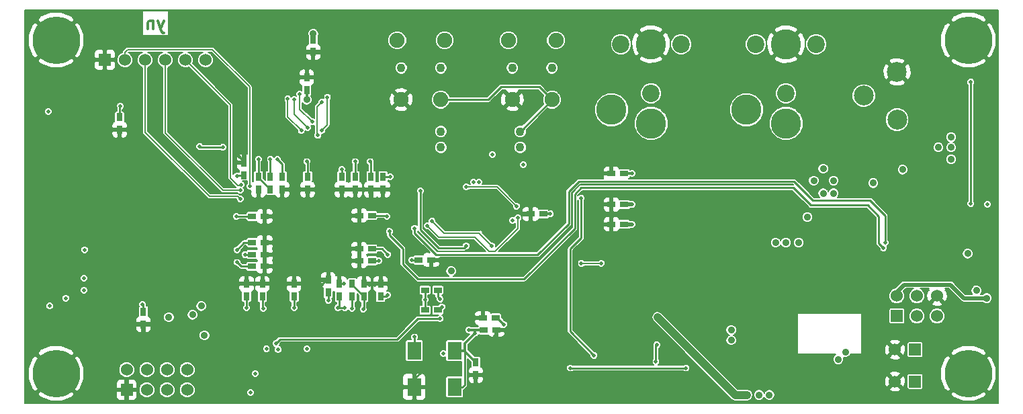
<source format=gbl>
G04 (created by PCBNEW-RS274X (2012-01-19 BZR 3256)-stable) date 2012/07/23 17:39:25*
G01*
G70*
G90*
%MOIN*%
G04 Gerber Fmt 3.4, Leading zero omitted, Abs format*
%FSLAX34Y34*%
G04 APERTURE LIST*
%ADD10C,0.006000*%
%ADD11C,0.011800*%
%ADD12C,0.150000*%
%ADD13C,0.086600*%
%ADD14C,0.098400*%
%ADD15R,0.124000X0.124000*%
%ADD16R,0.212500X0.252000*%
%ADD17C,0.236200*%
%ADD18R,0.060000X0.060000*%
%ADD19C,0.060000*%
%ADD20C,0.074800*%
%ADD21C,0.043300*%
%ADD22R,0.070900X0.090000*%
%ADD23R,0.031500X0.039400*%
%ADD24R,0.039400X0.031500*%
%ADD25C,0.020000*%
%ADD26C,0.035400*%
%ADD27C,0.009800*%
%ADD28C,0.013800*%
%ADD29C,0.019700*%
%ADD30C,0.039400*%
%ADD31C,0.007000*%
%ADD32C,0.005900*%
G04 APERTURE END LIST*
G54D10*
G54D11*
X06910Y-00630D02*
X06767Y-01030D01*
X06625Y-00630D02*
X06767Y-01030D01*
X06825Y-01173D01*
X06853Y-01201D01*
X06910Y-01230D01*
X06396Y-00630D02*
X06396Y-01030D01*
X06396Y-00687D02*
X06368Y-00658D01*
X06310Y-00630D01*
X06225Y-00630D01*
X06168Y-00658D01*
X06139Y-00716D01*
X06139Y-01030D01*
G54D12*
X31102Y-01772D03*
X31102Y-05709D03*
X29134Y-05020D03*
G54D13*
X32598Y-01772D03*
X29606Y-01772D03*
X31102Y-04213D03*
G54D12*
X37795Y-01772D03*
X37795Y-05709D03*
X35827Y-05020D03*
G54D13*
X39291Y-01772D03*
X36299Y-01772D03*
X37795Y-04213D03*
G54D14*
X43306Y-03149D03*
X41653Y-04331D03*
X43307Y-05512D03*
G54D15*
X22677Y-10273D03*
G54D16*
X40551Y-11496D03*
G54D17*
X46850Y-18110D03*
X46850Y-01575D03*
X01575Y-18110D03*
X01575Y-01575D03*
G54D18*
X03996Y-02559D03*
G54D19*
X04996Y-02559D03*
X05996Y-02559D03*
X06996Y-02559D03*
X07996Y-02559D03*
X08996Y-02559D03*
G54D18*
X44201Y-18504D03*
G54D19*
X43201Y-18504D03*
G54D18*
X44201Y-16929D03*
G54D19*
X43201Y-16929D03*
G54D18*
X43291Y-15264D03*
G54D19*
X43291Y-14264D03*
X44291Y-15264D03*
X44291Y-14264D03*
X45291Y-15264D03*
X45291Y-14264D03*
G54D20*
X20669Y-04528D03*
X18701Y-04528D03*
G54D21*
X18701Y-02954D03*
X20669Y-02954D03*
G54D20*
X18504Y-01576D03*
X20866Y-01576D03*
X26181Y-04528D03*
X24213Y-04528D03*
G54D21*
X24213Y-02954D03*
X26181Y-02954D03*
G54D20*
X24016Y-01576D03*
X26378Y-01576D03*
G54D21*
X24606Y-06102D03*
X24606Y-06890D03*
X20669Y-06102D03*
X20669Y-06890D03*
G54D22*
X19354Y-18774D03*
X21354Y-18774D03*
X21354Y-16974D03*
X19354Y-16974D03*
G54D23*
X22402Y-17559D03*
X22402Y-18189D03*
X11024Y-13661D03*
X11024Y-14291D03*
X13386Y-13661D03*
X13386Y-14291D03*
X05906Y-15669D03*
X05906Y-15039D03*
X17677Y-13661D03*
X17677Y-14291D03*
G54D24*
X11929Y-10315D03*
X11299Y-10315D03*
X16614Y-10276D03*
X17244Y-10276D03*
X11929Y-12795D03*
X11299Y-12795D03*
X22795Y-15945D03*
X23425Y-15945D03*
G54D23*
X04724Y-05394D03*
X04724Y-06024D03*
X15630Y-14291D03*
X15630Y-13661D03*
G54D24*
X25748Y-10197D03*
X25118Y-10197D03*
X29764Y-09724D03*
X29134Y-09724D03*
X23386Y-15354D03*
X22756Y-15354D03*
G54D23*
X14016Y-04055D03*
X14016Y-03425D03*
X14331Y-01535D03*
X14331Y-02165D03*
X11811Y-13661D03*
X11811Y-14291D03*
X10906Y-07638D03*
X10906Y-08268D03*
G54D24*
X11929Y-11614D03*
X11299Y-11614D03*
X20197Y-12480D03*
X19567Y-12480D03*
G54D23*
X14055Y-08976D03*
X14055Y-08346D03*
X16417Y-08976D03*
X16417Y-08346D03*
X17205Y-08976D03*
X17205Y-08346D03*
X17795Y-08976D03*
X17795Y-08346D03*
G54D24*
X16614Y-11929D03*
X17244Y-11929D03*
G54D23*
X12795Y-08976D03*
X12795Y-08346D03*
G54D24*
X11929Y-12205D03*
X11299Y-12205D03*
G54D23*
X15079Y-13465D03*
X15079Y-14095D03*
G54D24*
X16614Y-12520D03*
X17244Y-12520D03*
G54D23*
X15748Y-08976D03*
X15748Y-08346D03*
G54D24*
X29134Y-08189D03*
X29764Y-08189D03*
G54D23*
X11614Y-08976D03*
X11614Y-08346D03*
X16850Y-13661D03*
X16850Y-14291D03*
G54D24*
X29764Y-10709D03*
X29134Y-10709D03*
G54D23*
X16260Y-13661D03*
X16260Y-14291D03*
X12204Y-08976D03*
X12204Y-08346D03*
G54D24*
X20512Y-13976D03*
X19882Y-13976D03*
X20512Y-14961D03*
X19882Y-14961D03*
G54D18*
X05075Y-18925D03*
G54D19*
X05075Y-17925D03*
X06075Y-18925D03*
X06075Y-17925D03*
X07075Y-18925D03*
X07075Y-17925D03*
X08075Y-18925D03*
X08075Y-17925D03*
G54D25*
X15748Y-07992D03*
X10945Y-12205D03*
G54D26*
X08780Y-14764D03*
X08346Y-15197D03*
G54D25*
X15079Y-14488D03*
X17598Y-12520D03*
X10512Y-10315D03*
G54D26*
X40157Y-09173D03*
X38425Y-11614D03*
G54D25*
X16417Y-07598D03*
G54D26*
X37795Y-11614D03*
X14016Y-04528D03*
X39646Y-07953D03*
G54D25*
X16260Y-14882D03*
G54D26*
X38858Y-10354D03*
X37283Y-11614D03*
G54D25*
X22047Y-15945D03*
G54D26*
X14331Y-01260D03*
G54D25*
X10551Y-08307D03*
X04764Y-04843D03*
X18031Y-14213D03*
X12205Y-07480D03*
X22559Y-08622D03*
X12559Y-07480D03*
G54D26*
X39646Y-09173D03*
G54D25*
X15551Y-14843D03*
X19882Y-14449D03*
X23228Y-07244D03*
X22362Y-16102D03*
X10551Y-12598D03*
X13386Y-14843D03*
G54D26*
X21181Y-13030D03*
G54D25*
X05866Y-14685D03*
X19213Y-12480D03*
X18150Y-08346D03*
G54D26*
X40157Y-08543D03*
G54D25*
X10551Y-11969D03*
X24764Y-07756D03*
X14016Y-07598D03*
X15906Y-14843D03*
X24213Y-10512D03*
G54D26*
X08937Y-16220D03*
G54D25*
X18031Y-12205D03*
G54D26*
X07165Y-15315D03*
G54D25*
X11024Y-14843D03*
G54D26*
X39173Y-08543D03*
G54D25*
X11850Y-14882D03*
X17165Y-07598D03*
X17992Y-10315D03*
X22283Y-08622D03*
G54D26*
X46811Y-12165D03*
X47244Y-13995D03*
G54D25*
X47795Y-09724D03*
G54D26*
X45354Y-06890D03*
X43583Y-07992D03*
G54D25*
X01181Y-05118D03*
X14016Y-16890D03*
X20787Y-17126D03*
X02953Y-13976D03*
X02953Y-13386D03*
X12008Y-16890D03*
G54D26*
X45984Y-06890D03*
X40748Y-17047D03*
X45984Y-06378D03*
G54D25*
X12598Y-16929D03*
G54D26*
X42126Y-08661D03*
X45984Y-07480D03*
X40394Y-17402D03*
G54D25*
X02992Y-11969D03*
X30157Y-09724D03*
X23780Y-15669D03*
X30157Y-10709D03*
G54D26*
X36457Y-19173D03*
G54D25*
X01260Y-14764D03*
X11220Y-19055D03*
G54D26*
X35866Y-19173D03*
X31417Y-15315D03*
X36969Y-19173D03*
G54D25*
X30157Y-08189D03*
X26102Y-10197D03*
G54D26*
X35079Y-15945D03*
G54D25*
X11457Y-18110D03*
G54D26*
X35079Y-16457D03*
G54D25*
X02047Y-14370D03*
G54D26*
X47756Y-14370D03*
G54D25*
X20630Y-15394D03*
X12480Y-16614D03*
X24409Y-09803D03*
X21929Y-08858D03*
X24488Y-10394D03*
X20000Y-10787D03*
X23189Y-11772D03*
X20236Y-10551D03*
X15039Y-04409D03*
X14764Y-06063D03*
X14764Y-04646D03*
X14567Y-06299D03*
X13661Y-04252D03*
X14291Y-05630D03*
X13386Y-04528D03*
X14055Y-05906D03*
X13740Y-06063D03*
X13071Y-04488D03*
X10748Y-08740D03*
X10709Y-09016D03*
X11181Y-08819D03*
X10709Y-09449D03*
X42717Y-11614D03*
X19370Y-10906D03*
X18110Y-11063D03*
X42638Y-11890D03*
X09843Y-06890D03*
X08701Y-06850D03*
X19370Y-16299D03*
X28622Y-12638D03*
X27638Y-12638D03*
G54D26*
X40551Y-19134D03*
G54D25*
X20669Y-11614D03*
X22008Y-19016D03*
X25354Y-15354D03*
X01969Y-05118D03*
X22362Y-15354D03*
X23346Y-16260D03*
G54D26*
X26142Y-13386D03*
G54D25*
X21260Y-09567D03*
X22402Y-18583D03*
G54D26*
X30866Y-12598D03*
G54D25*
X09449Y-12638D03*
X34173Y-17402D03*
X16614Y-17835D03*
G54D26*
X24370Y-11772D03*
G54D25*
X36220Y-10197D03*
G54D26*
X41102Y-18189D03*
G54D25*
X17520Y-17835D03*
G54D26*
X39252Y-14724D03*
G54D25*
X19252Y-14213D03*
G54D26*
X29882Y-16220D03*
G54D25*
X14449Y-07441D03*
X18110Y-07992D03*
X17913Y-17835D03*
X28740Y-08189D03*
X03031Y-10591D03*
X45315Y-11220D03*
X13701Y-14921D03*
X17244Y-06299D03*
G54D26*
X33701Y-11693D03*
G54D25*
X15591Y-17835D03*
X09488Y-08189D03*
X11535Y-14921D03*
X28740Y-09724D03*
X31457Y-07717D03*
X24134Y-10945D03*
G54D26*
X34134Y-11260D03*
G54D25*
X26142Y-09685D03*
G54D26*
X45157Y-08661D03*
G54D25*
X27323Y-07205D03*
X03031Y-07992D03*
G54D26*
X33465Y-12402D03*
G54D25*
X10669Y-07362D03*
X31457Y-10197D03*
X26181Y-08189D03*
G54D26*
X20551Y-13032D03*
G54D25*
X22087Y-15039D03*
X26102Y-10709D03*
X10512Y-09921D03*
X29528Y-15354D03*
G54D26*
X31417Y-13071D03*
X07283Y-15945D03*
X36969Y-15591D03*
X30906Y-14764D03*
G54D25*
X04370Y-16024D03*
X12244Y-11614D03*
G54D26*
X46811Y-15984D03*
G54D25*
X14764Y-13701D03*
X15866Y-13661D03*
X12244Y-12205D03*
X12244Y-12795D03*
X26142Y-09173D03*
G54D26*
X28268Y-14567D03*
G54D25*
X13386Y-13346D03*
G54D26*
X35787Y-12717D03*
X46339Y-09213D03*
G54D25*
X17008Y-17835D03*
X12795Y-17835D03*
X11732Y-06260D03*
X25354Y-14921D03*
X11024Y-13346D03*
X29567Y-17480D03*
G54D26*
X30984Y-13780D03*
G54D25*
X33543Y-06142D03*
X41299Y-06811D03*
X22638Y-07205D03*
X35709Y-06142D03*
X40236Y-07835D03*
X11929Y-11024D03*
X22047Y-07205D03*
X07480Y-07205D03*
G54D26*
X39843Y-17402D03*
X07047Y-14764D03*
X23346Y-18110D03*
G54D25*
X12480Y-06299D03*
X11811Y-13346D03*
X12205Y-17835D03*
X16339Y-12520D03*
X16339Y-10276D03*
X16417Y-09331D03*
X17126Y-13701D03*
X16142Y-16024D03*
X16339Y-11929D03*
X03071Y-09213D03*
X12047Y-01063D03*
G54D26*
X47677Y-12165D03*
G54D25*
X11417Y-16850D03*
X12795Y-09331D03*
X17795Y-09331D03*
G54D26*
X35906Y-18110D03*
G54D25*
X20709Y-16102D03*
X14016Y-01063D03*
X17205Y-14882D03*
X19646Y-18071D03*
X12441Y-05512D03*
X09449Y-14055D03*
X14055Y-09331D03*
X17402Y-13701D03*
G54D26*
X27677Y-15079D03*
G54D25*
X01890Y-10433D03*
G54D26*
X35079Y-17638D03*
G54D25*
X17205Y-09331D03*
X01890Y-09055D03*
X10709Y-17480D03*
G54D26*
X47244Y-14803D03*
G54D25*
X18110Y-11850D03*
X14173Y-17835D03*
X15197Y-17835D03*
G54D26*
X35787Y-11693D03*
X47598Y-08622D03*
G54D25*
X18110Y-09882D03*
X15748Y-09331D03*
X12165Y-09449D03*
X28740Y-10709D03*
X46378Y-11575D03*
X01890Y-11850D03*
G54D26*
X22677Y-13030D03*
G54D25*
X12480Y-01063D03*
X01890Y-08465D03*
X01890Y-13898D03*
X11811Y-17913D03*
X14331Y-04685D03*
X46969Y-03661D03*
X46969Y-09685D03*
X11614Y-07480D03*
X16811Y-14921D03*
X27087Y-17835D03*
X32835Y-17835D03*
X31339Y-17520D03*
X31378Y-16693D03*
X21929Y-11772D03*
X19646Y-09055D03*
X28268Y-17205D03*
X27638Y-09409D03*
X20630Y-14409D03*
X20709Y-14803D03*
G54D27*
X15748Y-08346D02*
X15748Y-07992D01*
X17244Y-12520D02*
X17598Y-12520D01*
X11299Y-12205D02*
X10945Y-12205D01*
X15079Y-14095D02*
X15079Y-14488D01*
X12204Y-07481D02*
X12205Y-07480D01*
X17165Y-07598D02*
X17205Y-07638D01*
X12795Y-07716D02*
X12795Y-08346D01*
G54D28*
X22362Y-15945D02*
X22362Y-16102D01*
G54D27*
X10551Y-11969D02*
X10906Y-11614D01*
X12204Y-08346D02*
X12204Y-07481D01*
X19567Y-12480D02*
X19213Y-12480D01*
X17244Y-10276D02*
X17953Y-10276D01*
X05906Y-14725D02*
X05906Y-15039D01*
X11811Y-14843D02*
X11850Y-14882D01*
X12559Y-07480D02*
X12795Y-07716D01*
X10748Y-12795D02*
X11299Y-12795D01*
G54D28*
X14016Y-04055D02*
X14016Y-04528D01*
G54D27*
X15630Y-14764D02*
X15551Y-14843D01*
G54D28*
X22795Y-15945D02*
X22441Y-15945D01*
G54D27*
X18031Y-12205D02*
X17755Y-11929D01*
G54D28*
X21845Y-16974D02*
X21845Y-17002D01*
G54D27*
X14055Y-07637D02*
X14055Y-08346D01*
X21738Y-18774D02*
X21354Y-18774D01*
X05866Y-14685D02*
X05906Y-14725D01*
X17953Y-10276D02*
X17992Y-10315D01*
X10906Y-08268D02*
X10590Y-08268D01*
X18150Y-08346D02*
X17795Y-08346D01*
X16417Y-07598D02*
X16417Y-08346D01*
G54D28*
X22362Y-15945D02*
X22441Y-15945D01*
G54D27*
X21845Y-16974D02*
X21845Y-18667D01*
G54D28*
X21845Y-17002D02*
X22402Y-17559D01*
G54D27*
X15630Y-14291D02*
X15630Y-14764D01*
G54D28*
X22047Y-15945D02*
X22362Y-15945D01*
G54D27*
X10551Y-12598D02*
X10748Y-12795D01*
X14016Y-07598D02*
X14055Y-07637D01*
X21845Y-18667D02*
X21738Y-18774D01*
X10906Y-11614D02*
X11299Y-11614D01*
X15906Y-14843D02*
X15551Y-14843D01*
X11024Y-14291D02*
X11024Y-14843D01*
G54D28*
X21845Y-16619D02*
X22362Y-16102D01*
G54D27*
X10590Y-08268D02*
X10551Y-08307D01*
X19882Y-14449D02*
X19882Y-13976D01*
X17953Y-14291D02*
X17677Y-14291D01*
X16260Y-14291D02*
X16260Y-14882D01*
G54D28*
X21845Y-16619D02*
X21845Y-16974D01*
G54D27*
X17755Y-11929D02*
X17244Y-11929D01*
X17205Y-07638D02*
X17205Y-08346D01*
X10512Y-10315D02*
X11299Y-10315D01*
G54D28*
X14331Y-01260D02*
X14331Y-01535D01*
G54D27*
X13386Y-14843D02*
X13386Y-14291D01*
X04764Y-04843D02*
X04724Y-04883D01*
X19882Y-14961D02*
X19882Y-14449D01*
X11811Y-14291D02*
X11811Y-14843D01*
G54D28*
X21354Y-16974D02*
X21845Y-16974D01*
G54D27*
X18031Y-14213D02*
X17953Y-14291D01*
X04724Y-04883D02*
X04724Y-05394D01*
G54D29*
X47244Y-13995D02*
X47244Y-13976D01*
X29764Y-09724D02*
X30157Y-09724D01*
X30157Y-10709D02*
X29764Y-10709D01*
G54D28*
X23386Y-15354D02*
X23465Y-15354D01*
X23465Y-15354D02*
X23780Y-15669D01*
G54D30*
X35275Y-19173D02*
X31417Y-15315D01*
X35866Y-19173D02*
X35275Y-19173D01*
G54D28*
X29764Y-08189D02*
X30157Y-08189D01*
X26102Y-10197D02*
X25748Y-10197D01*
G54D29*
X43291Y-14264D02*
X43291Y-14071D01*
X46614Y-14370D02*
X47756Y-14370D01*
X45945Y-13701D02*
X46614Y-14370D01*
X43291Y-14071D02*
X43661Y-13701D01*
X43661Y-13701D02*
X45945Y-13701D01*
G54D27*
X18505Y-16417D02*
X19528Y-15394D01*
X12480Y-16614D02*
X12677Y-16417D01*
X19528Y-15394D02*
X20630Y-15394D01*
X12677Y-16417D02*
X18505Y-16417D01*
G54D31*
X23464Y-08858D02*
X21929Y-08858D01*
X24409Y-09803D02*
X23464Y-08858D01*
X23070Y-12047D02*
X23347Y-12047D01*
X20552Y-11339D02*
X22362Y-11339D01*
X23347Y-12047D02*
X24488Y-10906D01*
X24488Y-10906D02*
X24488Y-10394D01*
X20000Y-10787D02*
X20552Y-11339D01*
X22362Y-11339D02*
X23070Y-12047D01*
X22559Y-11142D02*
X20827Y-11142D01*
X23189Y-11772D02*
X22559Y-11142D01*
X20827Y-11142D02*
X20236Y-10551D01*
X14764Y-06063D02*
X15039Y-05788D01*
X15039Y-05788D02*
X15039Y-04409D01*
X14567Y-06299D02*
X14528Y-06260D01*
X14528Y-06260D02*
X14528Y-04882D01*
X14528Y-04882D02*
X14764Y-04646D01*
X14291Y-05630D02*
X13661Y-05000D01*
X13661Y-05000D02*
X13661Y-04252D01*
X14055Y-05906D02*
X13386Y-05237D01*
X13386Y-05237D02*
X13386Y-04528D01*
X13071Y-05394D02*
X13071Y-04488D01*
X13740Y-06063D02*
X13071Y-05394D01*
X10236Y-08425D02*
X10236Y-04799D01*
X10748Y-08740D02*
X10708Y-08780D01*
X10236Y-04799D02*
X07996Y-02559D01*
X10708Y-08780D02*
X10591Y-08780D01*
X10591Y-08780D02*
X10236Y-08425D01*
X06996Y-02559D02*
X06996Y-06169D01*
X09843Y-09016D02*
X10709Y-09016D01*
X06996Y-06169D02*
X09843Y-09016D01*
X09330Y-02047D02*
X11181Y-03898D01*
X04996Y-02169D02*
X05118Y-02047D01*
X11181Y-03898D02*
X11181Y-08819D01*
X04996Y-02559D02*
X04996Y-02169D01*
X05118Y-02047D02*
X09330Y-02047D01*
X10591Y-09331D02*
X09174Y-09331D01*
X05996Y-06153D02*
X05996Y-02559D01*
X09174Y-09331D02*
X05996Y-06153D01*
X10709Y-09449D02*
X10591Y-09331D01*
G54D27*
X19370Y-11142D02*
X20433Y-12205D01*
X39134Y-09528D02*
X41969Y-09528D01*
X38189Y-08583D02*
X39134Y-09528D01*
X27008Y-09094D02*
X27519Y-08583D01*
X27519Y-08583D02*
X38189Y-08583D01*
X27008Y-10669D02*
X27008Y-09094D01*
X20433Y-12205D02*
X25472Y-12205D01*
X25472Y-12205D02*
X27008Y-10669D01*
X42717Y-10276D02*
X42717Y-11614D01*
X19370Y-10906D02*
X19370Y-11142D01*
X41969Y-09528D02*
X42717Y-10276D01*
X41851Y-09764D02*
X39015Y-09764D01*
X19527Y-13425D02*
X24804Y-13425D01*
X42402Y-11654D02*
X42402Y-10315D01*
X42638Y-11890D02*
X42402Y-11654D01*
X42402Y-10315D02*
X41851Y-09764D01*
X27323Y-09212D02*
X27637Y-08898D01*
X18110Y-11063D02*
X18110Y-11260D01*
X18780Y-12678D02*
X19527Y-13425D01*
X27323Y-10906D02*
X27323Y-09212D01*
X18780Y-11930D02*
X18780Y-12678D01*
X24804Y-13425D02*
X27323Y-10906D01*
X27637Y-08898D02*
X38149Y-08898D01*
X18110Y-11260D02*
X18780Y-11930D01*
X38149Y-08898D02*
X39015Y-09764D01*
X08701Y-06850D02*
X08741Y-06890D01*
X08741Y-06890D02*
X09843Y-06890D01*
X19354Y-16315D02*
X19370Y-16299D01*
X19354Y-16974D02*
X19354Y-16315D01*
G54D31*
X27638Y-12638D02*
X28622Y-12638D01*
G54D30*
X39449Y-10236D02*
X39449Y-12756D01*
X23149Y-11024D02*
X23346Y-10827D01*
G54D27*
X22402Y-18189D02*
X22402Y-18583D01*
X29134Y-08189D02*
X28740Y-08189D01*
G54D30*
X21969Y-09606D02*
X21969Y-10838D01*
X23386Y-09841D02*
X23386Y-09528D01*
G54D27*
X23425Y-15945D02*
X23425Y-16181D01*
G54D30*
X41654Y-10158D02*
X41614Y-10118D01*
X21969Y-10838D02*
X22559Y-10838D01*
G54D27*
X13386Y-13661D02*
X13386Y-13346D01*
G54D30*
X40512Y-10157D02*
X39370Y-10157D01*
X22914Y-11024D02*
X23149Y-11024D01*
G54D27*
X29134Y-10709D02*
X28740Y-10709D01*
X20197Y-12992D02*
X20237Y-13032D01*
G54D30*
X39370Y-10157D02*
X39449Y-10236D01*
X23346Y-09881D02*
X23386Y-09841D01*
G54D27*
X19354Y-18774D02*
X19354Y-18363D01*
G54D30*
X40551Y-11496D02*
X40551Y-10196D01*
G54D27*
X10906Y-07599D02*
X10669Y-07362D01*
G54D30*
X23308Y-09606D02*
X21969Y-09606D01*
G54D29*
X20551Y-13032D02*
X20551Y-13031D01*
G54D30*
X22677Y-10787D02*
X22914Y-11024D01*
G54D27*
X20237Y-13032D02*
X20551Y-13032D01*
G54D30*
X23386Y-09528D02*
X23308Y-09606D01*
G54D27*
X23425Y-16181D02*
X23346Y-16260D01*
G54D30*
X22559Y-10838D02*
X22677Y-10273D01*
X22677Y-10273D02*
X22677Y-10787D01*
X40551Y-10196D02*
X40512Y-10157D01*
X23346Y-10827D02*
X23346Y-09881D01*
X41614Y-10118D02*
X40512Y-10118D01*
G54D27*
X22756Y-15354D02*
X22362Y-15354D01*
X29134Y-09724D02*
X28740Y-09724D01*
X15000Y-13465D02*
X14764Y-13701D01*
X11929Y-11614D02*
X12244Y-11614D01*
X15630Y-13661D02*
X15866Y-13661D01*
X17795Y-08976D02*
X17795Y-09331D01*
X15748Y-08976D02*
X15748Y-09331D01*
X16417Y-08976D02*
X16417Y-09331D01*
X14055Y-08976D02*
X14055Y-09331D01*
X17205Y-08976D02*
X17205Y-09331D01*
X15079Y-13465D02*
X15000Y-13465D01*
X11929Y-12205D02*
X12244Y-12205D01*
X11929Y-12795D02*
X12244Y-12795D01*
X11024Y-13661D02*
X11024Y-13346D01*
X12795Y-08976D02*
X12795Y-09331D01*
X17677Y-13661D02*
X17442Y-13661D01*
G54D30*
X41654Y-12834D02*
X41654Y-10158D01*
G54D27*
X16614Y-12520D02*
X16339Y-12520D01*
X16614Y-11929D02*
X16339Y-11929D01*
X11614Y-08976D02*
X11614Y-09291D01*
X11811Y-13661D02*
X11811Y-13346D01*
X11929Y-10315D02*
X11929Y-11024D01*
X20197Y-12480D02*
X20197Y-12992D01*
X16614Y-10276D02*
X16339Y-10276D01*
G54D30*
X39449Y-12756D02*
X39528Y-12835D01*
G54D27*
X11614Y-09291D02*
X11772Y-09449D01*
X16850Y-13661D02*
X17086Y-13661D01*
X17442Y-13661D02*
X17402Y-13701D01*
X17086Y-13661D02*
X17126Y-13701D01*
G54D30*
X41653Y-12835D02*
X41654Y-12834D01*
G54D27*
X11772Y-09449D02*
X12165Y-09449D01*
X10906Y-07638D02*
X10906Y-07599D01*
G54D29*
X22677Y-13030D02*
X22677Y-13031D01*
G54D30*
X39528Y-12835D02*
X41653Y-12835D01*
G54D27*
X19354Y-18363D02*
X19646Y-18071D01*
X46969Y-08937D02*
X46969Y-09685D01*
X46969Y-05906D02*
X46969Y-08937D01*
X46969Y-03661D02*
X46969Y-05906D01*
X11614Y-08386D02*
X12204Y-08976D01*
X11614Y-08346D02*
X11614Y-08386D01*
X11614Y-08346D02*
X11614Y-07480D01*
X16850Y-14291D02*
X16850Y-14882D01*
X16260Y-13701D02*
X16850Y-14291D01*
X16260Y-13661D02*
X16260Y-13701D01*
X16850Y-14882D02*
X16811Y-14921D01*
X27087Y-17835D02*
X32835Y-17835D01*
X31378Y-16693D02*
X31339Y-16732D01*
X31339Y-16732D02*
X31339Y-17520D01*
X19646Y-09055D02*
X19646Y-10985D01*
X20944Y-11890D02*
X20944Y-11890D01*
X21928Y-11772D02*
X21810Y-11890D01*
X20944Y-11890D02*
X21810Y-11890D01*
X19646Y-10985D02*
X20118Y-11457D01*
X20118Y-11457D02*
X20551Y-11890D01*
X20551Y-11890D02*
X20944Y-11890D01*
X19646Y-09055D02*
X19646Y-09055D01*
X21929Y-11772D02*
X21928Y-11772D01*
X27087Y-11929D02*
X27087Y-16024D01*
X27638Y-11378D02*
X27087Y-11929D01*
X27638Y-09409D02*
X27638Y-11378D01*
X27087Y-16024D02*
X28268Y-17205D01*
X23661Y-03898D02*
X25551Y-03898D01*
X20669Y-04528D02*
X23031Y-04528D01*
X23031Y-04528D02*
X23661Y-03898D01*
X24606Y-06102D02*
X24607Y-06102D01*
X24607Y-06102D02*
X26181Y-04528D01*
X25551Y-03898D02*
X26181Y-04528D01*
X20512Y-14291D02*
X20630Y-14409D01*
X20512Y-13976D02*
X20512Y-14291D01*
X20512Y-14961D02*
X20551Y-14961D01*
X20551Y-14961D02*
X20709Y-14803D01*
G54D10*
G36*
X10506Y-08882D02*
X10041Y-08882D01*
X10041Y-06930D01*
X10041Y-06851D01*
X10011Y-06778D01*
X09955Y-06722D01*
X09883Y-06692D01*
X09804Y-06692D01*
X09731Y-06722D01*
X09711Y-06742D01*
X08870Y-06742D01*
X08869Y-06738D01*
X08813Y-06682D01*
X08741Y-06652D01*
X08662Y-06652D01*
X08589Y-06682D01*
X08533Y-06738D01*
X08503Y-06810D01*
X08503Y-06889D01*
X08533Y-06962D01*
X08589Y-07018D01*
X08661Y-07048D01*
X08740Y-07048D01*
X08764Y-07038D01*
X09711Y-07038D01*
X09731Y-07058D01*
X09803Y-07088D01*
X09882Y-07088D01*
X09955Y-07058D01*
X10011Y-07002D01*
X10041Y-06930D01*
X10041Y-08882D01*
X09899Y-08882D01*
X07130Y-06113D01*
X07130Y-02934D01*
X07221Y-02896D01*
X07333Y-02785D01*
X07394Y-02638D01*
X07394Y-02480D01*
X07333Y-02334D01*
X07222Y-02222D01*
X07123Y-02181D01*
X07869Y-02181D01*
X07771Y-02222D01*
X07659Y-02333D01*
X07598Y-02480D01*
X07598Y-02638D01*
X07659Y-02784D01*
X07770Y-02896D01*
X07917Y-02957D01*
X08075Y-02957D01*
X08166Y-02918D01*
X10102Y-04854D01*
X10102Y-08425D01*
X10112Y-08477D01*
X10141Y-08520D01*
X10496Y-08875D01*
X10506Y-08882D01*
X10506Y-08882D01*
G37*
G54D32*
X10506Y-08882D02*
X10041Y-08882D01*
X10041Y-06930D01*
X10041Y-06851D01*
X10011Y-06778D01*
X09955Y-06722D01*
X09883Y-06692D01*
X09804Y-06692D01*
X09731Y-06722D01*
X09711Y-06742D01*
X08870Y-06742D01*
X08869Y-06738D01*
X08813Y-06682D01*
X08741Y-06652D01*
X08662Y-06652D01*
X08589Y-06682D01*
X08533Y-06738D01*
X08503Y-06810D01*
X08503Y-06889D01*
X08533Y-06962D01*
X08589Y-07018D01*
X08661Y-07048D01*
X08740Y-07048D01*
X08764Y-07038D01*
X09711Y-07038D01*
X09731Y-07058D01*
X09803Y-07088D01*
X09882Y-07088D01*
X09955Y-07058D01*
X10011Y-07002D01*
X10041Y-06930D01*
X10041Y-08882D01*
X09899Y-08882D01*
X07130Y-06113D01*
X07130Y-02934D01*
X07221Y-02896D01*
X07333Y-02785D01*
X07394Y-02638D01*
X07394Y-02480D01*
X07333Y-02334D01*
X07222Y-02222D01*
X07123Y-02181D01*
X07869Y-02181D01*
X07771Y-02222D01*
X07659Y-02333D01*
X07598Y-02480D01*
X07598Y-02638D01*
X07659Y-02784D01*
X07770Y-02896D01*
X07917Y-02957D01*
X08075Y-02957D01*
X08166Y-02918D01*
X10102Y-04854D01*
X10102Y-08425D01*
X10112Y-08477D01*
X10141Y-08520D01*
X10496Y-08875D01*
X10506Y-08882D01*
G54D10*
G36*
X11047Y-07212D02*
X11033Y-07212D01*
X10976Y-07269D01*
X10976Y-07538D01*
X10976Y-07568D01*
X10976Y-07708D01*
X10836Y-07708D01*
X10836Y-07568D01*
X10836Y-07269D01*
X10779Y-07212D01*
X10703Y-07212D01*
X10619Y-07247D01*
X10555Y-07312D01*
X10520Y-07396D01*
X10520Y-07511D01*
X10577Y-07568D01*
X10836Y-07568D01*
X10836Y-07708D01*
X10806Y-07708D01*
X10577Y-07708D01*
X10520Y-07765D01*
X10520Y-07880D01*
X10555Y-07964D01*
X10619Y-08029D01*
X10654Y-08043D01*
X10651Y-08051D01*
X10651Y-08090D01*
X10651Y-08120D01*
X10617Y-08120D01*
X10591Y-08109D01*
X10512Y-08109D01*
X10439Y-08139D01*
X10383Y-08195D01*
X10370Y-08226D01*
X10370Y-04799D01*
X10369Y-04798D01*
X10370Y-04798D01*
X10367Y-04788D01*
X10360Y-04748D01*
X10359Y-04747D01*
X10331Y-04704D01*
X10328Y-04702D01*
X08356Y-02729D01*
X08394Y-02638D01*
X08394Y-02480D01*
X08333Y-02334D01*
X08222Y-02222D01*
X08123Y-02181D01*
X08869Y-02181D01*
X08771Y-02222D01*
X08659Y-02333D01*
X08598Y-02480D01*
X08598Y-02638D01*
X08659Y-02784D01*
X08770Y-02896D01*
X08917Y-02957D01*
X09075Y-02957D01*
X09221Y-02896D01*
X09333Y-02785D01*
X09394Y-02638D01*
X09394Y-02480D01*
X09333Y-02334D01*
X09222Y-02222D01*
X09123Y-02181D01*
X09274Y-02181D01*
X11047Y-03953D01*
X11047Y-07212D01*
X11047Y-07212D01*
G37*
G54D32*
X11047Y-07212D02*
X11033Y-07212D01*
X10976Y-07269D01*
X10976Y-07538D01*
X10976Y-07568D01*
X10976Y-07708D01*
X10836Y-07708D01*
X10836Y-07568D01*
X10836Y-07269D01*
X10779Y-07212D01*
X10703Y-07212D01*
X10619Y-07247D01*
X10555Y-07312D01*
X10520Y-07396D01*
X10520Y-07511D01*
X10577Y-07568D01*
X10836Y-07568D01*
X10836Y-07708D01*
X10806Y-07708D01*
X10577Y-07708D01*
X10520Y-07765D01*
X10520Y-07880D01*
X10555Y-07964D01*
X10619Y-08029D01*
X10654Y-08043D01*
X10651Y-08051D01*
X10651Y-08090D01*
X10651Y-08120D01*
X10617Y-08120D01*
X10591Y-08109D01*
X10512Y-08109D01*
X10439Y-08139D01*
X10383Y-08195D01*
X10370Y-08226D01*
X10370Y-04799D01*
X10369Y-04798D01*
X10370Y-04798D01*
X10367Y-04788D01*
X10360Y-04748D01*
X10359Y-04747D01*
X10331Y-04704D01*
X10328Y-04702D01*
X08356Y-02729D01*
X08394Y-02638D01*
X08394Y-02480D01*
X08333Y-02334D01*
X08222Y-02222D01*
X08123Y-02181D01*
X08869Y-02181D01*
X08771Y-02222D01*
X08659Y-02333D01*
X08598Y-02480D01*
X08598Y-02638D01*
X08659Y-02784D01*
X08770Y-02896D01*
X08917Y-02957D01*
X09075Y-02957D01*
X09221Y-02896D01*
X09333Y-02785D01*
X09394Y-02638D01*
X09394Y-02480D01*
X09333Y-02334D01*
X09222Y-02222D01*
X09123Y-02181D01*
X09274Y-02181D01*
X11047Y-03953D01*
X11047Y-07212D01*
G54D10*
G36*
X48337Y-19597D02*
X48235Y-19597D01*
X48235Y-18371D01*
X48235Y-01836D01*
X48230Y-01286D01*
X48030Y-00804D01*
X47855Y-00669D01*
X47756Y-00768D01*
X47756Y-00570D01*
X47621Y-00395D01*
X47111Y-00190D01*
X46561Y-00195D01*
X46079Y-00395D01*
X45944Y-00570D01*
X46850Y-01476D01*
X47756Y-00570D01*
X47756Y-00768D01*
X46949Y-01575D01*
X47855Y-02481D01*
X48030Y-02346D01*
X48235Y-01836D01*
X48235Y-18371D01*
X48230Y-17821D01*
X48032Y-17343D01*
X48032Y-14425D01*
X48032Y-14315D01*
X47993Y-14221D01*
X47993Y-09764D01*
X47993Y-09685D01*
X47963Y-09612D01*
X47907Y-09556D01*
X47835Y-09526D01*
X47756Y-09526D01*
X47756Y-02580D01*
X46850Y-01674D01*
X46751Y-01773D01*
X46751Y-01575D01*
X45845Y-00669D01*
X45670Y-00804D01*
X45465Y-01314D01*
X45470Y-01864D01*
X45670Y-02346D01*
X45845Y-02481D01*
X46751Y-01575D01*
X46751Y-01773D01*
X45944Y-02580D01*
X46079Y-02755D01*
X46589Y-02960D01*
X47139Y-02955D01*
X47621Y-02755D01*
X47756Y-02580D01*
X47756Y-09526D01*
X47683Y-09556D01*
X47627Y-09612D01*
X47597Y-09684D01*
X47597Y-09763D01*
X47627Y-09836D01*
X47683Y-09892D01*
X47755Y-09922D01*
X47834Y-09922D01*
X47907Y-09892D01*
X47963Y-09836D01*
X47993Y-09764D01*
X47993Y-14221D01*
X47990Y-14214D01*
X47912Y-14136D01*
X47811Y-14094D01*
X47701Y-14094D01*
X47600Y-14136D01*
X47563Y-14173D01*
X47456Y-14173D01*
X47478Y-14151D01*
X47520Y-14050D01*
X47520Y-13940D01*
X47478Y-13839D01*
X47400Y-13761D01*
X47299Y-13719D01*
X47189Y-13719D01*
X47167Y-13728D01*
X47167Y-09725D01*
X47167Y-09646D01*
X47137Y-09573D01*
X47117Y-09553D01*
X47117Y-08937D01*
X47117Y-05906D01*
X47117Y-03793D01*
X47137Y-03773D01*
X47167Y-03701D01*
X47167Y-03622D01*
X47137Y-03549D01*
X47081Y-03493D01*
X47009Y-03463D01*
X46930Y-03463D01*
X46857Y-03493D01*
X46801Y-03549D01*
X46771Y-03621D01*
X46771Y-03700D01*
X46801Y-03773D01*
X46821Y-03793D01*
X46821Y-05906D01*
X46821Y-08937D01*
X46821Y-09553D01*
X46801Y-09573D01*
X46771Y-09645D01*
X46771Y-09724D01*
X46801Y-09797D01*
X46857Y-09853D01*
X46929Y-09883D01*
X47008Y-09883D01*
X47081Y-09853D01*
X47137Y-09797D01*
X47167Y-09725D01*
X47167Y-13728D01*
X47088Y-13761D01*
X47087Y-13762D01*
X47087Y-12220D01*
X47087Y-12110D01*
X47045Y-12009D01*
X46967Y-11931D01*
X46866Y-11889D01*
X46756Y-11889D01*
X46655Y-11931D01*
X46577Y-12009D01*
X46535Y-12110D01*
X46535Y-12220D01*
X46577Y-12321D01*
X46655Y-12399D01*
X46756Y-12441D01*
X46866Y-12441D01*
X46967Y-12399D01*
X47045Y-12321D01*
X47087Y-12220D01*
X47087Y-13762D01*
X47010Y-13839D01*
X46968Y-13940D01*
X46968Y-14050D01*
X47010Y-14151D01*
X47032Y-14173D01*
X46695Y-14173D01*
X46260Y-13738D01*
X46260Y-07535D01*
X46260Y-07425D01*
X46260Y-06945D01*
X46260Y-06835D01*
X46218Y-06734D01*
X46140Y-06656D01*
X46087Y-06634D01*
X46140Y-06612D01*
X46218Y-06534D01*
X46260Y-06433D01*
X46260Y-06323D01*
X46218Y-06222D01*
X46140Y-06144D01*
X46039Y-06102D01*
X45929Y-06102D01*
X45828Y-06144D01*
X45750Y-06222D01*
X45708Y-06323D01*
X45708Y-06433D01*
X45750Y-06534D01*
X45828Y-06612D01*
X45880Y-06634D01*
X45828Y-06656D01*
X45750Y-06734D01*
X45708Y-06835D01*
X45708Y-06945D01*
X45750Y-07046D01*
X45828Y-07124D01*
X45929Y-07166D01*
X46039Y-07166D01*
X46140Y-07124D01*
X46218Y-07046D01*
X46260Y-06945D01*
X46260Y-07425D01*
X46218Y-07324D01*
X46140Y-07246D01*
X46039Y-07204D01*
X45929Y-07204D01*
X45828Y-07246D01*
X45750Y-07324D01*
X45708Y-07425D01*
X45708Y-07535D01*
X45750Y-07636D01*
X45828Y-07714D01*
X45929Y-07756D01*
X46039Y-07756D01*
X46140Y-07714D01*
X46218Y-07636D01*
X46260Y-07535D01*
X46260Y-13738D01*
X46084Y-13562D01*
X46021Y-13519D01*
X45945Y-13504D01*
X45630Y-13504D01*
X45630Y-06945D01*
X45630Y-06835D01*
X45588Y-06734D01*
X45510Y-06656D01*
X45409Y-06614D01*
X45299Y-06614D01*
X45198Y-06656D01*
X45120Y-06734D01*
X45078Y-06835D01*
X45078Y-06945D01*
X45120Y-07046D01*
X45198Y-07124D01*
X45299Y-07166D01*
X45409Y-07166D01*
X45510Y-07124D01*
X45588Y-07046D01*
X45630Y-06945D01*
X45630Y-13504D01*
X44019Y-13504D01*
X44019Y-03249D01*
X44003Y-02968D01*
X43927Y-02784D01*
X43822Y-02732D01*
X43723Y-02831D01*
X43723Y-02633D01*
X43671Y-02528D01*
X43406Y-02436D01*
X43125Y-02452D01*
X42941Y-02528D01*
X42889Y-02633D01*
X43306Y-03050D01*
X43723Y-02633D01*
X43723Y-02831D01*
X43405Y-03149D01*
X43822Y-03566D01*
X43927Y-03514D01*
X44019Y-03249D01*
X44019Y-13504D01*
X43898Y-13504D01*
X43898Y-05630D01*
X43898Y-05395D01*
X43808Y-05178D01*
X43723Y-05092D01*
X43723Y-03665D01*
X43306Y-03248D01*
X43207Y-03347D01*
X43207Y-03149D01*
X42790Y-02732D01*
X42685Y-02784D01*
X42593Y-03049D01*
X42609Y-03330D01*
X42685Y-03514D01*
X42790Y-03566D01*
X43207Y-03149D01*
X43207Y-03347D01*
X42889Y-03665D01*
X42941Y-03770D01*
X43206Y-03862D01*
X43487Y-03846D01*
X43671Y-03770D01*
X43723Y-03665D01*
X43723Y-05092D01*
X43642Y-05011D01*
X43425Y-04921D01*
X43190Y-04921D01*
X42973Y-05011D01*
X42806Y-05177D01*
X42716Y-05394D01*
X42716Y-05629D01*
X42806Y-05846D01*
X42972Y-06013D01*
X43189Y-06103D01*
X43424Y-06103D01*
X43641Y-06013D01*
X43808Y-05847D01*
X43898Y-05630D01*
X43898Y-13504D01*
X43859Y-13504D01*
X43859Y-08047D01*
X43859Y-07937D01*
X43817Y-07836D01*
X43739Y-07758D01*
X43638Y-07716D01*
X43528Y-07716D01*
X43427Y-07758D01*
X43349Y-07836D01*
X43307Y-07937D01*
X43307Y-08047D01*
X43349Y-08148D01*
X43427Y-08226D01*
X43528Y-08268D01*
X43638Y-08268D01*
X43739Y-08226D01*
X43817Y-08148D01*
X43859Y-08047D01*
X43859Y-13504D01*
X43661Y-13504D01*
X43597Y-13516D01*
X43585Y-13519D01*
X43522Y-13562D01*
X43218Y-13866D01*
X43212Y-13866D01*
X43066Y-13927D01*
X42954Y-14038D01*
X42915Y-14131D01*
X42915Y-11654D01*
X42915Y-11575D01*
X42885Y-11502D01*
X42865Y-11482D01*
X42865Y-10276D01*
X42864Y-10275D01*
X42865Y-10275D01*
X42854Y-10219D01*
X42822Y-10171D01*
X42819Y-10169D01*
X42402Y-09751D01*
X42402Y-08716D01*
X42402Y-08606D01*
X42360Y-08505D01*
X42282Y-08427D01*
X42244Y-08411D01*
X42244Y-04449D01*
X42244Y-04214D01*
X42154Y-03997D01*
X41988Y-03830D01*
X41771Y-03740D01*
X41536Y-03740D01*
X41319Y-03830D01*
X41152Y-03996D01*
X41062Y-04213D01*
X41062Y-04448D01*
X41152Y-04665D01*
X41318Y-04832D01*
X41535Y-04922D01*
X41770Y-04922D01*
X41987Y-04832D01*
X42154Y-04666D01*
X42244Y-04449D01*
X42244Y-08411D01*
X42181Y-08385D01*
X42071Y-08385D01*
X41970Y-08427D01*
X41892Y-08505D01*
X41850Y-08606D01*
X41850Y-08716D01*
X41892Y-08817D01*
X41970Y-08895D01*
X42071Y-08937D01*
X42181Y-08937D01*
X42282Y-08895D01*
X42360Y-08817D01*
X42402Y-08716D01*
X42402Y-09751D01*
X42074Y-09423D01*
X42026Y-09391D01*
X41969Y-09380D01*
X40340Y-09380D01*
X40391Y-09329D01*
X40433Y-09228D01*
X40433Y-09118D01*
X40433Y-08598D01*
X40433Y-08488D01*
X40391Y-08387D01*
X40313Y-08309D01*
X40212Y-08267D01*
X40102Y-08267D01*
X40001Y-08309D01*
X39923Y-08387D01*
X39922Y-08389D01*
X39922Y-08008D01*
X39922Y-07898D01*
X39880Y-07797D01*
X39823Y-07740D01*
X39823Y-01879D01*
X39823Y-01667D01*
X39742Y-01471D01*
X39593Y-01322D01*
X39398Y-01240D01*
X39186Y-01240D01*
X38990Y-01321D01*
X38841Y-01470D01*
X38759Y-01665D01*
X38759Y-01873D01*
X38748Y-01550D01*
X38626Y-01255D01*
X38494Y-01172D01*
X38395Y-01271D01*
X38395Y-01073D01*
X38312Y-00941D01*
X37955Y-00806D01*
X37573Y-00819D01*
X37278Y-00941D01*
X37195Y-01073D01*
X37795Y-01673D01*
X38395Y-01073D01*
X38395Y-01271D01*
X37894Y-01772D01*
X38494Y-02372D01*
X38626Y-02289D01*
X38761Y-01932D01*
X38759Y-01877D01*
X38840Y-02073D01*
X38989Y-02222D01*
X39184Y-02304D01*
X39396Y-02304D01*
X39592Y-02223D01*
X39741Y-02074D01*
X39823Y-01879D01*
X39823Y-07740D01*
X39802Y-07719D01*
X39701Y-07677D01*
X39591Y-07677D01*
X39490Y-07719D01*
X39412Y-07797D01*
X39370Y-07898D01*
X39370Y-08008D01*
X39412Y-08109D01*
X39490Y-08187D01*
X39591Y-08229D01*
X39701Y-08229D01*
X39802Y-08187D01*
X39880Y-08109D01*
X39922Y-08008D01*
X39922Y-08389D01*
X39881Y-08488D01*
X39881Y-08598D01*
X39923Y-08699D01*
X40001Y-08777D01*
X40102Y-08819D01*
X40212Y-08819D01*
X40313Y-08777D01*
X40391Y-08699D01*
X40433Y-08598D01*
X40433Y-09118D01*
X40391Y-09017D01*
X40313Y-08939D01*
X40212Y-08897D01*
X40102Y-08897D01*
X40001Y-08939D01*
X39923Y-09017D01*
X39901Y-09068D01*
X39880Y-09017D01*
X39802Y-08939D01*
X39701Y-08897D01*
X39591Y-08897D01*
X39490Y-08939D01*
X39449Y-08980D01*
X39449Y-08598D01*
X39449Y-08488D01*
X39407Y-08387D01*
X39329Y-08309D01*
X39228Y-08267D01*
X39118Y-08267D01*
X39017Y-08309D01*
X38939Y-08387D01*
X38897Y-08488D01*
X38897Y-08598D01*
X38939Y-08699D01*
X39017Y-08777D01*
X39118Y-08819D01*
X39228Y-08819D01*
X39329Y-08777D01*
X39407Y-08699D01*
X39449Y-08598D01*
X39449Y-08980D01*
X39412Y-09017D01*
X39370Y-09118D01*
X39370Y-09228D01*
X39412Y-09329D01*
X39463Y-09380D01*
X39195Y-09380D01*
X38644Y-08828D01*
X38644Y-05879D01*
X38644Y-05541D01*
X38515Y-05229D01*
X38395Y-05108D01*
X38395Y-02471D01*
X37795Y-01871D01*
X37696Y-01970D01*
X37696Y-01772D01*
X37096Y-01172D01*
X36964Y-01255D01*
X36829Y-01612D01*
X36830Y-01666D01*
X36750Y-01471D01*
X36601Y-01322D01*
X36406Y-01240D01*
X36194Y-01240D01*
X35998Y-01321D01*
X35849Y-01470D01*
X35767Y-01665D01*
X35767Y-01877D01*
X35848Y-02073D01*
X35997Y-02222D01*
X36192Y-02304D01*
X36404Y-02304D01*
X36600Y-02223D01*
X36749Y-02074D01*
X36831Y-01879D01*
X36831Y-01670D01*
X36842Y-01994D01*
X36964Y-02289D01*
X37096Y-02372D01*
X37696Y-01772D01*
X37696Y-01970D01*
X37195Y-02471D01*
X37278Y-02603D01*
X37635Y-02738D01*
X38017Y-02725D01*
X38312Y-02603D01*
X38395Y-02471D01*
X38395Y-05108D01*
X38327Y-05040D01*
X38327Y-04320D01*
X38327Y-04108D01*
X38246Y-03912D01*
X38097Y-03763D01*
X37902Y-03681D01*
X37690Y-03681D01*
X37494Y-03762D01*
X37345Y-03911D01*
X37263Y-04106D01*
X37263Y-04318D01*
X37344Y-04514D01*
X37493Y-04663D01*
X37688Y-04745D01*
X37900Y-04745D01*
X38096Y-04664D01*
X38245Y-04515D01*
X38327Y-04320D01*
X38327Y-05040D01*
X38277Y-04990D01*
X37965Y-04860D01*
X37627Y-04860D01*
X37315Y-04989D01*
X37076Y-05227D01*
X36946Y-05539D01*
X36946Y-05877D01*
X37075Y-06189D01*
X37313Y-06428D01*
X37625Y-06558D01*
X37963Y-06558D01*
X38275Y-06429D01*
X38514Y-06191D01*
X38644Y-05879D01*
X38644Y-08828D01*
X38294Y-08478D01*
X38246Y-08446D01*
X38189Y-08435D01*
X36676Y-08435D01*
X36676Y-05190D01*
X36676Y-04852D01*
X36547Y-04540D01*
X36309Y-04301D01*
X35997Y-04171D01*
X35659Y-04171D01*
X35347Y-04300D01*
X35108Y-04538D01*
X34978Y-04850D01*
X34978Y-05188D01*
X35107Y-05500D01*
X35345Y-05739D01*
X35657Y-05869D01*
X35995Y-05869D01*
X36307Y-05740D01*
X36546Y-05502D01*
X36676Y-05190D01*
X36676Y-08435D01*
X33130Y-08435D01*
X33130Y-01879D01*
X33130Y-01667D01*
X33049Y-01471D01*
X32900Y-01322D01*
X32705Y-01240D01*
X32493Y-01240D01*
X32297Y-01321D01*
X32148Y-01470D01*
X32066Y-01665D01*
X32066Y-01873D01*
X32055Y-01550D01*
X31933Y-01255D01*
X31801Y-01172D01*
X31702Y-01271D01*
X31702Y-01073D01*
X31619Y-00941D01*
X31262Y-00806D01*
X30880Y-00819D01*
X30585Y-00941D01*
X30502Y-01073D01*
X31102Y-01673D01*
X31702Y-01073D01*
X31702Y-01271D01*
X31201Y-01772D01*
X31801Y-02372D01*
X31933Y-02289D01*
X32068Y-01932D01*
X32066Y-01877D01*
X32147Y-02073D01*
X32296Y-02222D01*
X32491Y-02304D01*
X32703Y-02304D01*
X32899Y-02223D01*
X33048Y-02074D01*
X33130Y-01879D01*
X33130Y-08435D01*
X31951Y-08435D01*
X31951Y-05879D01*
X31951Y-05541D01*
X31822Y-05229D01*
X31702Y-05108D01*
X31702Y-02471D01*
X31102Y-01871D01*
X31003Y-01970D01*
X31003Y-01772D01*
X30403Y-01172D01*
X30271Y-01255D01*
X30136Y-01612D01*
X30137Y-01666D01*
X30057Y-01471D01*
X29908Y-01322D01*
X29713Y-01240D01*
X29501Y-01240D01*
X29305Y-01321D01*
X29156Y-01470D01*
X29074Y-01665D01*
X29074Y-01877D01*
X29155Y-02073D01*
X29304Y-02222D01*
X29499Y-02304D01*
X29711Y-02304D01*
X29907Y-02223D01*
X30056Y-02074D01*
X30138Y-01879D01*
X30138Y-01670D01*
X30149Y-01994D01*
X30271Y-02289D01*
X30403Y-02372D01*
X31003Y-01772D01*
X31003Y-01970D01*
X30502Y-02471D01*
X30585Y-02603D01*
X30942Y-02738D01*
X31324Y-02725D01*
X31619Y-02603D01*
X31702Y-02471D01*
X31702Y-05108D01*
X31634Y-05040D01*
X31634Y-04320D01*
X31634Y-04108D01*
X31553Y-03912D01*
X31404Y-03763D01*
X31209Y-03681D01*
X30997Y-03681D01*
X30801Y-03762D01*
X30652Y-03911D01*
X30570Y-04106D01*
X30570Y-04318D01*
X30651Y-04514D01*
X30800Y-04663D01*
X30995Y-04745D01*
X31207Y-04745D01*
X31403Y-04664D01*
X31552Y-04515D01*
X31634Y-04320D01*
X31634Y-05040D01*
X31584Y-04990D01*
X31272Y-04860D01*
X30934Y-04860D01*
X30622Y-04989D01*
X30383Y-05227D01*
X30253Y-05539D01*
X30253Y-05877D01*
X30382Y-06189D01*
X30620Y-06428D01*
X30932Y-06558D01*
X31270Y-06558D01*
X31582Y-06429D01*
X31821Y-06191D01*
X31951Y-05879D01*
X31951Y-08435D01*
X30001Y-08435D01*
X30016Y-08429D01*
X30044Y-08402D01*
X30059Y-08366D01*
X30059Y-08362D01*
X30117Y-08387D01*
X30196Y-08387D01*
X30269Y-08357D01*
X30325Y-08301D01*
X30355Y-08229D01*
X30355Y-08150D01*
X30325Y-08077D01*
X30269Y-08021D01*
X30197Y-07991D01*
X30118Y-07991D01*
X30059Y-08015D01*
X30059Y-08013D01*
X30044Y-07977D01*
X30017Y-07949D01*
X29983Y-07934D01*
X29983Y-05190D01*
X29983Y-04852D01*
X29854Y-04540D01*
X29616Y-04301D01*
X29304Y-04171D01*
X28966Y-04171D01*
X28654Y-04300D01*
X28415Y-04538D01*
X28285Y-04850D01*
X28285Y-05188D01*
X28414Y-05500D01*
X28652Y-05739D01*
X28964Y-05869D01*
X29302Y-05869D01*
X29614Y-05740D01*
X29853Y-05502D01*
X29983Y-05190D01*
X29983Y-07934D01*
X29981Y-07934D01*
X29942Y-07934D01*
X29548Y-07934D01*
X29539Y-07937D01*
X29525Y-07902D01*
X29460Y-07838D01*
X29376Y-07803D01*
X29261Y-07803D01*
X29204Y-07860D01*
X29204Y-08089D01*
X29204Y-08119D01*
X29204Y-08259D01*
X29064Y-08259D01*
X29064Y-08119D01*
X29064Y-07860D01*
X29007Y-07803D01*
X28892Y-07803D01*
X28808Y-07838D01*
X28743Y-07902D01*
X28708Y-07986D01*
X28708Y-08062D01*
X28765Y-08119D01*
X29064Y-08119D01*
X29064Y-08259D01*
X29034Y-08259D01*
X28765Y-08259D01*
X28708Y-08316D01*
X28708Y-08392D01*
X28725Y-08435D01*
X27519Y-08435D01*
X27462Y-08446D01*
X27414Y-08478D01*
X27412Y-08480D01*
X26903Y-08989D01*
X26871Y-09037D01*
X26860Y-09094D01*
X26860Y-10607D01*
X26851Y-10616D01*
X26851Y-01670D01*
X26851Y-01482D01*
X26779Y-01308D01*
X26646Y-01175D01*
X26472Y-01103D01*
X26284Y-01103D01*
X26110Y-01175D01*
X25977Y-01308D01*
X25905Y-01482D01*
X25905Y-01670D01*
X25977Y-01844D01*
X26110Y-01977D01*
X26284Y-02049D01*
X26472Y-02049D01*
X26646Y-01977D01*
X26779Y-01844D01*
X26851Y-01670D01*
X26851Y-10616D01*
X26654Y-10813D01*
X26654Y-04622D01*
X26654Y-04434D01*
X26582Y-04260D01*
X26496Y-04174D01*
X26496Y-03017D01*
X26496Y-02892D01*
X26448Y-02776D01*
X26360Y-02687D01*
X26244Y-02639D01*
X26119Y-02639D01*
X26003Y-02687D01*
X25914Y-02775D01*
X25866Y-02891D01*
X25866Y-03016D01*
X25914Y-03132D01*
X26002Y-03221D01*
X26118Y-03269D01*
X26243Y-03269D01*
X26359Y-03221D01*
X26448Y-03133D01*
X26496Y-03017D01*
X26496Y-04174D01*
X26449Y-04127D01*
X26275Y-04055D01*
X26087Y-04055D01*
X25967Y-04104D01*
X25656Y-03793D01*
X25608Y-03761D01*
X25551Y-03750D01*
X24528Y-03750D01*
X24528Y-03017D01*
X24528Y-02892D01*
X24489Y-02797D01*
X24489Y-01670D01*
X24489Y-01482D01*
X24417Y-01308D01*
X24284Y-01175D01*
X24110Y-01103D01*
X23922Y-01103D01*
X23748Y-01175D01*
X23615Y-01308D01*
X23543Y-01482D01*
X23543Y-01670D01*
X23615Y-01844D01*
X23748Y-01977D01*
X23922Y-02049D01*
X24110Y-02049D01*
X24284Y-01977D01*
X24417Y-01844D01*
X24489Y-01670D01*
X24489Y-02797D01*
X24480Y-02776D01*
X24392Y-02687D01*
X24276Y-02639D01*
X24151Y-02639D01*
X24035Y-02687D01*
X23946Y-02775D01*
X23898Y-02891D01*
X23898Y-03016D01*
X23946Y-03132D01*
X24034Y-03221D01*
X24150Y-03269D01*
X24275Y-03269D01*
X24391Y-03221D01*
X24480Y-03133D01*
X24528Y-03017D01*
X24528Y-03750D01*
X23661Y-03750D01*
X23660Y-03750D01*
X23604Y-03761D01*
X23556Y-03793D01*
X23554Y-03795D01*
X22969Y-04380D01*
X21339Y-04380D01*
X21339Y-01670D01*
X21339Y-01482D01*
X21267Y-01308D01*
X21134Y-01175D01*
X20960Y-01103D01*
X20772Y-01103D01*
X20598Y-01175D01*
X20465Y-01308D01*
X20393Y-01482D01*
X20393Y-01670D01*
X20465Y-01844D01*
X20598Y-01977D01*
X20772Y-02049D01*
X20960Y-02049D01*
X21134Y-01977D01*
X21267Y-01844D01*
X21339Y-01670D01*
X21339Y-04380D01*
X21119Y-04380D01*
X21070Y-04260D01*
X20984Y-04174D01*
X20984Y-03017D01*
X20984Y-02892D01*
X20936Y-02776D01*
X20848Y-02687D01*
X20732Y-02639D01*
X20607Y-02639D01*
X20491Y-02687D01*
X20402Y-02775D01*
X20354Y-02891D01*
X20354Y-03016D01*
X20402Y-03132D01*
X20490Y-03221D01*
X20606Y-03269D01*
X20731Y-03269D01*
X20847Y-03221D01*
X20936Y-03133D01*
X20984Y-03017D01*
X20984Y-04174D01*
X20937Y-04127D01*
X20763Y-04055D01*
X20575Y-04055D01*
X20401Y-04127D01*
X20268Y-04260D01*
X20196Y-04434D01*
X20196Y-04622D01*
X20268Y-04796D01*
X20401Y-04929D01*
X20575Y-05001D01*
X20763Y-05001D01*
X20937Y-04929D01*
X21070Y-04796D01*
X21119Y-04676D01*
X23031Y-04676D01*
X23088Y-04665D01*
X23136Y-04633D01*
X23722Y-04046D01*
X23900Y-04046D01*
X23880Y-04096D01*
X24213Y-04429D01*
X24546Y-04096D01*
X24525Y-04046D01*
X25489Y-04046D01*
X25757Y-04314D01*
X25708Y-04434D01*
X25708Y-04622D01*
X25757Y-04742D01*
X24811Y-05687D01*
X24811Y-04599D01*
X24793Y-04364D01*
X24738Y-04233D01*
X24645Y-04195D01*
X24312Y-04528D01*
X24645Y-04861D01*
X24738Y-04823D01*
X24811Y-04599D01*
X24811Y-05687D01*
X24699Y-05799D01*
X24669Y-05787D01*
X24546Y-05787D01*
X24546Y-04960D01*
X24213Y-04627D01*
X24114Y-04726D01*
X24114Y-04528D01*
X23781Y-04195D01*
X23688Y-04233D01*
X23615Y-04457D01*
X23633Y-04692D01*
X23688Y-04823D01*
X23781Y-04861D01*
X24114Y-04528D01*
X24114Y-04726D01*
X23880Y-04960D01*
X23918Y-05053D01*
X24142Y-05126D01*
X24377Y-05108D01*
X24508Y-05053D01*
X24546Y-04960D01*
X24546Y-05787D01*
X24544Y-05787D01*
X24428Y-05835D01*
X24339Y-05923D01*
X24291Y-06039D01*
X24291Y-06164D01*
X24339Y-06280D01*
X24427Y-06369D01*
X24543Y-06417D01*
X24668Y-06417D01*
X24784Y-06369D01*
X24873Y-06281D01*
X24921Y-06165D01*
X24921Y-06040D01*
X24908Y-06010D01*
X25966Y-04951D01*
X26087Y-05001D01*
X26275Y-05001D01*
X26449Y-04929D01*
X26582Y-04796D01*
X26654Y-04622D01*
X26654Y-10813D01*
X26300Y-11167D01*
X26300Y-10237D01*
X26300Y-10158D01*
X26270Y-10085D01*
X26214Y-10029D01*
X26142Y-09999D01*
X26063Y-09999D01*
X26038Y-10009D01*
X26028Y-09985D01*
X26001Y-09957D01*
X25965Y-09942D01*
X25926Y-09942D01*
X25532Y-09942D01*
X25523Y-09945D01*
X25509Y-09910D01*
X25444Y-09846D01*
X25360Y-09811D01*
X25245Y-09811D01*
X25188Y-09868D01*
X25188Y-10097D01*
X25188Y-10127D01*
X25188Y-10267D01*
X25188Y-10297D01*
X25188Y-10526D01*
X25245Y-10583D01*
X25360Y-10583D01*
X25444Y-10548D01*
X25509Y-10484D01*
X25523Y-10448D01*
X25531Y-10452D01*
X25570Y-10452D01*
X25964Y-10452D01*
X26000Y-10437D01*
X26028Y-10410D01*
X26038Y-10385D01*
X26062Y-10395D01*
X26141Y-10395D01*
X26214Y-10365D01*
X26270Y-10309D01*
X26300Y-10237D01*
X26300Y-11167D01*
X25410Y-12057D01*
X25048Y-12057D01*
X25048Y-10526D01*
X25048Y-10267D01*
X25048Y-10127D01*
X25048Y-09868D01*
X24991Y-09811D01*
X24962Y-09811D01*
X24962Y-07796D01*
X24962Y-07717D01*
X24932Y-07644D01*
X24921Y-07633D01*
X24921Y-06953D01*
X24921Y-06828D01*
X24873Y-06712D01*
X24785Y-06623D01*
X24669Y-06575D01*
X24544Y-06575D01*
X24428Y-06623D01*
X24339Y-06711D01*
X24291Y-06827D01*
X24291Y-06952D01*
X24339Y-07068D01*
X24427Y-07157D01*
X24543Y-07205D01*
X24668Y-07205D01*
X24784Y-07157D01*
X24873Y-07069D01*
X24921Y-06953D01*
X24921Y-07633D01*
X24876Y-07588D01*
X24804Y-07558D01*
X24725Y-07558D01*
X24652Y-07588D01*
X24596Y-07644D01*
X24566Y-07716D01*
X24566Y-07795D01*
X24596Y-07868D01*
X24652Y-07924D01*
X24724Y-07954D01*
X24803Y-07954D01*
X24876Y-07924D01*
X24932Y-07868D01*
X24962Y-07796D01*
X24962Y-09811D01*
X24876Y-09811D01*
X24792Y-09846D01*
X24727Y-09910D01*
X24692Y-09994D01*
X24692Y-10070D01*
X24749Y-10127D01*
X25048Y-10127D01*
X25048Y-10267D01*
X24749Y-10267D01*
X24692Y-10324D01*
X24692Y-10400D01*
X24727Y-10484D01*
X24792Y-10548D01*
X24876Y-10583D01*
X24991Y-10583D01*
X25048Y-10526D01*
X25048Y-12057D01*
X23526Y-12057D01*
X24580Y-11002D01*
X24582Y-11001D01*
X24583Y-11001D01*
X24611Y-10958D01*
X24612Y-10957D01*
X24622Y-10906D01*
X24622Y-10540D01*
X24656Y-10506D01*
X24686Y-10434D01*
X24686Y-10355D01*
X24656Y-10282D01*
X24607Y-10233D01*
X24607Y-09843D01*
X24607Y-09764D01*
X24577Y-09691D01*
X24521Y-09635D01*
X24449Y-09605D01*
X24400Y-09605D01*
X23559Y-08763D01*
X23516Y-08734D01*
X23464Y-08724D01*
X23426Y-08724D01*
X23426Y-07284D01*
X23426Y-07205D01*
X23396Y-07132D01*
X23340Y-07076D01*
X23268Y-07046D01*
X23189Y-07046D01*
X23116Y-07076D01*
X23060Y-07132D01*
X23030Y-07204D01*
X23030Y-07283D01*
X23060Y-07356D01*
X23116Y-07412D01*
X23188Y-07442D01*
X23267Y-07442D01*
X23340Y-07412D01*
X23396Y-07356D01*
X23426Y-07284D01*
X23426Y-08724D01*
X22731Y-08724D01*
X22757Y-08662D01*
X22757Y-08583D01*
X22727Y-08510D01*
X22671Y-08454D01*
X22599Y-08424D01*
X22520Y-08424D01*
X22447Y-08454D01*
X22421Y-08480D01*
X22395Y-08454D01*
X22323Y-08424D01*
X22244Y-08424D01*
X22171Y-08454D01*
X22115Y-08510D01*
X22085Y-08582D01*
X22085Y-08661D01*
X22110Y-08724D01*
X22075Y-08724D01*
X22041Y-08690D01*
X21969Y-08660D01*
X21890Y-08660D01*
X21817Y-08690D01*
X21761Y-08746D01*
X21731Y-08818D01*
X21731Y-08897D01*
X21761Y-08970D01*
X21817Y-09026D01*
X21889Y-09056D01*
X21968Y-09056D01*
X22041Y-09026D01*
X22075Y-08992D01*
X23408Y-08992D01*
X24211Y-09794D01*
X24211Y-09842D01*
X24241Y-09915D01*
X24297Y-09971D01*
X24369Y-10001D01*
X24448Y-10001D01*
X24521Y-09971D01*
X24577Y-09915D01*
X24607Y-09843D01*
X24607Y-10233D01*
X24600Y-10226D01*
X24528Y-10196D01*
X24449Y-10196D01*
X24376Y-10226D01*
X24320Y-10282D01*
X24298Y-10333D01*
X24253Y-10314D01*
X24174Y-10314D01*
X24101Y-10344D01*
X24045Y-10400D01*
X24015Y-10472D01*
X24015Y-10551D01*
X24045Y-10624D01*
X24101Y-10680D01*
X24173Y-10710D01*
X24252Y-10710D01*
X24325Y-10680D01*
X24354Y-10651D01*
X24354Y-10850D01*
X23526Y-11677D01*
X23383Y-11820D01*
X23387Y-11812D01*
X23387Y-11733D01*
X23357Y-11660D01*
X23301Y-11604D01*
X23229Y-11574D01*
X23180Y-11574D01*
X22728Y-11122D01*
X22777Y-11122D01*
X22777Y-11095D01*
X22804Y-11122D01*
X23252Y-11122D01*
X23343Y-11122D01*
X23427Y-11087D01*
X23491Y-11022D01*
X23526Y-10938D01*
X23526Y-10400D01*
X23526Y-10146D01*
X23526Y-09608D01*
X23491Y-09524D01*
X23427Y-09459D01*
X23343Y-09424D01*
X23252Y-09424D01*
X22804Y-09424D01*
X22747Y-09481D01*
X22747Y-10203D01*
X23469Y-10203D01*
X23526Y-10146D01*
X23526Y-10400D01*
X23469Y-10343D01*
X22777Y-10343D01*
X22747Y-10343D01*
X22607Y-10343D01*
X22607Y-10203D01*
X22607Y-09481D01*
X22550Y-09424D01*
X22102Y-09424D01*
X22011Y-09424D01*
X21927Y-09459D01*
X21863Y-09524D01*
X21828Y-09608D01*
X21828Y-10146D01*
X21885Y-10203D01*
X22607Y-10203D01*
X22607Y-10343D01*
X22577Y-10343D01*
X21885Y-10343D01*
X21828Y-10400D01*
X21828Y-10938D01*
X21857Y-11008D01*
X20984Y-11008D01*
X20984Y-06953D01*
X20984Y-06828D01*
X20984Y-06165D01*
X20984Y-06040D01*
X20936Y-05924D01*
X20848Y-05835D01*
X20732Y-05787D01*
X20607Y-05787D01*
X20491Y-05835D01*
X20402Y-05923D01*
X20354Y-06039D01*
X20354Y-06164D01*
X20402Y-06280D01*
X20490Y-06369D01*
X20606Y-06417D01*
X20731Y-06417D01*
X20847Y-06369D01*
X20936Y-06281D01*
X20984Y-06165D01*
X20984Y-06828D01*
X20936Y-06712D01*
X20848Y-06623D01*
X20732Y-06575D01*
X20607Y-06575D01*
X20491Y-06623D01*
X20402Y-06711D01*
X20354Y-06827D01*
X20354Y-06952D01*
X20402Y-07068D01*
X20490Y-07157D01*
X20606Y-07205D01*
X20731Y-07205D01*
X20847Y-07157D01*
X20936Y-07069D01*
X20984Y-06953D01*
X20984Y-11008D01*
X20882Y-11008D01*
X20434Y-10559D01*
X20434Y-10512D01*
X20404Y-10439D01*
X20348Y-10383D01*
X20276Y-10353D01*
X20197Y-10353D01*
X20124Y-10383D01*
X20068Y-10439D01*
X20038Y-10511D01*
X20038Y-10589D01*
X19961Y-10589D01*
X19888Y-10619D01*
X19832Y-10675D01*
X19802Y-10747D01*
X19802Y-10826D01*
X19832Y-10899D01*
X19888Y-10955D01*
X19960Y-10985D01*
X20008Y-10985D01*
X20455Y-11431D01*
X20457Y-11434D01*
X20500Y-11462D01*
X20501Y-11463D01*
X20552Y-11473D01*
X22306Y-11473D01*
X22890Y-12057D01*
X20494Y-12057D01*
X19518Y-11080D01*
X19518Y-11055D01*
X19541Y-11090D01*
X20011Y-11559D01*
X20013Y-11562D01*
X20444Y-11992D01*
X20446Y-11995D01*
X20494Y-12027D01*
X20551Y-12038D01*
X20944Y-12038D01*
X21810Y-12038D01*
X21867Y-12027D01*
X21915Y-11995D01*
X21939Y-11970D01*
X21968Y-11970D01*
X22041Y-11940D01*
X22097Y-11884D01*
X22127Y-11812D01*
X22127Y-11733D01*
X22097Y-11660D01*
X22041Y-11604D01*
X21969Y-11574D01*
X21890Y-11574D01*
X21817Y-11604D01*
X21761Y-11660D01*
X21731Y-11732D01*
X21731Y-11742D01*
X20944Y-11742D01*
X20612Y-11742D01*
X20223Y-11352D01*
X20220Y-11350D01*
X19794Y-10923D01*
X19794Y-09187D01*
X19814Y-09167D01*
X19844Y-09095D01*
X19844Y-09016D01*
X19814Y-08943D01*
X19758Y-08887D01*
X19686Y-08857D01*
X19607Y-08857D01*
X19534Y-08887D01*
X19478Y-08943D01*
X19448Y-09015D01*
X19448Y-09094D01*
X19478Y-09167D01*
X19498Y-09187D01*
X19498Y-10754D01*
X19482Y-10738D01*
X19410Y-10708D01*
X19331Y-10708D01*
X19299Y-10721D01*
X19299Y-04599D01*
X19281Y-04364D01*
X19226Y-04233D01*
X19133Y-04195D01*
X19034Y-04294D01*
X19034Y-04096D01*
X19016Y-04051D01*
X19016Y-03017D01*
X19016Y-02892D01*
X18977Y-02797D01*
X18977Y-01670D01*
X18977Y-01482D01*
X18905Y-01308D01*
X18772Y-01175D01*
X18598Y-01103D01*
X18410Y-01103D01*
X18236Y-01175D01*
X18103Y-01308D01*
X18031Y-01482D01*
X18031Y-01670D01*
X18103Y-01844D01*
X18236Y-01977D01*
X18410Y-02049D01*
X18598Y-02049D01*
X18772Y-01977D01*
X18905Y-01844D01*
X18977Y-01670D01*
X18977Y-02797D01*
X18968Y-02776D01*
X18880Y-02687D01*
X18764Y-02639D01*
X18639Y-02639D01*
X18523Y-02687D01*
X18434Y-02775D01*
X18386Y-02891D01*
X18386Y-03016D01*
X18434Y-03132D01*
X18522Y-03221D01*
X18638Y-03269D01*
X18763Y-03269D01*
X18879Y-03221D01*
X18968Y-03133D01*
X19016Y-03017D01*
X19016Y-04051D01*
X18996Y-04003D01*
X18772Y-03930D01*
X18537Y-03948D01*
X18406Y-04003D01*
X18368Y-04096D01*
X18701Y-04429D01*
X19034Y-04096D01*
X19034Y-04294D01*
X18800Y-04528D01*
X19133Y-04861D01*
X19226Y-04823D01*
X19299Y-04599D01*
X19299Y-10721D01*
X19258Y-10738D01*
X19202Y-10794D01*
X19172Y-10866D01*
X19172Y-10945D01*
X19202Y-11018D01*
X19222Y-11038D01*
X19222Y-11142D01*
X19233Y-11199D01*
X19265Y-11247D01*
X20112Y-12094D01*
X20097Y-12094D01*
X20097Y-12121D01*
X20070Y-12094D01*
X19955Y-12094D01*
X19871Y-12129D01*
X19806Y-12193D01*
X19791Y-12228D01*
X19784Y-12225D01*
X19745Y-12225D01*
X19351Y-12225D01*
X19315Y-12240D01*
X19287Y-12267D01*
X19276Y-12291D01*
X19253Y-12282D01*
X19174Y-12282D01*
X19101Y-12312D01*
X19045Y-12368D01*
X19034Y-12394D01*
X19034Y-04960D01*
X18701Y-04627D01*
X18602Y-04726D01*
X18602Y-04528D01*
X18269Y-04195D01*
X18176Y-04233D01*
X18103Y-04457D01*
X18121Y-04692D01*
X18176Y-04823D01*
X18269Y-04861D01*
X18602Y-04528D01*
X18602Y-04726D01*
X18368Y-04960D01*
X18406Y-05053D01*
X18630Y-05126D01*
X18865Y-05108D01*
X18996Y-05053D01*
X19034Y-04960D01*
X19034Y-12394D01*
X19015Y-12440D01*
X19015Y-12519D01*
X19045Y-12592D01*
X19101Y-12648D01*
X19173Y-12678D01*
X19252Y-12678D01*
X19276Y-12667D01*
X19287Y-12692D01*
X19314Y-12720D01*
X19350Y-12735D01*
X19389Y-12735D01*
X19783Y-12735D01*
X19791Y-12731D01*
X19806Y-12767D01*
X19871Y-12831D01*
X19955Y-12866D01*
X20070Y-12866D01*
X20127Y-12809D01*
X20127Y-12580D01*
X20127Y-12550D01*
X20127Y-12410D01*
X20267Y-12410D01*
X20297Y-12410D01*
X20566Y-12410D01*
X20623Y-12353D01*
X25472Y-12353D01*
X25529Y-12342D01*
X25577Y-12310D01*
X27110Y-10775D01*
X27112Y-10774D01*
X27113Y-10774D01*
X27145Y-10726D01*
X27156Y-10669D01*
X27156Y-09155D01*
X27580Y-08731D01*
X38127Y-08731D01*
X38146Y-08750D01*
X27637Y-08750D01*
X27580Y-08761D01*
X27532Y-08793D01*
X27218Y-09107D01*
X27186Y-09155D01*
X27175Y-09212D01*
X27175Y-10844D01*
X24742Y-13277D01*
X21305Y-13277D01*
X21337Y-13264D01*
X21415Y-13186D01*
X21457Y-13085D01*
X21457Y-12975D01*
X21415Y-12874D01*
X21337Y-12796D01*
X21236Y-12754D01*
X21126Y-12754D01*
X21025Y-12796D01*
X20947Y-12874D01*
X20905Y-12975D01*
X20905Y-13085D01*
X20947Y-13186D01*
X21025Y-13264D01*
X21056Y-13277D01*
X20623Y-13277D01*
X20623Y-12683D01*
X20623Y-12607D01*
X20566Y-12550D01*
X20267Y-12550D01*
X20267Y-12809D01*
X20324Y-12866D01*
X20439Y-12866D01*
X20523Y-12831D01*
X20588Y-12767D01*
X20623Y-12683D01*
X20623Y-13277D01*
X20127Y-13277D01*
X19588Y-13277D01*
X18928Y-12616D01*
X18928Y-11930D01*
X18917Y-11873D01*
X18885Y-11825D01*
X18882Y-11823D01*
X18348Y-11288D01*
X18348Y-08386D01*
X18348Y-08307D01*
X18318Y-08234D01*
X18262Y-08178D01*
X18190Y-08148D01*
X18111Y-08148D01*
X18050Y-08173D01*
X18050Y-08130D01*
X18035Y-08094D01*
X18008Y-08066D01*
X17972Y-08051D01*
X17933Y-08051D01*
X17619Y-08051D01*
X17583Y-08066D01*
X17555Y-08093D01*
X17540Y-08129D01*
X17540Y-08168D01*
X17540Y-08562D01*
X17543Y-08570D01*
X17508Y-08585D01*
X17500Y-08593D01*
X17492Y-08585D01*
X17456Y-08570D01*
X17460Y-08563D01*
X17460Y-08524D01*
X17460Y-08130D01*
X17445Y-08094D01*
X17418Y-08066D01*
X17382Y-08051D01*
X17353Y-08051D01*
X17353Y-07662D01*
X17363Y-07638D01*
X17363Y-07559D01*
X17333Y-07486D01*
X17277Y-07430D01*
X17205Y-07400D01*
X17126Y-07400D01*
X17053Y-07430D01*
X16997Y-07486D01*
X16967Y-07558D01*
X16967Y-07637D01*
X16997Y-07710D01*
X17053Y-07766D01*
X17057Y-07767D01*
X17057Y-08051D01*
X17029Y-08051D01*
X16993Y-08066D01*
X16965Y-08093D01*
X16950Y-08129D01*
X16950Y-08168D01*
X16950Y-08562D01*
X16953Y-08570D01*
X16918Y-08585D01*
X16854Y-08650D01*
X16819Y-08734D01*
X16819Y-08849D01*
X16876Y-08906D01*
X17105Y-08906D01*
X17135Y-08906D01*
X17275Y-08906D01*
X17305Y-08906D01*
X17466Y-08906D01*
X17534Y-08906D01*
X17695Y-08906D01*
X17725Y-08906D01*
X17865Y-08906D01*
X17895Y-08906D01*
X18124Y-08906D01*
X18181Y-08849D01*
X18181Y-08734D01*
X18146Y-08650D01*
X18082Y-08585D01*
X18046Y-08570D01*
X18050Y-08563D01*
X18050Y-08524D01*
X18050Y-08519D01*
X18110Y-08544D01*
X18189Y-08544D01*
X18262Y-08514D01*
X18318Y-08458D01*
X18348Y-08386D01*
X18348Y-11288D01*
X18258Y-11198D01*
X18258Y-11195D01*
X18278Y-11175D01*
X18308Y-11103D01*
X18308Y-11024D01*
X18278Y-10951D01*
X18222Y-10895D01*
X18190Y-10881D01*
X18190Y-10355D01*
X18190Y-10276D01*
X18181Y-10254D01*
X18181Y-09218D01*
X18181Y-09103D01*
X18124Y-09046D01*
X17865Y-09046D01*
X17865Y-09345D01*
X17922Y-09402D01*
X17998Y-09402D01*
X18082Y-09367D01*
X18146Y-09302D01*
X18181Y-09218D01*
X18181Y-10254D01*
X18160Y-10203D01*
X18104Y-10147D01*
X18032Y-10117D01*
X17953Y-10117D01*
X17926Y-10128D01*
X17725Y-10128D01*
X17725Y-09345D01*
X17725Y-09046D01*
X17534Y-09046D01*
X17466Y-09046D01*
X17275Y-09046D01*
X17275Y-09345D01*
X17332Y-09402D01*
X17408Y-09402D01*
X17492Y-09367D01*
X17500Y-09358D01*
X17508Y-09367D01*
X17592Y-09402D01*
X17668Y-09402D01*
X17725Y-09345D01*
X17725Y-10128D01*
X17539Y-10128D01*
X17539Y-10100D01*
X17524Y-10064D01*
X17497Y-10036D01*
X17461Y-10021D01*
X17422Y-10021D01*
X17135Y-10021D01*
X17135Y-09345D01*
X17135Y-09046D01*
X16876Y-09046D01*
X16819Y-09103D01*
X16819Y-09218D01*
X16854Y-09302D01*
X16918Y-09367D01*
X17002Y-09402D01*
X17078Y-09402D01*
X17135Y-09345D01*
X17135Y-10021D01*
X17028Y-10021D01*
X17019Y-10024D01*
X17005Y-09989D01*
X16940Y-09925D01*
X16856Y-09890D01*
X16803Y-09890D01*
X16803Y-09218D01*
X16803Y-09103D01*
X16803Y-08849D01*
X16803Y-08734D01*
X16768Y-08650D01*
X16704Y-08585D01*
X16668Y-08570D01*
X16672Y-08563D01*
X16672Y-08524D01*
X16672Y-08130D01*
X16657Y-08094D01*
X16630Y-08066D01*
X16594Y-08051D01*
X16565Y-08051D01*
X16565Y-07730D01*
X16585Y-07710D01*
X16615Y-07638D01*
X16615Y-07559D01*
X16585Y-07486D01*
X16529Y-07430D01*
X16457Y-07400D01*
X16378Y-07400D01*
X16305Y-07430D01*
X16249Y-07486D01*
X16219Y-07558D01*
X16219Y-07637D01*
X16249Y-07710D01*
X16269Y-07730D01*
X16269Y-08051D01*
X16241Y-08051D01*
X16205Y-08066D01*
X16177Y-08093D01*
X16162Y-08129D01*
X16162Y-08168D01*
X16162Y-08562D01*
X16165Y-08570D01*
X16130Y-08585D01*
X16082Y-08633D01*
X16035Y-08585D01*
X15999Y-08570D01*
X16003Y-08563D01*
X16003Y-08524D01*
X16003Y-08130D01*
X15988Y-08094D01*
X15961Y-08066D01*
X15936Y-08055D01*
X15946Y-08032D01*
X15946Y-07953D01*
X15916Y-07880D01*
X15860Y-07824D01*
X15788Y-07794D01*
X15709Y-07794D01*
X15636Y-07824D01*
X15580Y-07880D01*
X15550Y-07952D01*
X15550Y-08031D01*
X15560Y-08055D01*
X15536Y-08066D01*
X15508Y-08093D01*
X15493Y-08129D01*
X15493Y-08168D01*
X15493Y-08562D01*
X15496Y-08570D01*
X15461Y-08585D01*
X15397Y-08650D01*
X15362Y-08734D01*
X15362Y-08849D01*
X15419Y-08906D01*
X15648Y-08906D01*
X15678Y-08906D01*
X15818Y-08906D01*
X15848Y-08906D01*
X16077Y-08906D01*
X16082Y-08900D01*
X16088Y-08906D01*
X16317Y-08906D01*
X16347Y-08906D01*
X16487Y-08906D01*
X16517Y-08906D01*
X16746Y-08906D01*
X16803Y-08849D01*
X16803Y-09103D01*
X16746Y-09046D01*
X16487Y-09046D01*
X16487Y-09345D01*
X16544Y-09402D01*
X16620Y-09402D01*
X16704Y-09367D01*
X16768Y-09302D01*
X16803Y-09218D01*
X16803Y-09890D01*
X16741Y-09890D01*
X16684Y-09947D01*
X16684Y-10176D01*
X16684Y-10206D01*
X16684Y-10346D01*
X16684Y-10376D01*
X16684Y-10605D01*
X16741Y-10662D01*
X16856Y-10662D01*
X16940Y-10627D01*
X17005Y-10563D01*
X17019Y-10527D01*
X17027Y-10531D01*
X17066Y-10531D01*
X17460Y-10531D01*
X17496Y-10516D01*
X17524Y-10489D01*
X17539Y-10453D01*
X17539Y-10424D01*
X17822Y-10424D01*
X17824Y-10427D01*
X17880Y-10483D01*
X17952Y-10513D01*
X18031Y-10513D01*
X18104Y-10483D01*
X18160Y-10427D01*
X18190Y-10355D01*
X18190Y-10881D01*
X18150Y-10865D01*
X18071Y-10865D01*
X17998Y-10895D01*
X17942Y-10951D01*
X17912Y-11023D01*
X17912Y-11102D01*
X17942Y-11175D01*
X17962Y-11195D01*
X17962Y-11260D01*
X17973Y-11317D01*
X18005Y-11365D01*
X18632Y-11991D01*
X18632Y-12678D01*
X18643Y-12735D01*
X18675Y-12783D01*
X19420Y-13527D01*
X19422Y-13530D01*
X19470Y-13562D01*
X19527Y-13573D01*
X24804Y-13573D01*
X24861Y-13562D01*
X24909Y-13530D01*
X27425Y-11012D01*
X27427Y-11011D01*
X27428Y-11011D01*
X27460Y-10963D01*
X27471Y-10906D01*
X27471Y-09522D01*
X27490Y-09541D01*
X27490Y-11316D01*
X26982Y-11824D01*
X26950Y-11872D01*
X26939Y-11929D01*
X26939Y-16024D01*
X26950Y-16081D01*
X26982Y-16129D01*
X28070Y-17217D01*
X28070Y-17244D01*
X28100Y-17317D01*
X28156Y-17373D01*
X28228Y-17403D01*
X28307Y-17403D01*
X28380Y-17373D01*
X28436Y-17317D01*
X28466Y-17245D01*
X28466Y-17166D01*
X28436Y-17093D01*
X28380Y-17037D01*
X28308Y-17007D01*
X28280Y-17007D01*
X27235Y-15962D01*
X27235Y-11990D01*
X27740Y-11484D01*
X27742Y-11483D01*
X27743Y-11483D01*
X27775Y-11435D01*
X27786Y-11378D01*
X27786Y-09541D01*
X27806Y-09521D01*
X27836Y-09449D01*
X27836Y-09370D01*
X27806Y-09297D01*
X27750Y-09241D01*
X27678Y-09211D01*
X27599Y-09211D01*
X27526Y-09241D01*
X27471Y-09296D01*
X27471Y-09274D01*
X27699Y-09046D01*
X38087Y-09046D01*
X38908Y-09866D01*
X38910Y-09869D01*
X38958Y-09901D01*
X39014Y-09912D01*
X39014Y-09911D01*
X39015Y-09912D01*
X41789Y-09912D01*
X42254Y-10376D01*
X42254Y-11654D01*
X42265Y-11711D01*
X42297Y-11759D01*
X42440Y-11901D01*
X42440Y-11929D01*
X42470Y-12002D01*
X42526Y-12058D01*
X42598Y-12088D01*
X42677Y-12088D01*
X42750Y-12058D01*
X42806Y-12002D01*
X42836Y-11930D01*
X42836Y-11851D01*
X42810Y-11789D01*
X42829Y-11782D01*
X42885Y-11726D01*
X42915Y-11654D01*
X42915Y-14131D01*
X42893Y-14185D01*
X42893Y-14343D01*
X42954Y-14489D01*
X43065Y-14601D01*
X43212Y-14662D01*
X43370Y-14662D01*
X43516Y-14601D01*
X43628Y-14490D01*
X43689Y-14343D01*
X43689Y-14185D01*
X43628Y-14039D01*
X43614Y-14025D01*
X43742Y-13898D01*
X44135Y-13898D01*
X44066Y-13927D01*
X43954Y-14038D01*
X43893Y-14185D01*
X43893Y-14343D01*
X43954Y-14489D01*
X44065Y-14601D01*
X44212Y-14662D01*
X44370Y-14662D01*
X44516Y-14601D01*
X44628Y-14490D01*
X44689Y-14343D01*
X44689Y-14185D01*
X44628Y-14039D01*
X44517Y-13927D01*
X44447Y-13898D01*
X44896Y-13898D01*
X44840Y-13954D01*
X44880Y-13994D01*
X44826Y-14012D01*
X44764Y-14210D01*
X44783Y-14415D01*
X44826Y-14516D01*
X44912Y-14544D01*
X45171Y-14285D01*
X45192Y-14264D01*
X45291Y-14165D01*
X45390Y-14264D01*
X45411Y-14285D01*
X45670Y-14544D01*
X45756Y-14516D01*
X45818Y-14318D01*
X45799Y-14113D01*
X45756Y-14012D01*
X45701Y-13994D01*
X45742Y-13954D01*
X45686Y-13898D01*
X45864Y-13898D01*
X46475Y-14509D01*
X46538Y-14552D01*
X46539Y-14552D01*
X46550Y-14554D01*
X46614Y-14567D01*
X47563Y-14567D01*
X47600Y-14604D01*
X47701Y-14646D01*
X47811Y-14646D01*
X47912Y-14604D01*
X47990Y-14526D01*
X48032Y-14425D01*
X48032Y-17343D01*
X48030Y-17339D01*
X47855Y-17204D01*
X47756Y-17303D01*
X47756Y-17105D01*
X47621Y-16930D01*
X47111Y-16725D01*
X46561Y-16730D01*
X46079Y-16930D01*
X45944Y-17105D01*
X46850Y-18011D01*
X47756Y-17105D01*
X47756Y-17303D01*
X46949Y-18110D01*
X47855Y-19016D01*
X48030Y-18881D01*
X48235Y-18371D01*
X48235Y-19597D01*
X47756Y-19597D01*
X47756Y-19115D01*
X46850Y-18209D01*
X46751Y-18308D01*
X46751Y-18110D01*
X45845Y-17204D01*
X45818Y-17224D01*
X45689Y-17324D01*
X45689Y-15343D01*
X45689Y-15185D01*
X45628Y-15039D01*
X45571Y-14981D01*
X45571Y-14643D01*
X45291Y-14363D01*
X45192Y-14462D01*
X45011Y-14643D01*
X45039Y-14729D01*
X45237Y-14791D01*
X45442Y-14772D01*
X45543Y-14729D01*
X45571Y-14643D01*
X45571Y-14981D01*
X45517Y-14927D01*
X45370Y-14866D01*
X45212Y-14866D01*
X45066Y-14927D01*
X44954Y-15038D01*
X44893Y-15185D01*
X44893Y-15343D01*
X44954Y-15489D01*
X45065Y-15601D01*
X45212Y-15662D01*
X45370Y-15662D01*
X45516Y-15601D01*
X45628Y-15490D01*
X45689Y-15343D01*
X45689Y-17324D01*
X45670Y-17339D01*
X45465Y-17849D01*
X45470Y-18399D01*
X45670Y-18881D01*
X45845Y-19016D01*
X46751Y-18110D01*
X46751Y-18308D01*
X45944Y-19115D01*
X46079Y-19290D01*
X46589Y-19495D01*
X47139Y-19490D01*
X47621Y-19290D01*
X47756Y-19115D01*
X47756Y-19597D01*
X44689Y-19597D01*
X44689Y-15343D01*
X44689Y-15185D01*
X44628Y-15039D01*
X44517Y-14927D01*
X44370Y-14866D01*
X44212Y-14866D01*
X44066Y-14927D01*
X43954Y-15038D01*
X43893Y-15185D01*
X43893Y-15343D01*
X43954Y-15489D01*
X44065Y-15601D01*
X44212Y-15662D01*
X44370Y-15662D01*
X44516Y-15601D01*
X44628Y-15490D01*
X44689Y-15343D01*
X44689Y-19597D01*
X44599Y-19597D01*
X44599Y-18824D01*
X44599Y-18785D01*
X44599Y-18185D01*
X44599Y-17249D01*
X44599Y-17210D01*
X44599Y-16610D01*
X44584Y-16574D01*
X44557Y-16546D01*
X44521Y-16531D01*
X44482Y-16531D01*
X43882Y-16531D01*
X43846Y-16546D01*
X43818Y-16573D01*
X43803Y-16609D01*
X43803Y-16648D01*
X43803Y-17248D01*
X43818Y-17284D01*
X43845Y-17312D01*
X43881Y-17327D01*
X43920Y-17327D01*
X44520Y-17327D01*
X44556Y-17312D01*
X44584Y-17285D01*
X44599Y-17249D01*
X44599Y-18185D01*
X44584Y-18149D01*
X44557Y-18121D01*
X44521Y-18106D01*
X44482Y-18106D01*
X43882Y-18106D01*
X43846Y-18121D01*
X43818Y-18148D01*
X43803Y-18184D01*
X43803Y-18223D01*
X43803Y-18823D01*
X43818Y-18859D01*
X43845Y-18887D01*
X43881Y-18902D01*
X43920Y-18902D01*
X44520Y-18902D01*
X44556Y-18887D01*
X44584Y-18860D01*
X44599Y-18824D01*
X44599Y-19597D01*
X43728Y-19597D01*
X43728Y-18558D01*
X43728Y-16983D01*
X43709Y-16778D01*
X43689Y-16731D01*
X43689Y-15584D01*
X43689Y-15545D01*
X43689Y-14945D01*
X43674Y-14909D01*
X43647Y-14881D01*
X43611Y-14866D01*
X43572Y-14866D01*
X42972Y-14866D01*
X42936Y-14881D01*
X42908Y-14908D01*
X42893Y-14944D01*
X42893Y-14983D01*
X42893Y-15583D01*
X42908Y-15619D01*
X42935Y-15647D01*
X42971Y-15662D01*
X43010Y-15662D01*
X43610Y-15662D01*
X43646Y-15647D01*
X43674Y-15620D01*
X43689Y-15584D01*
X43689Y-16731D01*
X43666Y-16677D01*
X43580Y-16649D01*
X43481Y-16748D01*
X43481Y-16550D01*
X43453Y-16464D01*
X43255Y-16402D01*
X43050Y-16421D01*
X42949Y-16464D01*
X42921Y-16550D01*
X43201Y-16830D01*
X43481Y-16550D01*
X43481Y-16748D01*
X43300Y-16929D01*
X43580Y-17209D01*
X43666Y-17181D01*
X43728Y-16983D01*
X43728Y-18558D01*
X43709Y-18353D01*
X43666Y-18252D01*
X43580Y-18224D01*
X43481Y-18323D01*
X43481Y-18125D01*
X43481Y-17308D01*
X43201Y-17028D01*
X43102Y-17127D01*
X43102Y-16929D01*
X42822Y-16649D01*
X42736Y-16677D01*
X42674Y-16875D01*
X42693Y-17080D01*
X42736Y-17181D01*
X42822Y-17209D01*
X43102Y-16929D01*
X43102Y-17127D01*
X42921Y-17308D01*
X42949Y-17394D01*
X43147Y-17456D01*
X43352Y-17437D01*
X43453Y-17394D01*
X43481Y-17308D01*
X43481Y-18125D01*
X43453Y-18039D01*
X43255Y-17977D01*
X43050Y-17996D01*
X42949Y-18039D01*
X42921Y-18125D01*
X43201Y-18405D01*
X43481Y-18125D01*
X43481Y-18323D01*
X43300Y-18504D01*
X43580Y-18784D01*
X43666Y-18756D01*
X43728Y-18558D01*
X43728Y-19597D01*
X43481Y-19597D01*
X43481Y-18883D01*
X43201Y-18603D01*
X43102Y-18702D01*
X43102Y-18504D01*
X42822Y-18224D01*
X42736Y-18252D01*
X42674Y-18450D01*
X42693Y-18655D01*
X42736Y-18756D01*
X42822Y-18784D01*
X43102Y-18504D01*
X43102Y-18702D01*
X42921Y-18883D01*
X42949Y-18969D01*
X43147Y-19031D01*
X43352Y-19012D01*
X43453Y-18969D01*
X43481Y-18883D01*
X43481Y-19597D01*
X41842Y-19597D01*
X41842Y-12802D01*
X41842Y-12711D01*
X41842Y-11623D01*
X41842Y-11369D01*
X41842Y-10281D01*
X41842Y-10190D01*
X41807Y-10106D01*
X41742Y-10042D01*
X41658Y-10007D01*
X40678Y-10007D01*
X40621Y-10064D01*
X40621Y-11426D01*
X41785Y-11426D01*
X41842Y-11369D01*
X41842Y-11623D01*
X41785Y-11566D01*
X40621Y-11566D01*
X40621Y-12928D01*
X40678Y-12985D01*
X41658Y-12985D01*
X41742Y-12950D01*
X41807Y-12886D01*
X41842Y-12802D01*
X41842Y-19597D01*
X41564Y-19597D01*
X41564Y-17155D01*
X41564Y-15128D01*
X40481Y-15128D01*
X40481Y-12928D01*
X40481Y-11566D01*
X40481Y-11426D01*
X40481Y-10064D01*
X40424Y-10007D01*
X39444Y-10007D01*
X39360Y-10042D01*
X39295Y-10106D01*
X39260Y-10190D01*
X39260Y-10281D01*
X39260Y-11369D01*
X39317Y-11426D01*
X40481Y-11426D01*
X40481Y-11566D01*
X39317Y-11566D01*
X39260Y-11623D01*
X39260Y-12711D01*
X39260Y-12802D01*
X39295Y-12886D01*
X39360Y-12950D01*
X39444Y-12985D01*
X40424Y-12985D01*
X40481Y-12928D01*
X40481Y-15128D01*
X39134Y-15128D01*
X39134Y-10409D01*
X39134Y-10299D01*
X39092Y-10198D01*
X39014Y-10120D01*
X38913Y-10078D01*
X38803Y-10078D01*
X38702Y-10120D01*
X38624Y-10198D01*
X38582Y-10299D01*
X38582Y-10409D01*
X38624Y-10510D01*
X38702Y-10588D01*
X38803Y-10630D01*
X38913Y-10630D01*
X39014Y-10588D01*
X39092Y-10510D01*
X39134Y-10409D01*
X39134Y-15128D01*
X38701Y-15128D01*
X38701Y-11669D01*
X38701Y-11559D01*
X38659Y-11458D01*
X38581Y-11380D01*
X38480Y-11338D01*
X38370Y-11338D01*
X38269Y-11380D01*
X38191Y-11458D01*
X38149Y-11559D01*
X38149Y-11669D01*
X38191Y-11770D01*
X38269Y-11848D01*
X38370Y-11890D01*
X38480Y-11890D01*
X38581Y-11848D01*
X38659Y-11770D01*
X38701Y-11669D01*
X38701Y-15128D01*
X38357Y-15128D01*
X38357Y-17155D01*
X40269Y-17155D01*
X40238Y-17168D01*
X40160Y-17246D01*
X40118Y-17347D01*
X40118Y-17457D01*
X40160Y-17558D01*
X40238Y-17636D01*
X40339Y-17678D01*
X40449Y-17678D01*
X40550Y-17636D01*
X40628Y-17558D01*
X40670Y-17457D01*
X40670Y-17347D01*
X40653Y-17306D01*
X40693Y-17323D01*
X40803Y-17323D01*
X40904Y-17281D01*
X40982Y-17203D01*
X41001Y-17155D01*
X41564Y-17155D01*
X41564Y-19597D01*
X38071Y-19597D01*
X38071Y-11669D01*
X38071Y-11559D01*
X38029Y-11458D01*
X37951Y-11380D01*
X37850Y-11338D01*
X37740Y-11338D01*
X37639Y-11380D01*
X37561Y-11458D01*
X37539Y-11510D01*
X37517Y-11458D01*
X37439Y-11380D01*
X37338Y-11338D01*
X37228Y-11338D01*
X37127Y-11380D01*
X37049Y-11458D01*
X37007Y-11559D01*
X37007Y-11669D01*
X37049Y-11770D01*
X37127Y-11848D01*
X37228Y-11890D01*
X37338Y-11890D01*
X37439Y-11848D01*
X37517Y-11770D01*
X37539Y-11717D01*
X37561Y-11770D01*
X37639Y-11848D01*
X37740Y-11890D01*
X37850Y-11890D01*
X37951Y-11848D01*
X38029Y-11770D01*
X38071Y-11669D01*
X38071Y-19597D01*
X37245Y-19597D01*
X37245Y-19228D01*
X37245Y-19118D01*
X37203Y-19017D01*
X37125Y-18939D01*
X37024Y-18897D01*
X36914Y-18897D01*
X36813Y-18939D01*
X36735Y-19017D01*
X36713Y-19069D01*
X36691Y-19017D01*
X36613Y-18939D01*
X36512Y-18897D01*
X36402Y-18897D01*
X36301Y-18939D01*
X36223Y-19017D01*
X36181Y-19118D01*
X36181Y-19228D01*
X36223Y-19329D01*
X36301Y-19407D01*
X36402Y-19449D01*
X36512Y-19449D01*
X36613Y-19407D01*
X36691Y-19329D01*
X36713Y-19276D01*
X36735Y-19329D01*
X36813Y-19407D01*
X36914Y-19449D01*
X37024Y-19449D01*
X37125Y-19407D01*
X37203Y-19329D01*
X37245Y-19228D01*
X37245Y-19597D01*
X36162Y-19597D01*
X36162Y-19173D01*
X36139Y-19060D01*
X36075Y-18964D01*
X35979Y-18900D01*
X35866Y-18877D01*
X35397Y-18877D01*
X35355Y-18835D01*
X35355Y-16512D01*
X35355Y-16402D01*
X35313Y-16301D01*
X35235Y-16223D01*
X35182Y-16201D01*
X35235Y-16179D01*
X35313Y-16101D01*
X35355Y-16000D01*
X35355Y-15890D01*
X35313Y-15789D01*
X35235Y-15711D01*
X35134Y-15669D01*
X35024Y-15669D01*
X34923Y-15711D01*
X34845Y-15789D01*
X34803Y-15890D01*
X34803Y-16000D01*
X34845Y-16101D01*
X34923Y-16179D01*
X34975Y-16201D01*
X34923Y-16223D01*
X34845Y-16301D01*
X34803Y-16402D01*
X34803Y-16512D01*
X34845Y-16613D01*
X34923Y-16691D01*
X35024Y-16733D01*
X35134Y-16733D01*
X35235Y-16691D01*
X35313Y-16613D01*
X35355Y-16512D01*
X35355Y-18835D01*
X31626Y-15106D01*
X31530Y-15042D01*
X31417Y-15019D01*
X31304Y-15042D01*
X31208Y-15106D01*
X31144Y-15202D01*
X31121Y-15315D01*
X31144Y-15428D01*
X31208Y-15524D01*
X35066Y-19382D01*
X35162Y-19446D01*
X35275Y-19469D01*
X35866Y-19469D01*
X35979Y-19446D01*
X36075Y-19382D01*
X36139Y-19286D01*
X36162Y-19173D01*
X36162Y-19597D01*
X33033Y-19597D01*
X33033Y-17875D01*
X33033Y-17796D01*
X33003Y-17723D01*
X32947Y-17667D01*
X32875Y-17637D01*
X32796Y-17637D01*
X32723Y-17667D01*
X32703Y-17687D01*
X31452Y-17687D01*
X31507Y-17632D01*
X31537Y-17560D01*
X31537Y-17481D01*
X31507Y-17408D01*
X31487Y-17388D01*
X31487Y-16862D01*
X31490Y-16861D01*
X31546Y-16805D01*
X31576Y-16733D01*
X31576Y-16654D01*
X31546Y-16581D01*
X31490Y-16525D01*
X31418Y-16495D01*
X31339Y-16495D01*
X31266Y-16525D01*
X31210Y-16581D01*
X31180Y-16653D01*
X31180Y-16732D01*
X31191Y-16758D01*
X31191Y-17388D01*
X31171Y-17408D01*
X31141Y-17480D01*
X31141Y-17559D01*
X31171Y-17632D01*
X31226Y-17687D01*
X30355Y-17687D01*
X30355Y-10749D01*
X30355Y-10670D01*
X30355Y-09764D01*
X30355Y-09685D01*
X30325Y-09612D01*
X30269Y-09556D01*
X30197Y-09526D01*
X30118Y-09526D01*
X30115Y-09527D01*
X30050Y-09527D01*
X30044Y-09512D01*
X30017Y-09484D01*
X29981Y-09469D01*
X29942Y-09469D01*
X29548Y-09469D01*
X29539Y-09472D01*
X29525Y-09437D01*
X29460Y-09373D01*
X29376Y-09338D01*
X29261Y-09338D01*
X29204Y-09395D01*
X29204Y-09624D01*
X29204Y-09654D01*
X29204Y-09794D01*
X29204Y-09824D01*
X29204Y-10053D01*
X29261Y-10110D01*
X29376Y-10110D01*
X29460Y-10075D01*
X29525Y-10011D01*
X29539Y-09975D01*
X29547Y-09979D01*
X29586Y-09979D01*
X29980Y-09979D01*
X30016Y-09964D01*
X30044Y-09937D01*
X30050Y-09921D01*
X30114Y-09921D01*
X30117Y-09922D01*
X30196Y-09922D01*
X30232Y-09906D01*
X30269Y-09892D01*
X30325Y-09836D01*
X30355Y-09764D01*
X30355Y-10670D01*
X30325Y-10597D01*
X30269Y-10541D01*
X30197Y-10511D01*
X30118Y-10511D01*
X30115Y-10512D01*
X30050Y-10512D01*
X30044Y-10497D01*
X30017Y-10469D01*
X29981Y-10454D01*
X29942Y-10454D01*
X29548Y-10454D01*
X29539Y-10457D01*
X29525Y-10422D01*
X29460Y-10358D01*
X29376Y-10323D01*
X29261Y-10323D01*
X29204Y-10380D01*
X29204Y-10609D01*
X29204Y-10639D01*
X29204Y-10779D01*
X29204Y-10809D01*
X29204Y-11038D01*
X29261Y-11095D01*
X29376Y-11095D01*
X29460Y-11060D01*
X29525Y-10996D01*
X29539Y-10960D01*
X29547Y-10964D01*
X29586Y-10964D01*
X29980Y-10964D01*
X30016Y-10949D01*
X30044Y-10922D01*
X30050Y-10906D01*
X30114Y-10906D01*
X30117Y-10907D01*
X30196Y-10907D01*
X30232Y-10891D01*
X30269Y-10877D01*
X30325Y-10821D01*
X30355Y-10749D01*
X30355Y-17687D01*
X29064Y-17687D01*
X29064Y-11038D01*
X29064Y-10779D01*
X29064Y-10639D01*
X29064Y-10380D01*
X29064Y-10053D01*
X29064Y-09794D01*
X29064Y-09654D01*
X29064Y-09395D01*
X29007Y-09338D01*
X28892Y-09338D01*
X28808Y-09373D01*
X28743Y-09437D01*
X28708Y-09521D01*
X28708Y-09597D01*
X28765Y-09654D01*
X29064Y-09654D01*
X29064Y-09794D01*
X28765Y-09794D01*
X28708Y-09851D01*
X28708Y-09927D01*
X28743Y-10011D01*
X28808Y-10075D01*
X28892Y-10110D01*
X29007Y-10110D01*
X29064Y-10053D01*
X29064Y-10380D01*
X29007Y-10323D01*
X28892Y-10323D01*
X28808Y-10358D01*
X28743Y-10422D01*
X28708Y-10506D01*
X28708Y-10582D01*
X28765Y-10639D01*
X29064Y-10639D01*
X29064Y-10779D01*
X28765Y-10779D01*
X28708Y-10836D01*
X28708Y-10912D01*
X28743Y-10996D01*
X28808Y-11060D01*
X28892Y-11095D01*
X29007Y-11095D01*
X29064Y-11038D01*
X29064Y-17687D01*
X28820Y-17687D01*
X28820Y-12678D01*
X28820Y-12599D01*
X28790Y-12526D01*
X28734Y-12470D01*
X28662Y-12440D01*
X28583Y-12440D01*
X28510Y-12470D01*
X28476Y-12504D01*
X27784Y-12504D01*
X27750Y-12470D01*
X27678Y-12440D01*
X27599Y-12440D01*
X27526Y-12470D01*
X27470Y-12526D01*
X27440Y-12598D01*
X27440Y-12677D01*
X27470Y-12750D01*
X27526Y-12806D01*
X27598Y-12836D01*
X27677Y-12836D01*
X27750Y-12806D01*
X27784Y-12772D01*
X28476Y-12772D01*
X28510Y-12806D01*
X28582Y-12836D01*
X28661Y-12836D01*
X28734Y-12806D01*
X28790Y-12750D01*
X28820Y-12678D01*
X28820Y-17687D01*
X27219Y-17687D01*
X27199Y-17667D01*
X27127Y-17637D01*
X27048Y-17637D01*
X26975Y-17667D01*
X26919Y-17723D01*
X26889Y-17795D01*
X26889Y-17874D01*
X26919Y-17947D01*
X26975Y-18003D01*
X27047Y-18033D01*
X27126Y-18033D01*
X27199Y-18003D01*
X27219Y-17983D01*
X32703Y-17983D01*
X32723Y-18003D01*
X32795Y-18033D01*
X32874Y-18033D01*
X32947Y-18003D01*
X33003Y-17947D01*
X33033Y-17875D01*
X33033Y-19597D01*
X23978Y-19597D01*
X23978Y-15709D01*
X23978Y-15630D01*
X23948Y-15557D01*
X23892Y-15501D01*
X23820Y-15471D01*
X23819Y-15471D01*
X23681Y-15332D01*
X23681Y-15178D01*
X23666Y-15142D01*
X23639Y-15114D01*
X23603Y-15099D01*
X23564Y-15099D01*
X23170Y-15099D01*
X23161Y-15102D01*
X23147Y-15067D01*
X23082Y-15003D01*
X22998Y-14968D01*
X22883Y-14968D01*
X22826Y-15025D01*
X22826Y-15254D01*
X22826Y-15284D01*
X22826Y-15424D01*
X22686Y-15424D01*
X22686Y-15284D01*
X22686Y-15025D01*
X22629Y-14968D01*
X22514Y-14968D01*
X22430Y-15003D01*
X22365Y-15067D01*
X22330Y-15151D01*
X22330Y-15227D01*
X22387Y-15284D01*
X22686Y-15284D01*
X22686Y-15424D01*
X22656Y-15424D01*
X22387Y-15424D01*
X22330Y-15481D01*
X22330Y-15557D01*
X22365Y-15641D01*
X22430Y-15705D01*
X22512Y-15739D01*
X22500Y-15768D01*
X22500Y-15777D01*
X22441Y-15777D01*
X22362Y-15777D01*
X22159Y-15777D01*
X22087Y-15747D01*
X22008Y-15747D01*
X21935Y-15777D01*
X21879Y-15833D01*
X21849Y-15905D01*
X21849Y-15984D01*
X21879Y-16057D01*
X21935Y-16113D01*
X22007Y-16143D01*
X22083Y-16143D01*
X21774Y-16451D01*
X21764Y-16441D01*
X21728Y-16426D01*
X21689Y-16426D01*
X20981Y-16426D01*
X20945Y-16441D01*
X20917Y-16468D01*
X20907Y-16492D01*
X20907Y-14843D01*
X20907Y-14764D01*
X20877Y-14691D01*
X20821Y-14635D01*
X20749Y-14605D01*
X20673Y-14605D01*
X20742Y-14577D01*
X20798Y-14521D01*
X20828Y-14449D01*
X20828Y-14370D01*
X20798Y-14297D01*
X20742Y-14241D01*
X20718Y-14231D01*
X20728Y-14231D01*
X20764Y-14216D01*
X20792Y-14189D01*
X20807Y-14153D01*
X20807Y-14114D01*
X20807Y-13800D01*
X20792Y-13764D01*
X20765Y-13736D01*
X20729Y-13721D01*
X20690Y-13721D01*
X20296Y-13721D01*
X20260Y-13736D01*
X20232Y-13763D01*
X20217Y-13799D01*
X20217Y-13838D01*
X20217Y-14152D01*
X20232Y-14188D01*
X20259Y-14216D01*
X20295Y-14231D01*
X20334Y-14231D01*
X20364Y-14231D01*
X20364Y-14291D01*
X20375Y-14348D01*
X20407Y-14396D01*
X20432Y-14420D01*
X20432Y-14448D01*
X20462Y-14521D01*
X20518Y-14577D01*
X20590Y-14607D01*
X20665Y-14607D01*
X20597Y-14635D01*
X20541Y-14691D01*
X20534Y-14706D01*
X20296Y-14706D01*
X20260Y-14721D01*
X20232Y-14748D01*
X20217Y-14784D01*
X20217Y-14823D01*
X20217Y-15137D01*
X20232Y-15173D01*
X20259Y-15201D01*
X20295Y-15216D01*
X20334Y-15216D01*
X20542Y-15216D01*
X20518Y-15226D01*
X20498Y-15246D01*
X20177Y-15246D01*
X20177Y-15138D01*
X20177Y-15099D01*
X20177Y-14785D01*
X20162Y-14749D01*
X20135Y-14721D01*
X20099Y-14706D01*
X20060Y-14706D01*
X20030Y-14706D01*
X20030Y-14581D01*
X20050Y-14561D01*
X20080Y-14489D01*
X20080Y-14410D01*
X20050Y-14337D01*
X20030Y-14317D01*
X20030Y-14231D01*
X20098Y-14231D01*
X20134Y-14216D01*
X20162Y-14189D01*
X20177Y-14153D01*
X20177Y-14114D01*
X20177Y-13800D01*
X20162Y-13764D01*
X20135Y-13736D01*
X20099Y-13721D01*
X20060Y-13721D01*
X19666Y-13721D01*
X19630Y-13736D01*
X19602Y-13763D01*
X19587Y-13799D01*
X19587Y-13838D01*
X19587Y-14152D01*
X19602Y-14188D01*
X19629Y-14216D01*
X19665Y-14231D01*
X19704Y-14231D01*
X19734Y-14231D01*
X19734Y-14317D01*
X19714Y-14337D01*
X19684Y-14409D01*
X19684Y-14488D01*
X19714Y-14561D01*
X19734Y-14581D01*
X19734Y-14706D01*
X19666Y-14706D01*
X19630Y-14721D01*
X19602Y-14748D01*
X19587Y-14784D01*
X19587Y-14823D01*
X19587Y-15137D01*
X19602Y-15173D01*
X19629Y-15201D01*
X19665Y-15216D01*
X19704Y-15216D01*
X20098Y-15216D01*
X20134Y-15201D01*
X20162Y-15174D01*
X20177Y-15138D01*
X20177Y-15246D01*
X19528Y-15246D01*
X19527Y-15246D01*
X19471Y-15257D01*
X19423Y-15289D01*
X19421Y-15291D01*
X18443Y-16269D01*
X18229Y-16269D01*
X18229Y-14253D01*
X18229Y-14174D01*
X18229Y-12245D01*
X18229Y-12166D01*
X18199Y-12093D01*
X18143Y-12037D01*
X18071Y-12007D01*
X18042Y-12007D01*
X17860Y-11824D01*
X17812Y-11792D01*
X17755Y-11781D01*
X17539Y-11781D01*
X17539Y-11753D01*
X17524Y-11717D01*
X17497Y-11689D01*
X17461Y-11674D01*
X17422Y-11674D01*
X17028Y-11674D01*
X17019Y-11677D01*
X17005Y-11642D01*
X16940Y-11578D01*
X16856Y-11543D01*
X16741Y-11543D01*
X16684Y-11600D01*
X16684Y-11829D01*
X16684Y-11859D01*
X16684Y-11999D01*
X16684Y-12029D01*
X16684Y-12191D01*
X16684Y-12258D01*
X16684Y-12420D01*
X16684Y-12450D01*
X16684Y-12590D01*
X16684Y-12620D01*
X16684Y-12849D01*
X16741Y-12906D01*
X16856Y-12906D01*
X16940Y-12871D01*
X17005Y-12807D01*
X17019Y-12771D01*
X17027Y-12775D01*
X17066Y-12775D01*
X17460Y-12775D01*
X17496Y-12760D01*
X17524Y-12733D01*
X17534Y-12708D01*
X17558Y-12718D01*
X17637Y-12718D01*
X17710Y-12688D01*
X17766Y-12632D01*
X17796Y-12560D01*
X17796Y-12481D01*
X17766Y-12408D01*
X17710Y-12352D01*
X17638Y-12322D01*
X17559Y-12322D01*
X17534Y-12332D01*
X17524Y-12308D01*
X17497Y-12280D01*
X17461Y-12265D01*
X17422Y-12265D01*
X17028Y-12265D01*
X17019Y-12268D01*
X17005Y-12233D01*
X16996Y-12224D01*
X17005Y-12216D01*
X17019Y-12180D01*
X17027Y-12184D01*
X17066Y-12184D01*
X17460Y-12184D01*
X17496Y-12169D01*
X17524Y-12142D01*
X17539Y-12106D01*
X17539Y-12077D01*
X17693Y-12077D01*
X17833Y-12216D01*
X17833Y-12244D01*
X17863Y-12317D01*
X17919Y-12373D01*
X17991Y-12403D01*
X18070Y-12403D01*
X18143Y-12373D01*
X18199Y-12317D01*
X18229Y-12245D01*
X18229Y-14174D01*
X18199Y-14101D01*
X18143Y-14045D01*
X18071Y-14015D01*
X18000Y-14015D01*
X18028Y-13987D01*
X18063Y-13903D01*
X18063Y-13788D01*
X18063Y-13534D01*
X18063Y-13419D01*
X18028Y-13335D01*
X17964Y-13270D01*
X17880Y-13235D01*
X17804Y-13235D01*
X17747Y-13292D01*
X17747Y-13591D01*
X18006Y-13591D01*
X18063Y-13534D01*
X18063Y-13788D01*
X18006Y-13731D01*
X17777Y-13731D01*
X17747Y-13731D01*
X17607Y-13731D01*
X17607Y-13591D01*
X17607Y-13292D01*
X17550Y-13235D01*
X17474Y-13235D01*
X17390Y-13270D01*
X17326Y-13335D01*
X17291Y-13419D01*
X17291Y-13534D01*
X17348Y-13591D01*
X17607Y-13591D01*
X17607Y-13731D01*
X17577Y-13731D01*
X17348Y-13731D01*
X17291Y-13788D01*
X17291Y-13903D01*
X17326Y-13987D01*
X17390Y-14052D01*
X17425Y-14066D01*
X17422Y-14074D01*
X17422Y-14113D01*
X17422Y-14507D01*
X17437Y-14543D01*
X17464Y-14571D01*
X17500Y-14586D01*
X17539Y-14586D01*
X17853Y-14586D01*
X17889Y-14571D01*
X17917Y-14544D01*
X17932Y-14508D01*
X17932Y-14469D01*
X17932Y-14439D01*
X17953Y-14439D01*
X18010Y-14428D01*
X18035Y-14411D01*
X18070Y-14411D01*
X18143Y-14381D01*
X18199Y-14325D01*
X18229Y-14253D01*
X18229Y-16269D01*
X17236Y-16269D01*
X17236Y-13903D01*
X17236Y-13788D01*
X17236Y-13534D01*
X17236Y-13419D01*
X17201Y-13335D01*
X17137Y-13270D01*
X17053Y-13235D01*
X16977Y-13235D01*
X16920Y-13292D01*
X16920Y-13591D01*
X17179Y-13591D01*
X17236Y-13534D01*
X17236Y-13788D01*
X17179Y-13731D01*
X16950Y-13731D01*
X16920Y-13731D01*
X16780Y-13731D01*
X16780Y-13591D01*
X16780Y-13561D01*
X16780Y-13292D01*
X16723Y-13235D01*
X16647Y-13235D01*
X16563Y-13270D01*
X16544Y-13289D01*
X16544Y-12849D01*
X16544Y-12590D01*
X16544Y-12450D01*
X16544Y-12258D01*
X16544Y-12191D01*
X16544Y-11999D01*
X16544Y-11859D01*
X16544Y-11600D01*
X16544Y-10605D01*
X16544Y-10346D01*
X16544Y-10206D01*
X16544Y-09947D01*
X16487Y-09890D01*
X16372Y-09890D01*
X16347Y-09900D01*
X16347Y-09345D01*
X16347Y-09046D01*
X16088Y-09046D01*
X16082Y-09051D01*
X16077Y-09046D01*
X15818Y-09046D01*
X15818Y-09345D01*
X15875Y-09402D01*
X15951Y-09402D01*
X16035Y-09367D01*
X16082Y-09318D01*
X16130Y-09367D01*
X16214Y-09402D01*
X16290Y-09402D01*
X16347Y-09345D01*
X16347Y-09900D01*
X16288Y-09925D01*
X16223Y-09989D01*
X16188Y-10073D01*
X16188Y-10149D01*
X16245Y-10206D01*
X16544Y-10206D01*
X16544Y-10346D01*
X16245Y-10346D01*
X16188Y-10403D01*
X16188Y-10479D01*
X16223Y-10563D01*
X16288Y-10627D01*
X16372Y-10662D01*
X16487Y-10662D01*
X16544Y-10605D01*
X16544Y-11600D01*
X16487Y-11543D01*
X16372Y-11543D01*
X16288Y-11578D01*
X16223Y-11642D01*
X16188Y-11726D01*
X16188Y-11802D01*
X16245Y-11859D01*
X16544Y-11859D01*
X16544Y-11999D01*
X16245Y-11999D01*
X16188Y-12056D01*
X16188Y-12132D01*
X16223Y-12216D01*
X16231Y-12224D01*
X16223Y-12233D01*
X16188Y-12317D01*
X16188Y-12393D01*
X16245Y-12450D01*
X16544Y-12450D01*
X16544Y-12590D01*
X16245Y-12590D01*
X16188Y-12647D01*
X16188Y-12723D01*
X16223Y-12807D01*
X16288Y-12871D01*
X16372Y-12906D01*
X16487Y-12906D01*
X16544Y-12849D01*
X16544Y-13289D01*
X16499Y-13335D01*
X16477Y-13385D01*
X16473Y-13381D01*
X16437Y-13366D01*
X16398Y-13366D01*
X16084Y-13366D01*
X16048Y-13381D01*
X16020Y-13408D01*
X16015Y-13418D01*
X15981Y-13335D01*
X15917Y-13270D01*
X15833Y-13235D01*
X15757Y-13235D01*
X15700Y-13292D01*
X15700Y-13561D01*
X15700Y-13591D01*
X15700Y-13731D01*
X15678Y-13731D01*
X15678Y-09345D01*
X15678Y-09046D01*
X15419Y-09046D01*
X15362Y-09103D01*
X15362Y-09218D01*
X15397Y-09302D01*
X15461Y-09367D01*
X15545Y-09402D01*
X15621Y-09402D01*
X15678Y-09345D01*
X15678Y-13731D01*
X15560Y-13731D01*
X15560Y-13591D01*
X15560Y-13561D01*
X15560Y-13292D01*
X15503Y-13235D01*
X15465Y-13235D01*
X15465Y-13223D01*
X15430Y-13139D01*
X15366Y-13074D01*
X15282Y-13039D01*
X15237Y-13039D01*
X15237Y-04449D01*
X15237Y-04370D01*
X15207Y-04297D01*
X15151Y-04241D01*
X15079Y-04211D01*
X15000Y-04211D01*
X14927Y-04241D01*
X14871Y-04297D01*
X14841Y-04369D01*
X14841Y-04448D01*
X14848Y-04466D01*
X14804Y-04448D01*
X14725Y-04448D01*
X14717Y-04451D01*
X14717Y-02407D01*
X14717Y-02292D01*
X14717Y-02038D01*
X14717Y-01923D01*
X14682Y-01839D01*
X14618Y-01774D01*
X14582Y-01759D01*
X14586Y-01752D01*
X14586Y-01713D01*
X14586Y-01365D01*
X14607Y-01315D01*
X14607Y-01205D01*
X14565Y-01104D01*
X14487Y-01026D01*
X14386Y-00984D01*
X14276Y-00984D01*
X14175Y-01026D01*
X14097Y-01104D01*
X14055Y-01205D01*
X14055Y-01315D01*
X14076Y-01365D01*
X14076Y-01751D01*
X14079Y-01759D01*
X14044Y-01774D01*
X13980Y-01839D01*
X13945Y-01923D01*
X13945Y-02038D01*
X14002Y-02095D01*
X14231Y-02095D01*
X14261Y-02095D01*
X14401Y-02095D01*
X14431Y-02095D01*
X14660Y-02095D01*
X14717Y-02038D01*
X14717Y-02292D01*
X14660Y-02235D01*
X14401Y-02235D01*
X14401Y-02534D01*
X14458Y-02591D01*
X14534Y-02591D01*
X14618Y-02556D01*
X14682Y-02491D01*
X14717Y-02407D01*
X14717Y-04451D01*
X14652Y-04478D01*
X14596Y-04534D01*
X14566Y-04606D01*
X14566Y-04654D01*
X14433Y-04787D01*
X14404Y-04830D01*
X14394Y-04882D01*
X14394Y-05458D01*
X14331Y-05432D01*
X14282Y-05432D01*
X13795Y-04944D01*
X13795Y-04697D01*
X13860Y-04762D01*
X13961Y-04804D01*
X14071Y-04804D01*
X14172Y-04762D01*
X14250Y-04684D01*
X14292Y-04583D01*
X14292Y-04473D01*
X14250Y-04372D01*
X14217Y-04339D01*
X14228Y-04335D01*
X14256Y-04308D01*
X14271Y-04272D01*
X14271Y-04233D01*
X14271Y-03839D01*
X14267Y-03830D01*
X14303Y-03816D01*
X14367Y-03751D01*
X14402Y-03667D01*
X14402Y-03552D01*
X14402Y-03298D01*
X14402Y-03183D01*
X14367Y-03099D01*
X14303Y-03034D01*
X14261Y-03016D01*
X14261Y-02534D01*
X14261Y-02235D01*
X14002Y-02235D01*
X13945Y-02292D01*
X13945Y-02407D01*
X13980Y-02491D01*
X14044Y-02556D01*
X14128Y-02591D01*
X14204Y-02591D01*
X14261Y-02534D01*
X14261Y-03016D01*
X14219Y-02999D01*
X14143Y-02999D01*
X14086Y-03056D01*
X14086Y-03355D01*
X14345Y-03355D01*
X14402Y-03298D01*
X14402Y-03552D01*
X14345Y-03495D01*
X14116Y-03495D01*
X14086Y-03495D01*
X13946Y-03495D01*
X13946Y-03355D01*
X13946Y-03056D01*
X13889Y-02999D01*
X13813Y-02999D01*
X13729Y-03034D01*
X13665Y-03099D01*
X13630Y-03183D01*
X13630Y-03298D01*
X13687Y-03355D01*
X13946Y-03355D01*
X13946Y-03495D01*
X13916Y-03495D01*
X13687Y-03495D01*
X13630Y-03552D01*
X13630Y-03667D01*
X13665Y-03751D01*
X13729Y-03816D01*
X13764Y-03830D01*
X13761Y-03838D01*
X13761Y-03877D01*
X13761Y-04079D01*
X13701Y-04054D01*
X13622Y-04054D01*
X13549Y-04084D01*
X13493Y-04140D01*
X13463Y-04212D01*
X13463Y-04291D01*
X13489Y-04356D01*
X13426Y-04330D01*
X13347Y-04330D01*
X13274Y-04360D01*
X13244Y-04389D01*
X13239Y-04376D01*
X13183Y-04320D01*
X13111Y-04290D01*
X13032Y-04290D01*
X12959Y-04320D01*
X12903Y-04376D01*
X12873Y-04448D01*
X12873Y-04527D01*
X12903Y-04600D01*
X12937Y-04634D01*
X12937Y-05394D01*
X12947Y-05446D01*
X12976Y-05489D01*
X13542Y-06055D01*
X13542Y-06102D01*
X13572Y-06175D01*
X13628Y-06231D01*
X13700Y-06261D01*
X13779Y-06261D01*
X13852Y-06231D01*
X13908Y-06175D01*
X13938Y-06103D01*
X13938Y-06069D01*
X13943Y-06074D01*
X14015Y-06104D01*
X14094Y-06104D01*
X14167Y-06074D01*
X14223Y-06018D01*
X14253Y-05946D01*
X14253Y-05867D01*
X14234Y-05820D01*
X14251Y-05828D01*
X14330Y-05828D01*
X14394Y-05801D01*
X14394Y-06199D01*
X14369Y-06259D01*
X14369Y-06338D01*
X14399Y-06411D01*
X14455Y-06467D01*
X14527Y-06497D01*
X14606Y-06497D01*
X14679Y-06467D01*
X14735Y-06411D01*
X14765Y-06339D01*
X14765Y-06261D01*
X14803Y-06261D01*
X14876Y-06231D01*
X14932Y-06175D01*
X14962Y-06103D01*
X14962Y-06054D01*
X15131Y-05884D01*
X15133Y-05883D01*
X15134Y-05883D01*
X15162Y-05840D01*
X15163Y-05839D01*
X15170Y-05799D01*
X15173Y-05789D01*
X15172Y-05788D01*
X15173Y-05788D01*
X15173Y-04555D01*
X15207Y-04521D01*
X15237Y-04449D01*
X15237Y-13039D01*
X15206Y-13039D01*
X15149Y-13096D01*
X15149Y-13365D01*
X15149Y-13395D01*
X15149Y-13535D01*
X15009Y-13535D01*
X15009Y-13395D01*
X15009Y-13096D01*
X14952Y-13039D01*
X14876Y-13039D01*
X14792Y-13074D01*
X14728Y-13139D01*
X14693Y-13223D01*
X14693Y-13338D01*
X14750Y-13395D01*
X15009Y-13395D01*
X15009Y-13535D01*
X14979Y-13535D01*
X14750Y-13535D01*
X14693Y-13592D01*
X14693Y-13707D01*
X14728Y-13791D01*
X14792Y-13856D01*
X14827Y-13870D01*
X14824Y-13878D01*
X14824Y-13917D01*
X14824Y-14311D01*
X14839Y-14347D01*
X14866Y-14375D01*
X14902Y-14390D01*
X14905Y-14390D01*
X14881Y-14448D01*
X14881Y-14527D01*
X14911Y-14600D01*
X14967Y-14656D01*
X15039Y-14686D01*
X15118Y-14686D01*
X15191Y-14656D01*
X15247Y-14600D01*
X15277Y-14528D01*
X15277Y-14449D01*
X15252Y-14390D01*
X15255Y-14390D01*
X15291Y-14375D01*
X15319Y-14348D01*
X15334Y-14312D01*
X15334Y-14273D01*
X15334Y-14042D01*
X15343Y-14052D01*
X15378Y-14066D01*
X15375Y-14074D01*
X15375Y-14113D01*
X15375Y-14507D01*
X15390Y-14543D01*
X15417Y-14571D01*
X15453Y-14586D01*
X15482Y-14586D01*
X15482Y-14657D01*
X15439Y-14675D01*
X15383Y-14731D01*
X15353Y-14803D01*
X15353Y-14882D01*
X15383Y-14955D01*
X15439Y-15011D01*
X15511Y-15041D01*
X15590Y-15041D01*
X15663Y-15011D01*
X15683Y-14991D01*
X15774Y-14991D01*
X15794Y-15011D01*
X15866Y-15041D01*
X15945Y-15041D01*
X16018Y-15011D01*
X16074Y-14955D01*
X16074Y-14952D01*
X16092Y-14994D01*
X16148Y-15050D01*
X16220Y-15080D01*
X16299Y-15080D01*
X16372Y-15050D01*
X16428Y-14994D01*
X16458Y-14922D01*
X16458Y-14843D01*
X16428Y-14770D01*
X16408Y-14750D01*
X16408Y-14586D01*
X16436Y-14586D01*
X16472Y-14571D01*
X16500Y-14544D01*
X16515Y-14508D01*
X16515Y-14469D01*
X16515Y-14165D01*
X16595Y-14245D01*
X16595Y-14507D01*
X16610Y-14543D01*
X16637Y-14571D01*
X16673Y-14586D01*
X16702Y-14586D01*
X16702Y-14751D01*
X16699Y-14753D01*
X16643Y-14809D01*
X16613Y-14881D01*
X16613Y-14960D01*
X16643Y-15033D01*
X16699Y-15089D01*
X16771Y-15119D01*
X16850Y-15119D01*
X16923Y-15089D01*
X16979Y-15033D01*
X17009Y-14961D01*
X17009Y-14882D01*
X16998Y-14855D01*
X16998Y-14586D01*
X17026Y-14586D01*
X17062Y-14571D01*
X17090Y-14544D01*
X17105Y-14508D01*
X17105Y-14469D01*
X17105Y-14075D01*
X17101Y-14066D01*
X17137Y-14052D01*
X17201Y-13987D01*
X17236Y-13903D01*
X17236Y-16269D01*
X14441Y-16269D01*
X14441Y-09218D01*
X14441Y-09103D01*
X14441Y-08849D01*
X14441Y-08734D01*
X14406Y-08650D01*
X14342Y-08585D01*
X14306Y-08570D01*
X14310Y-08563D01*
X14310Y-08524D01*
X14310Y-08130D01*
X14295Y-08094D01*
X14268Y-08066D01*
X14232Y-08051D01*
X14203Y-08051D01*
X14203Y-07664D01*
X14214Y-07638D01*
X14214Y-07559D01*
X14184Y-07486D01*
X14128Y-07430D01*
X14056Y-07400D01*
X13977Y-07400D01*
X13904Y-07430D01*
X13848Y-07486D01*
X13818Y-07558D01*
X13818Y-07637D01*
X13848Y-07710D01*
X13904Y-07766D01*
X13907Y-07767D01*
X13907Y-08051D01*
X13879Y-08051D01*
X13843Y-08066D01*
X13815Y-08093D01*
X13800Y-08129D01*
X13800Y-08168D01*
X13800Y-08562D01*
X13803Y-08570D01*
X13768Y-08585D01*
X13704Y-08650D01*
X13669Y-08734D01*
X13669Y-08849D01*
X13726Y-08906D01*
X13955Y-08906D01*
X13985Y-08906D01*
X14125Y-08906D01*
X14155Y-08906D01*
X14384Y-08906D01*
X14441Y-08849D01*
X14441Y-09103D01*
X14384Y-09046D01*
X14125Y-09046D01*
X14125Y-09345D01*
X14182Y-09402D01*
X14258Y-09402D01*
X14342Y-09367D01*
X14406Y-09302D01*
X14441Y-09218D01*
X14441Y-16269D01*
X13985Y-16269D01*
X13985Y-09345D01*
X13985Y-09046D01*
X13726Y-09046D01*
X13669Y-09103D01*
X13669Y-09218D01*
X13704Y-09302D01*
X13768Y-09367D01*
X13852Y-09402D01*
X13928Y-09402D01*
X13985Y-09345D01*
X13985Y-16269D01*
X13772Y-16269D01*
X13772Y-13903D01*
X13772Y-13788D01*
X13772Y-13534D01*
X13772Y-13419D01*
X13737Y-13335D01*
X13673Y-13270D01*
X13589Y-13235D01*
X13513Y-13235D01*
X13456Y-13292D01*
X13456Y-13591D01*
X13715Y-13591D01*
X13772Y-13534D01*
X13772Y-13788D01*
X13715Y-13731D01*
X13486Y-13731D01*
X13456Y-13731D01*
X13316Y-13731D01*
X13316Y-13591D01*
X13316Y-13292D01*
X13259Y-13235D01*
X13183Y-13235D01*
X13181Y-13235D01*
X13181Y-09218D01*
X13181Y-09103D01*
X13181Y-08849D01*
X13181Y-08734D01*
X13146Y-08650D01*
X13082Y-08585D01*
X13046Y-08570D01*
X13050Y-08563D01*
X13050Y-08524D01*
X13050Y-08130D01*
X13035Y-08094D01*
X13008Y-08066D01*
X12972Y-08051D01*
X12943Y-08051D01*
X12943Y-07716D01*
X12942Y-07715D01*
X12943Y-07715D01*
X12932Y-07659D01*
X12900Y-07611D01*
X12897Y-07609D01*
X12757Y-07468D01*
X12757Y-07441D01*
X12727Y-07368D01*
X12671Y-07312D01*
X12599Y-07282D01*
X12520Y-07282D01*
X12447Y-07312D01*
X12391Y-07368D01*
X12381Y-07389D01*
X12373Y-07368D01*
X12317Y-07312D01*
X12245Y-07282D01*
X12166Y-07282D01*
X12093Y-07312D01*
X12037Y-07368D01*
X12007Y-07440D01*
X12007Y-07519D01*
X12037Y-07592D01*
X12056Y-07611D01*
X12056Y-08051D01*
X12028Y-08051D01*
X11992Y-08066D01*
X11964Y-08093D01*
X11949Y-08129D01*
X11949Y-08168D01*
X11949Y-08511D01*
X11869Y-08431D01*
X11869Y-08130D01*
X11854Y-08094D01*
X11827Y-08066D01*
X11791Y-08051D01*
X11762Y-08051D01*
X11762Y-07612D01*
X11782Y-07592D01*
X11812Y-07520D01*
X11812Y-07441D01*
X11782Y-07368D01*
X11726Y-07312D01*
X11654Y-07282D01*
X11575Y-07282D01*
X11502Y-07312D01*
X11446Y-07368D01*
X11416Y-07440D01*
X11416Y-07519D01*
X11446Y-07592D01*
X11466Y-07612D01*
X11466Y-08051D01*
X11438Y-08051D01*
X11402Y-08066D01*
X11374Y-08093D01*
X11359Y-08129D01*
X11359Y-08168D01*
X11359Y-08562D01*
X11362Y-08570D01*
X11327Y-08585D01*
X11315Y-08597D01*
X11315Y-03898D01*
X11314Y-03897D01*
X11315Y-03897D01*
X11312Y-03887D01*
X11305Y-03847D01*
X11304Y-03846D01*
X11276Y-03803D01*
X11273Y-03801D01*
X09425Y-01952D01*
X09382Y-01923D01*
X09330Y-01913D01*
X07143Y-01913D01*
X07143Y-01354D01*
X07143Y-00102D01*
X05849Y-00102D01*
X05849Y-01354D01*
X07143Y-01354D01*
X07143Y-01913D01*
X05118Y-01913D01*
X05067Y-01923D01*
X05023Y-01952D01*
X05021Y-01954D01*
X04901Y-02074D01*
X04872Y-02117D01*
X04862Y-02169D01*
X04862Y-02183D01*
X04771Y-02222D01*
X04659Y-02333D01*
X04598Y-02480D01*
X04598Y-02638D01*
X04659Y-02784D01*
X04770Y-02896D01*
X04917Y-02957D01*
X05075Y-02957D01*
X05221Y-02896D01*
X05333Y-02785D01*
X05394Y-02638D01*
X05394Y-02480D01*
X05333Y-02334D01*
X05222Y-02222D01*
X05158Y-02195D01*
X05173Y-02181D01*
X05869Y-02181D01*
X05771Y-02222D01*
X05659Y-02333D01*
X05598Y-02480D01*
X05598Y-02638D01*
X05659Y-02784D01*
X05770Y-02896D01*
X05862Y-02934D01*
X05862Y-06153D01*
X05872Y-06205D01*
X05901Y-06248D01*
X09077Y-09423D01*
X09079Y-09426D01*
X09122Y-09454D01*
X09123Y-09455D01*
X09174Y-09465D01*
X10511Y-09465D01*
X10511Y-09488D01*
X10541Y-09561D01*
X10597Y-09617D01*
X10669Y-09647D01*
X10748Y-09647D01*
X10821Y-09617D01*
X10877Y-09561D01*
X10907Y-09489D01*
X10907Y-09410D01*
X10877Y-09337D01*
X10821Y-09281D01*
X10749Y-09251D01*
X10700Y-09251D01*
X10686Y-09236D01*
X10643Y-09207D01*
X10591Y-09197D01*
X09229Y-09197D01*
X06130Y-06097D01*
X06130Y-02934D01*
X06221Y-02896D01*
X06333Y-02785D01*
X06394Y-02638D01*
X06394Y-02480D01*
X06333Y-02334D01*
X06222Y-02222D01*
X06123Y-02181D01*
X06869Y-02181D01*
X06771Y-02222D01*
X06659Y-02333D01*
X06598Y-02480D01*
X06598Y-02638D01*
X06659Y-02784D01*
X06770Y-02896D01*
X06862Y-02934D01*
X06862Y-06169D01*
X06872Y-06221D01*
X06901Y-06264D01*
X09748Y-09111D01*
X09791Y-09140D01*
X09792Y-09140D01*
X09843Y-09150D01*
X10563Y-09150D01*
X10597Y-09184D01*
X10669Y-09214D01*
X10748Y-09214D01*
X10821Y-09184D01*
X10877Y-09128D01*
X10907Y-09056D01*
X10907Y-08977D01*
X10877Y-08904D01*
X10870Y-08897D01*
X10916Y-08852D01*
X10946Y-08780D01*
X10946Y-08701D01*
X10916Y-08628D01*
X10860Y-08572D01*
X10838Y-08563D01*
X11047Y-08563D01*
X11047Y-08673D01*
X11013Y-08707D01*
X10983Y-08779D01*
X10983Y-08858D01*
X11013Y-08931D01*
X11069Y-08987D01*
X11141Y-09017D01*
X11220Y-09017D01*
X11228Y-09013D01*
X11228Y-09076D01*
X11255Y-09076D01*
X11228Y-09103D01*
X11228Y-09218D01*
X11263Y-09302D01*
X11327Y-09367D01*
X11411Y-09402D01*
X11487Y-09402D01*
X11544Y-09345D01*
X11544Y-09076D01*
X11544Y-09046D01*
X11544Y-08906D01*
X11684Y-08906D01*
X11684Y-09046D01*
X11684Y-09076D01*
X11684Y-09345D01*
X11741Y-09402D01*
X11817Y-09402D01*
X11901Y-09367D01*
X11965Y-09302D01*
X11986Y-09251D01*
X11991Y-09256D01*
X12027Y-09271D01*
X12066Y-09271D01*
X12380Y-09271D01*
X12416Y-09256D01*
X12422Y-09249D01*
X12444Y-09302D01*
X12508Y-09367D01*
X12592Y-09402D01*
X12668Y-09402D01*
X12725Y-09345D01*
X12725Y-09076D01*
X12725Y-09046D01*
X12725Y-08906D01*
X12865Y-08906D01*
X12895Y-08906D01*
X13124Y-08906D01*
X13181Y-08849D01*
X13181Y-09103D01*
X13124Y-09046D01*
X12865Y-09046D01*
X12865Y-09345D01*
X12922Y-09402D01*
X12998Y-09402D01*
X13082Y-09367D01*
X13146Y-09302D01*
X13181Y-09218D01*
X13181Y-13235D01*
X13099Y-13270D01*
X13035Y-13335D01*
X13000Y-13419D01*
X13000Y-13534D01*
X13057Y-13591D01*
X13316Y-13591D01*
X13316Y-13731D01*
X13286Y-13731D01*
X13057Y-13731D01*
X13000Y-13788D01*
X13000Y-13903D01*
X13035Y-13987D01*
X13099Y-14052D01*
X13134Y-14066D01*
X13131Y-14074D01*
X13131Y-14113D01*
X13131Y-14507D01*
X13146Y-14543D01*
X13173Y-14571D01*
X13209Y-14586D01*
X13238Y-14586D01*
X13238Y-14711D01*
X13218Y-14731D01*
X13188Y-14803D01*
X13188Y-14882D01*
X13218Y-14955D01*
X13274Y-15011D01*
X13346Y-15041D01*
X13425Y-15041D01*
X13498Y-15011D01*
X13554Y-14955D01*
X13584Y-14883D01*
X13584Y-14804D01*
X13554Y-14731D01*
X13534Y-14711D01*
X13534Y-14586D01*
X13562Y-14586D01*
X13598Y-14571D01*
X13626Y-14544D01*
X13641Y-14508D01*
X13641Y-14469D01*
X13641Y-14075D01*
X13637Y-14066D01*
X13673Y-14052D01*
X13737Y-13987D01*
X13772Y-13903D01*
X13772Y-16269D01*
X12677Y-16269D01*
X12620Y-16280D01*
X12572Y-16312D01*
X12570Y-16314D01*
X12468Y-16416D01*
X12441Y-16416D01*
X12368Y-16446D01*
X12355Y-16459D01*
X12355Y-12998D01*
X12355Y-12922D01*
X12355Y-12668D01*
X12355Y-12592D01*
X12320Y-12508D01*
X12311Y-12500D01*
X12320Y-12492D01*
X12355Y-12408D01*
X12355Y-12332D01*
X12355Y-12078D01*
X12355Y-12002D01*
X12320Y-11918D01*
X12311Y-11909D01*
X12320Y-11901D01*
X12355Y-11817D01*
X12355Y-11741D01*
X12355Y-11487D01*
X12355Y-11411D01*
X12355Y-10518D01*
X12355Y-10442D01*
X12355Y-10188D01*
X12355Y-10112D01*
X12320Y-10028D01*
X12255Y-09964D01*
X12171Y-09929D01*
X12056Y-09929D01*
X11999Y-09986D01*
X11999Y-10245D01*
X12298Y-10245D01*
X12355Y-10188D01*
X12355Y-10442D01*
X12298Y-10385D01*
X11999Y-10385D01*
X11999Y-10644D01*
X12056Y-10701D01*
X12171Y-10701D01*
X12255Y-10666D01*
X12320Y-10602D01*
X12355Y-10518D01*
X12355Y-11411D01*
X12320Y-11327D01*
X12255Y-11263D01*
X12171Y-11228D01*
X12056Y-11228D01*
X11999Y-11285D01*
X11999Y-11544D01*
X12298Y-11544D01*
X12355Y-11487D01*
X12355Y-11741D01*
X12298Y-11684D01*
X11999Y-11684D01*
X11999Y-11876D01*
X11999Y-11943D01*
X11999Y-12135D01*
X12298Y-12135D01*
X12355Y-12078D01*
X12355Y-12332D01*
X12298Y-12275D01*
X11999Y-12275D01*
X11999Y-12466D01*
X11999Y-12534D01*
X11999Y-12725D01*
X12298Y-12725D01*
X12355Y-12668D01*
X12355Y-12922D01*
X12298Y-12865D01*
X11999Y-12865D01*
X11999Y-13124D01*
X12056Y-13181D01*
X12171Y-13181D01*
X12255Y-13146D01*
X12320Y-13082D01*
X12355Y-12998D01*
X12355Y-16459D01*
X12312Y-16502D01*
X12282Y-16574D01*
X12282Y-16653D01*
X12312Y-16726D01*
X12368Y-16782D01*
X12436Y-16810D01*
X12430Y-16817D01*
X12400Y-16889D01*
X12400Y-16968D01*
X12430Y-17041D01*
X12486Y-17097D01*
X12558Y-17127D01*
X12637Y-17127D01*
X12710Y-17097D01*
X12766Y-17041D01*
X12796Y-16969D01*
X12796Y-16890D01*
X12766Y-16817D01*
X12710Y-16761D01*
X12641Y-16732D01*
X12648Y-16726D01*
X12678Y-16654D01*
X12678Y-16625D01*
X12738Y-16565D01*
X18505Y-16565D01*
X18562Y-16554D01*
X18610Y-16522D01*
X19589Y-15542D01*
X20498Y-15542D01*
X20518Y-15562D01*
X20590Y-15592D01*
X20669Y-15592D01*
X20742Y-15562D01*
X20798Y-15506D01*
X20828Y-15434D01*
X20828Y-15355D01*
X20798Y-15282D01*
X20742Y-15226D01*
X20718Y-15216D01*
X20728Y-15216D01*
X20764Y-15201D01*
X20792Y-15174D01*
X20807Y-15138D01*
X20807Y-15099D01*
X20807Y-14976D01*
X20821Y-14971D01*
X20877Y-14915D01*
X20907Y-14843D01*
X20907Y-16492D01*
X20902Y-16504D01*
X20902Y-16543D01*
X20902Y-16961D01*
X20899Y-16958D01*
X20827Y-16928D01*
X20748Y-16928D01*
X20675Y-16958D01*
X20619Y-17014D01*
X20589Y-17086D01*
X20589Y-17165D01*
X20619Y-17238D01*
X20675Y-17294D01*
X20747Y-17324D01*
X20826Y-17324D01*
X20899Y-17294D01*
X20902Y-17291D01*
X20902Y-17443D01*
X20917Y-17479D01*
X20944Y-17507D01*
X20980Y-17522D01*
X21019Y-17522D01*
X21697Y-17522D01*
X21697Y-18226D01*
X21689Y-18226D01*
X20981Y-18226D01*
X20945Y-18241D01*
X20917Y-18268D01*
X20902Y-18304D01*
X20902Y-18343D01*
X20902Y-19243D01*
X20917Y-19279D01*
X20944Y-19307D01*
X20980Y-19322D01*
X21019Y-19322D01*
X21727Y-19322D01*
X21763Y-19307D01*
X21791Y-19280D01*
X21806Y-19244D01*
X21806Y-19205D01*
X21806Y-18903D01*
X21843Y-18879D01*
X21947Y-18773D01*
X21949Y-18772D01*
X21950Y-18772D01*
X21982Y-18724D01*
X21993Y-18667D01*
X21993Y-17387D01*
X22147Y-17541D01*
X22147Y-17775D01*
X22150Y-17783D01*
X22115Y-17798D01*
X22051Y-17863D01*
X22016Y-17947D01*
X22016Y-18062D01*
X22073Y-18119D01*
X22302Y-18119D01*
X22332Y-18119D01*
X22472Y-18119D01*
X22502Y-18119D01*
X22731Y-18119D01*
X22788Y-18062D01*
X22788Y-17947D01*
X22753Y-17863D01*
X22689Y-17798D01*
X22653Y-17783D01*
X22657Y-17776D01*
X22657Y-17737D01*
X22657Y-17343D01*
X22642Y-17307D01*
X22615Y-17279D01*
X22579Y-17264D01*
X22540Y-17264D01*
X22344Y-17264D01*
X22013Y-16932D01*
X22013Y-16689D01*
X22401Y-16300D01*
X22402Y-16299D01*
X22474Y-16270D01*
X22530Y-16214D01*
X22542Y-16185D01*
X22578Y-16200D01*
X22617Y-16200D01*
X23011Y-16200D01*
X23019Y-16196D01*
X23034Y-16232D01*
X23099Y-16296D01*
X23183Y-16331D01*
X23298Y-16331D01*
X23355Y-16274D01*
X23355Y-16045D01*
X23355Y-16015D01*
X23355Y-15875D01*
X23495Y-15875D01*
X23525Y-15875D01*
X23794Y-15875D01*
X23802Y-15867D01*
X23819Y-15867D01*
X23892Y-15837D01*
X23948Y-15781D01*
X23978Y-15709D01*
X23978Y-19597D01*
X23851Y-19597D01*
X23851Y-16148D01*
X23851Y-16072D01*
X23794Y-16015D01*
X23495Y-16015D01*
X23495Y-16274D01*
X23552Y-16331D01*
X23667Y-16331D01*
X23751Y-16296D01*
X23816Y-16232D01*
X23851Y-16148D01*
X23851Y-19597D01*
X22788Y-19597D01*
X22788Y-18431D01*
X22788Y-18316D01*
X22731Y-18259D01*
X22472Y-18259D01*
X22472Y-18558D01*
X22529Y-18615D01*
X22605Y-18615D01*
X22689Y-18580D01*
X22753Y-18515D01*
X22788Y-18431D01*
X22788Y-19597D01*
X22332Y-19597D01*
X22332Y-18558D01*
X22332Y-18259D01*
X22073Y-18259D01*
X22016Y-18316D01*
X22016Y-18431D01*
X22051Y-18515D01*
X22115Y-18580D01*
X22199Y-18615D01*
X22275Y-18615D01*
X22332Y-18558D01*
X22332Y-19597D01*
X19937Y-19597D01*
X19937Y-19270D01*
X19937Y-19179D01*
X19937Y-18901D01*
X19937Y-18647D01*
X19937Y-18369D01*
X19937Y-18278D01*
X19902Y-18194D01*
X19837Y-18130D01*
X19806Y-18117D01*
X19806Y-17444D01*
X19806Y-17405D01*
X19806Y-16505D01*
X19791Y-16469D01*
X19764Y-16441D01*
X19728Y-16426D01*
X19689Y-16426D01*
X19523Y-16426D01*
X19538Y-16411D01*
X19568Y-16339D01*
X19568Y-16260D01*
X19538Y-16187D01*
X19482Y-16131D01*
X19410Y-16101D01*
X19331Y-16101D01*
X19258Y-16131D01*
X19202Y-16187D01*
X19172Y-16259D01*
X19172Y-16338D01*
X19202Y-16411D01*
X19206Y-16415D01*
X19206Y-16426D01*
X18981Y-16426D01*
X18945Y-16441D01*
X18917Y-16468D01*
X18902Y-16504D01*
X18902Y-16543D01*
X18902Y-17443D01*
X18917Y-17479D01*
X18944Y-17507D01*
X18980Y-17522D01*
X19019Y-17522D01*
X19727Y-17522D01*
X19763Y-17507D01*
X19791Y-17480D01*
X19806Y-17444D01*
X19806Y-18117D01*
X19753Y-18095D01*
X19481Y-18095D01*
X19424Y-18152D01*
X19424Y-18704D01*
X19880Y-18704D01*
X19937Y-18647D01*
X19937Y-18901D01*
X19880Y-18844D01*
X19424Y-18844D01*
X19424Y-19396D01*
X19481Y-19453D01*
X19753Y-19453D01*
X19837Y-19418D01*
X19902Y-19354D01*
X19937Y-19270D01*
X19937Y-19597D01*
X19284Y-19597D01*
X19284Y-19396D01*
X19284Y-18844D01*
X19284Y-18704D01*
X19284Y-18152D01*
X19227Y-18095D01*
X18955Y-18095D01*
X18871Y-18130D01*
X18806Y-18194D01*
X18771Y-18278D01*
X18771Y-18369D01*
X18771Y-18647D01*
X18828Y-18704D01*
X19284Y-18704D01*
X19284Y-18844D01*
X18828Y-18844D01*
X18771Y-18901D01*
X18771Y-19179D01*
X18771Y-19270D01*
X18806Y-19354D01*
X18871Y-19418D01*
X18955Y-19453D01*
X19227Y-19453D01*
X19284Y-19396D01*
X19284Y-19597D01*
X14214Y-19597D01*
X14214Y-16930D01*
X14214Y-16851D01*
X14184Y-16778D01*
X14128Y-16722D01*
X14056Y-16692D01*
X13977Y-16692D01*
X13904Y-16722D01*
X13848Y-16778D01*
X13818Y-16850D01*
X13818Y-16929D01*
X13848Y-17002D01*
X13904Y-17058D01*
X13976Y-17088D01*
X14055Y-17088D01*
X14128Y-17058D01*
X14184Y-17002D01*
X14214Y-16930D01*
X14214Y-19597D01*
X12206Y-19597D01*
X12206Y-16930D01*
X12206Y-16851D01*
X12197Y-16829D01*
X12197Y-13903D01*
X12197Y-13788D01*
X12197Y-13534D01*
X12197Y-13419D01*
X12162Y-13335D01*
X12098Y-13270D01*
X12014Y-13235D01*
X11938Y-13235D01*
X11881Y-13292D01*
X11881Y-13591D01*
X12140Y-13591D01*
X12197Y-13534D01*
X12197Y-13788D01*
X12140Y-13731D01*
X11911Y-13731D01*
X11881Y-13731D01*
X11859Y-13731D01*
X11859Y-13124D01*
X11859Y-12895D01*
X11859Y-12865D01*
X11859Y-12725D01*
X11859Y-12695D01*
X11859Y-12534D01*
X11859Y-12466D01*
X11859Y-12305D01*
X11859Y-12275D01*
X11859Y-12135D01*
X11859Y-12105D01*
X11859Y-11943D01*
X11859Y-11876D01*
X11859Y-11714D01*
X11859Y-11684D01*
X11859Y-11544D01*
X11859Y-11514D01*
X11859Y-11285D01*
X11859Y-10644D01*
X11859Y-10415D01*
X11859Y-10385D01*
X11859Y-10245D01*
X11859Y-10215D01*
X11859Y-09986D01*
X11802Y-09929D01*
X11687Y-09929D01*
X11603Y-09964D01*
X11544Y-10022D01*
X11538Y-10028D01*
X11523Y-10063D01*
X11516Y-10060D01*
X11477Y-10060D01*
X11083Y-10060D01*
X11047Y-10075D01*
X11019Y-10102D01*
X11004Y-10138D01*
X11004Y-10167D01*
X10644Y-10167D01*
X10624Y-10147D01*
X10552Y-10117D01*
X10473Y-10117D01*
X10400Y-10147D01*
X10344Y-10203D01*
X10314Y-10275D01*
X10314Y-10354D01*
X10344Y-10427D01*
X10400Y-10483D01*
X10472Y-10513D01*
X10551Y-10513D01*
X10624Y-10483D01*
X10644Y-10463D01*
X11004Y-10463D01*
X11004Y-10491D01*
X11019Y-10527D01*
X11046Y-10555D01*
X11082Y-10570D01*
X11121Y-10570D01*
X11515Y-10570D01*
X11523Y-10566D01*
X11538Y-10602D01*
X11603Y-10666D01*
X11687Y-10701D01*
X11802Y-10701D01*
X11859Y-10644D01*
X11859Y-11285D01*
X11802Y-11228D01*
X11687Y-11228D01*
X11603Y-11263D01*
X11538Y-11327D01*
X11523Y-11362D01*
X11516Y-11359D01*
X11477Y-11359D01*
X11083Y-11359D01*
X11047Y-11374D01*
X11019Y-11401D01*
X11004Y-11437D01*
X11004Y-11466D01*
X10906Y-11466D01*
X10849Y-11477D01*
X10801Y-11509D01*
X10539Y-11771D01*
X10512Y-11771D01*
X10439Y-11801D01*
X10383Y-11857D01*
X10353Y-11929D01*
X10353Y-12008D01*
X10383Y-12081D01*
X10439Y-12137D01*
X10511Y-12167D01*
X10590Y-12167D01*
X10663Y-12137D01*
X10719Y-12081D01*
X10749Y-12009D01*
X10749Y-11981D01*
X10968Y-11762D01*
X11004Y-11762D01*
X11004Y-11790D01*
X11019Y-11826D01*
X11046Y-11854D01*
X11082Y-11869D01*
X11121Y-11869D01*
X11515Y-11869D01*
X11523Y-11865D01*
X11538Y-11901D01*
X11546Y-11909D01*
X11538Y-11918D01*
X11523Y-11953D01*
X11516Y-11950D01*
X11477Y-11950D01*
X11083Y-11950D01*
X11047Y-11965D01*
X11019Y-11992D01*
X11008Y-12016D01*
X10985Y-12007D01*
X10906Y-12007D01*
X10833Y-12037D01*
X10777Y-12093D01*
X10747Y-12165D01*
X10747Y-12244D01*
X10777Y-12317D01*
X10833Y-12373D01*
X10905Y-12403D01*
X10984Y-12403D01*
X11008Y-12392D01*
X11019Y-12417D01*
X11046Y-12445D01*
X11082Y-12460D01*
X11121Y-12460D01*
X11515Y-12460D01*
X11523Y-12456D01*
X11538Y-12492D01*
X11546Y-12500D01*
X11538Y-12508D01*
X11523Y-12543D01*
X11516Y-12540D01*
X11477Y-12540D01*
X11083Y-12540D01*
X11047Y-12555D01*
X11019Y-12582D01*
X11004Y-12618D01*
X11004Y-12647D01*
X10809Y-12647D01*
X10749Y-12586D01*
X10749Y-12559D01*
X10719Y-12486D01*
X10663Y-12430D01*
X10591Y-12400D01*
X10512Y-12400D01*
X10439Y-12430D01*
X10383Y-12486D01*
X10353Y-12558D01*
X10353Y-12637D01*
X10383Y-12710D01*
X10439Y-12766D01*
X10511Y-12796D01*
X10539Y-12796D01*
X10641Y-12897D01*
X10643Y-12900D01*
X10691Y-12932D01*
X10748Y-12943D01*
X11004Y-12943D01*
X11004Y-12971D01*
X11019Y-13007D01*
X11046Y-13035D01*
X11082Y-13050D01*
X11121Y-13050D01*
X11515Y-13050D01*
X11523Y-13046D01*
X11538Y-13082D01*
X11603Y-13146D01*
X11687Y-13181D01*
X11802Y-13181D01*
X11859Y-13124D01*
X11859Y-13731D01*
X11741Y-13731D01*
X11741Y-13591D01*
X11741Y-13292D01*
X11684Y-13235D01*
X11608Y-13235D01*
X11524Y-13270D01*
X11460Y-13335D01*
X11425Y-13419D01*
X11425Y-13534D01*
X11482Y-13591D01*
X11741Y-13591D01*
X11741Y-13731D01*
X11711Y-13731D01*
X11482Y-13731D01*
X11425Y-13788D01*
X11425Y-13903D01*
X11460Y-13987D01*
X11524Y-14052D01*
X11559Y-14066D01*
X11556Y-14074D01*
X11556Y-14113D01*
X11556Y-14507D01*
X11571Y-14543D01*
X11598Y-14571D01*
X11634Y-14586D01*
X11663Y-14586D01*
X11663Y-14815D01*
X11652Y-14842D01*
X11652Y-14921D01*
X11682Y-14994D01*
X11738Y-15050D01*
X11810Y-15080D01*
X11889Y-15080D01*
X11962Y-15050D01*
X12018Y-14994D01*
X12048Y-14922D01*
X12048Y-14843D01*
X12018Y-14770D01*
X11962Y-14714D01*
X11959Y-14712D01*
X11959Y-14586D01*
X11987Y-14586D01*
X12023Y-14571D01*
X12051Y-14544D01*
X12066Y-14508D01*
X12066Y-14469D01*
X12066Y-14075D01*
X12062Y-14066D01*
X12098Y-14052D01*
X12162Y-13987D01*
X12197Y-13903D01*
X12197Y-16829D01*
X12176Y-16778D01*
X12120Y-16722D01*
X12048Y-16692D01*
X11969Y-16692D01*
X11896Y-16722D01*
X11840Y-16778D01*
X11810Y-16850D01*
X11810Y-16929D01*
X11840Y-17002D01*
X11896Y-17058D01*
X11968Y-17088D01*
X12047Y-17088D01*
X12120Y-17058D01*
X12176Y-17002D01*
X12206Y-16930D01*
X12206Y-19597D01*
X11655Y-19597D01*
X11655Y-18150D01*
X11655Y-18071D01*
X11625Y-17998D01*
X11569Y-17942D01*
X11497Y-17912D01*
X11418Y-17912D01*
X11410Y-17915D01*
X11410Y-13903D01*
X11410Y-13788D01*
X11410Y-13534D01*
X11410Y-13419D01*
X11375Y-13335D01*
X11311Y-13270D01*
X11227Y-13235D01*
X11151Y-13235D01*
X11094Y-13292D01*
X11094Y-13591D01*
X11353Y-13591D01*
X11410Y-13534D01*
X11410Y-13788D01*
X11353Y-13731D01*
X11124Y-13731D01*
X11094Y-13731D01*
X10954Y-13731D01*
X10954Y-13591D01*
X10954Y-13292D01*
X10897Y-13235D01*
X10821Y-13235D01*
X10737Y-13270D01*
X10673Y-13335D01*
X10638Y-13419D01*
X10638Y-13534D01*
X10695Y-13591D01*
X10954Y-13591D01*
X10954Y-13731D01*
X10924Y-13731D01*
X10695Y-13731D01*
X10638Y-13788D01*
X10638Y-13903D01*
X10673Y-13987D01*
X10737Y-14052D01*
X10772Y-14066D01*
X10769Y-14074D01*
X10769Y-14113D01*
X10769Y-14507D01*
X10784Y-14543D01*
X10811Y-14571D01*
X10847Y-14586D01*
X10876Y-14586D01*
X10876Y-14711D01*
X10856Y-14731D01*
X10826Y-14803D01*
X10826Y-14882D01*
X10856Y-14955D01*
X10912Y-15011D01*
X10984Y-15041D01*
X11063Y-15041D01*
X11136Y-15011D01*
X11192Y-14955D01*
X11222Y-14883D01*
X11222Y-14804D01*
X11192Y-14731D01*
X11172Y-14711D01*
X11172Y-14586D01*
X11200Y-14586D01*
X11236Y-14571D01*
X11264Y-14544D01*
X11279Y-14508D01*
X11279Y-14469D01*
X11279Y-14075D01*
X11275Y-14066D01*
X11311Y-14052D01*
X11375Y-13987D01*
X11410Y-13903D01*
X11410Y-17915D01*
X11345Y-17942D01*
X11289Y-17998D01*
X11259Y-18070D01*
X11259Y-18149D01*
X11289Y-18222D01*
X11345Y-18278D01*
X11417Y-18308D01*
X11496Y-18308D01*
X11569Y-18278D01*
X11625Y-18222D01*
X11655Y-18150D01*
X11655Y-19597D01*
X11418Y-19597D01*
X11418Y-19095D01*
X11418Y-19016D01*
X11388Y-18943D01*
X11332Y-18887D01*
X11260Y-18857D01*
X11181Y-18857D01*
X11108Y-18887D01*
X11052Y-18943D01*
X11022Y-19015D01*
X11022Y-19094D01*
X11052Y-19167D01*
X11108Y-19223D01*
X11180Y-19253D01*
X11259Y-19253D01*
X11332Y-19223D01*
X11388Y-19167D01*
X11418Y-19095D01*
X11418Y-19597D01*
X09213Y-19597D01*
X09213Y-16275D01*
X09213Y-16165D01*
X09171Y-16064D01*
X09093Y-15986D01*
X09056Y-15970D01*
X09056Y-14819D01*
X09056Y-14709D01*
X09014Y-14608D01*
X08936Y-14530D01*
X08835Y-14488D01*
X08725Y-14488D01*
X08624Y-14530D01*
X08546Y-14608D01*
X08504Y-14709D01*
X08504Y-14819D01*
X08546Y-14920D01*
X08624Y-14998D01*
X08725Y-15040D01*
X08835Y-15040D01*
X08936Y-14998D01*
X09014Y-14920D01*
X09056Y-14819D01*
X09056Y-15970D01*
X08992Y-15944D01*
X08882Y-15944D01*
X08781Y-15986D01*
X08703Y-16064D01*
X08661Y-16165D01*
X08661Y-16275D01*
X08703Y-16376D01*
X08781Y-16454D01*
X08882Y-16496D01*
X08992Y-16496D01*
X09093Y-16454D01*
X09171Y-16376D01*
X09213Y-16275D01*
X09213Y-19597D01*
X08622Y-19597D01*
X08622Y-15252D01*
X08622Y-15142D01*
X08580Y-15041D01*
X08502Y-14963D01*
X08401Y-14921D01*
X08291Y-14921D01*
X08190Y-14963D01*
X08112Y-15041D01*
X08070Y-15142D01*
X08070Y-15252D01*
X08112Y-15353D01*
X08190Y-15431D01*
X08291Y-15473D01*
X08401Y-15473D01*
X08502Y-15431D01*
X08580Y-15353D01*
X08622Y-15252D01*
X08622Y-19597D01*
X08473Y-19597D01*
X08473Y-19004D01*
X08473Y-18846D01*
X08473Y-18004D01*
X08473Y-17846D01*
X08412Y-17700D01*
X08301Y-17588D01*
X08154Y-17527D01*
X07996Y-17527D01*
X07850Y-17588D01*
X07738Y-17699D01*
X07677Y-17846D01*
X07677Y-18004D01*
X07738Y-18150D01*
X07849Y-18262D01*
X07996Y-18323D01*
X08154Y-18323D01*
X08300Y-18262D01*
X08412Y-18151D01*
X08473Y-18004D01*
X08473Y-18846D01*
X08412Y-18700D01*
X08301Y-18588D01*
X08154Y-18527D01*
X07996Y-18527D01*
X07850Y-18588D01*
X07738Y-18699D01*
X07677Y-18846D01*
X07677Y-19004D01*
X07738Y-19150D01*
X07849Y-19262D01*
X07996Y-19323D01*
X08154Y-19323D01*
X08300Y-19262D01*
X08412Y-19151D01*
X08473Y-19004D01*
X08473Y-19597D01*
X07473Y-19597D01*
X07473Y-19004D01*
X07473Y-18846D01*
X07473Y-18004D01*
X07473Y-17846D01*
X07441Y-17769D01*
X07441Y-15370D01*
X07441Y-15260D01*
X07399Y-15159D01*
X07321Y-15081D01*
X07220Y-15039D01*
X07110Y-15039D01*
X07009Y-15081D01*
X06931Y-15159D01*
X06889Y-15260D01*
X06889Y-15370D01*
X06931Y-15471D01*
X07009Y-15549D01*
X07110Y-15591D01*
X07220Y-15591D01*
X07321Y-15549D01*
X07399Y-15471D01*
X07441Y-15370D01*
X07441Y-17769D01*
X07412Y-17700D01*
X07301Y-17588D01*
X07154Y-17527D01*
X06996Y-17527D01*
X06850Y-17588D01*
X06738Y-17699D01*
X06677Y-17846D01*
X06677Y-18004D01*
X06738Y-18150D01*
X06849Y-18262D01*
X06996Y-18323D01*
X07154Y-18323D01*
X07300Y-18262D01*
X07412Y-18151D01*
X07473Y-18004D01*
X07473Y-18846D01*
X07412Y-18700D01*
X07301Y-18588D01*
X07154Y-18527D01*
X06996Y-18527D01*
X06850Y-18588D01*
X06738Y-18699D01*
X06677Y-18846D01*
X06677Y-19004D01*
X06738Y-19150D01*
X06849Y-19262D01*
X06996Y-19323D01*
X07154Y-19323D01*
X07300Y-19262D01*
X07412Y-19151D01*
X07473Y-19004D01*
X07473Y-19597D01*
X06473Y-19597D01*
X06473Y-19004D01*
X06473Y-18846D01*
X06473Y-18004D01*
X06473Y-17846D01*
X06412Y-17700D01*
X06301Y-17588D01*
X06292Y-17584D01*
X06292Y-15911D01*
X06292Y-15796D01*
X06292Y-15542D01*
X06292Y-15427D01*
X06257Y-15343D01*
X06193Y-15278D01*
X06157Y-15263D01*
X06161Y-15256D01*
X06161Y-15217D01*
X06161Y-14823D01*
X06146Y-14787D01*
X06119Y-14759D01*
X06083Y-14744D01*
X06056Y-14744D01*
X06064Y-14725D01*
X06064Y-14646D01*
X06034Y-14573D01*
X05978Y-14517D01*
X05906Y-14487D01*
X05827Y-14487D01*
X05754Y-14517D01*
X05698Y-14573D01*
X05668Y-14645D01*
X05668Y-14724D01*
X05685Y-14767D01*
X05666Y-14786D01*
X05651Y-14822D01*
X05651Y-14861D01*
X05651Y-15255D01*
X05654Y-15263D01*
X05619Y-15278D01*
X05555Y-15343D01*
X05520Y-15427D01*
X05520Y-15542D01*
X05577Y-15599D01*
X05806Y-15599D01*
X05836Y-15599D01*
X05976Y-15599D01*
X06006Y-15599D01*
X06235Y-15599D01*
X06292Y-15542D01*
X06292Y-15796D01*
X06235Y-15739D01*
X05976Y-15739D01*
X05976Y-16038D01*
X06033Y-16095D01*
X06109Y-16095D01*
X06193Y-16060D01*
X06257Y-15995D01*
X06292Y-15911D01*
X06292Y-17584D01*
X06154Y-17527D01*
X05996Y-17527D01*
X05850Y-17588D01*
X05836Y-17601D01*
X05836Y-16038D01*
X05836Y-15739D01*
X05577Y-15739D01*
X05520Y-15796D01*
X05520Y-15911D01*
X05555Y-15995D01*
X05619Y-16060D01*
X05703Y-16095D01*
X05779Y-16095D01*
X05836Y-16038D01*
X05836Y-17601D01*
X05738Y-17699D01*
X05677Y-17846D01*
X05677Y-18004D01*
X05738Y-18150D01*
X05849Y-18262D01*
X05996Y-18323D01*
X06154Y-18323D01*
X06300Y-18262D01*
X06412Y-18151D01*
X06473Y-18004D01*
X06473Y-18846D01*
X06412Y-18700D01*
X06301Y-18588D01*
X06154Y-18527D01*
X05996Y-18527D01*
X05850Y-18588D01*
X05738Y-18699D01*
X05677Y-18846D01*
X05677Y-19004D01*
X05738Y-19150D01*
X05849Y-19262D01*
X05996Y-19323D01*
X06154Y-19323D01*
X06300Y-19262D01*
X06412Y-19151D01*
X06473Y-19004D01*
X06473Y-19597D01*
X05604Y-19597D01*
X05604Y-19271D01*
X05604Y-19180D01*
X05604Y-19052D01*
X05604Y-18798D01*
X05604Y-18670D01*
X05604Y-18579D01*
X05569Y-18495D01*
X05504Y-18431D01*
X05473Y-18418D01*
X05473Y-18004D01*
X05473Y-17846D01*
X05412Y-17700D01*
X05301Y-17588D01*
X05154Y-17527D01*
X05110Y-17527D01*
X05110Y-06266D01*
X05110Y-06151D01*
X05110Y-05897D01*
X05110Y-05782D01*
X05075Y-05698D01*
X05011Y-05633D01*
X04975Y-05618D01*
X04979Y-05611D01*
X04979Y-05572D01*
X04979Y-05178D01*
X04964Y-05142D01*
X04937Y-05114D01*
X04901Y-05099D01*
X04872Y-05099D01*
X04872Y-05012D01*
X04876Y-05011D01*
X04932Y-04955D01*
X04962Y-04883D01*
X04962Y-04804D01*
X04932Y-04731D01*
X04876Y-04675D01*
X04804Y-04645D01*
X04725Y-04645D01*
X04652Y-04675D01*
X04596Y-04731D01*
X04566Y-04803D01*
X04566Y-04882D01*
X04576Y-04906D01*
X04576Y-05099D01*
X04548Y-05099D01*
X04525Y-05108D01*
X04525Y-02905D01*
X04525Y-02814D01*
X04525Y-02686D01*
X04525Y-02432D01*
X04525Y-02304D01*
X04525Y-02213D01*
X04490Y-02129D01*
X04425Y-02065D01*
X04341Y-02030D01*
X04123Y-02030D01*
X04066Y-02087D01*
X04066Y-02489D01*
X04468Y-02489D01*
X04525Y-02432D01*
X04525Y-02686D01*
X04468Y-02629D01*
X04066Y-02629D01*
X04066Y-03031D01*
X04123Y-03088D01*
X04341Y-03088D01*
X04425Y-03053D01*
X04490Y-02989D01*
X04525Y-02905D01*
X04525Y-05108D01*
X04512Y-05114D01*
X04484Y-05141D01*
X04469Y-05177D01*
X04469Y-05216D01*
X04469Y-05610D01*
X04472Y-05618D01*
X04437Y-05633D01*
X04373Y-05698D01*
X04338Y-05782D01*
X04338Y-05897D01*
X04395Y-05954D01*
X04624Y-05954D01*
X04654Y-05954D01*
X04794Y-05954D01*
X04824Y-05954D01*
X05053Y-05954D01*
X05110Y-05897D01*
X05110Y-06151D01*
X05053Y-06094D01*
X04794Y-06094D01*
X04794Y-06393D01*
X04851Y-06450D01*
X04927Y-06450D01*
X05011Y-06415D01*
X05075Y-06350D01*
X05110Y-06266D01*
X05110Y-17527D01*
X04996Y-17527D01*
X04850Y-17588D01*
X04738Y-17699D01*
X04677Y-17846D01*
X04677Y-18004D01*
X04738Y-18150D01*
X04849Y-18262D01*
X04996Y-18323D01*
X05154Y-18323D01*
X05300Y-18262D01*
X05412Y-18151D01*
X05473Y-18004D01*
X05473Y-18418D01*
X05420Y-18396D01*
X05202Y-18396D01*
X05145Y-18453D01*
X05145Y-18855D01*
X05547Y-18855D01*
X05604Y-18798D01*
X05604Y-19052D01*
X05547Y-18995D01*
X05145Y-18995D01*
X05145Y-19397D01*
X05202Y-19454D01*
X05420Y-19454D01*
X05504Y-19419D01*
X05569Y-19355D01*
X05604Y-19271D01*
X05604Y-19597D01*
X05005Y-19597D01*
X05005Y-19397D01*
X05005Y-18995D01*
X05005Y-18855D01*
X05005Y-18453D01*
X04948Y-18396D01*
X04730Y-18396D01*
X04654Y-18427D01*
X04654Y-06393D01*
X04654Y-06094D01*
X04395Y-06094D01*
X04338Y-06151D01*
X04338Y-06266D01*
X04373Y-06350D01*
X04437Y-06415D01*
X04521Y-06450D01*
X04597Y-06450D01*
X04654Y-06393D01*
X04654Y-18427D01*
X04646Y-18431D01*
X04581Y-18495D01*
X04546Y-18579D01*
X04546Y-18670D01*
X04546Y-18798D01*
X04603Y-18855D01*
X05005Y-18855D01*
X05005Y-18995D01*
X04603Y-18995D01*
X04546Y-19052D01*
X04546Y-19180D01*
X04546Y-19271D01*
X04581Y-19355D01*
X04646Y-19419D01*
X04730Y-19454D01*
X04948Y-19454D01*
X05005Y-19397D01*
X05005Y-19597D01*
X03926Y-19597D01*
X03926Y-03031D01*
X03926Y-02629D01*
X03926Y-02489D01*
X03926Y-02087D01*
X03869Y-02030D01*
X03651Y-02030D01*
X03567Y-02065D01*
X03502Y-02129D01*
X03467Y-02213D01*
X03467Y-02304D01*
X03467Y-02432D01*
X03524Y-02489D01*
X03926Y-02489D01*
X03926Y-02629D01*
X03524Y-02629D01*
X03467Y-02686D01*
X03467Y-02814D01*
X03467Y-02905D01*
X03502Y-02989D01*
X03567Y-03053D01*
X03651Y-03088D01*
X03869Y-03088D01*
X03926Y-03031D01*
X03926Y-19597D01*
X03190Y-19597D01*
X03190Y-12009D01*
X03190Y-11930D01*
X03160Y-11857D01*
X03104Y-11801D01*
X03032Y-11771D01*
X02960Y-11771D01*
X02960Y-01836D01*
X02955Y-01286D01*
X02755Y-00804D01*
X02580Y-00669D01*
X02481Y-00768D01*
X02481Y-00570D01*
X02346Y-00395D01*
X01836Y-00190D01*
X01286Y-00195D01*
X00804Y-00395D01*
X00669Y-00570D01*
X01575Y-01476D01*
X02481Y-00570D01*
X02481Y-00768D01*
X01674Y-01575D01*
X02580Y-02481D01*
X02755Y-02346D01*
X02960Y-01836D01*
X02960Y-11771D01*
X02953Y-11771D01*
X02880Y-11801D01*
X02824Y-11857D01*
X02794Y-11929D01*
X02794Y-12008D01*
X02824Y-12081D01*
X02880Y-12137D01*
X02952Y-12167D01*
X03031Y-12167D01*
X03104Y-12137D01*
X03160Y-12081D01*
X03190Y-12009D01*
X03190Y-19597D01*
X03151Y-19597D01*
X03151Y-14016D01*
X03151Y-13937D01*
X03151Y-13426D01*
X03151Y-13347D01*
X03121Y-13274D01*
X03065Y-13218D01*
X02993Y-13188D01*
X02914Y-13188D01*
X02841Y-13218D01*
X02785Y-13274D01*
X02755Y-13346D01*
X02755Y-13425D01*
X02785Y-13498D01*
X02841Y-13554D01*
X02913Y-13584D01*
X02992Y-13584D01*
X03065Y-13554D01*
X03121Y-13498D01*
X03151Y-13426D01*
X03151Y-13937D01*
X03121Y-13864D01*
X03065Y-13808D01*
X02993Y-13778D01*
X02914Y-13778D01*
X02841Y-13808D01*
X02785Y-13864D01*
X02755Y-13936D01*
X02755Y-14015D01*
X02785Y-14088D01*
X02841Y-14144D01*
X02913Y-14174D01*
X02992Y-14174D01*
X03065Y-14144D01*
X03121Y-14088D01*
X03151Y-14016D01*
X03151Y-19597D01*
X02960Y-19597D01*
X02960Y-18371D01*
X02955Y-17821D01*
X02755Y-17339D01*
X02580Y-17204D01*
X02481Y-17303D01*
X02481Y-17105D01*
X02481Y-02580D01*
X01575Y-01674D01*
X01476Y-01773D01*
X01476Y-01575D01*
X00570Y-00669D01*
X00395Y-00804D01*
X00190Y-01314D01*
X00195Y-01864D01*
X00395Y-02346D01*
X00570Y-02481D01*
X01476Y-01575D01*
X01476Y-01773D01*
X00669Y-02580D01*
X00804Y-02755D01*
X01314Y-02960D01*
X01864Y-02955D01*
X02346Y-02755D01*
X02481Y-02580D01*
X02481Y-17105D01*
X02346Y-16930D01*
X02245Y-16889D01*
X02245Y-14410D01*
X02245Y-14331D01*
X02215Y-14258D01*
X02159Y-14202D01*
X02087Y-14172D01*
X02008Y-14172D01*
X01935Y-14202D01*
X01879Y-14258D01*
X01849Y-14330D01*
X01849Y-14409D01*
X01879Y-14482D01*
X01935Y-14538D01*
X02007Y-14568D01*
X02086Y-14568D01*
X02159Y-14538D01*
X02215Y-14482D01*
X02245Y-14410D01*
X02245Y-16889D01*
X01836Y-16725D01*
X01458Y-16728D01*
X01458Y-14804D01*
X01458Y-14725D01*
X01428Y-14652D01*
X01379Y-14603D01*
X01379Y-05158D01*
X01379Y-05079D01*
X01349Y-05006D01*
X01293Y-04950D01*
X01221Y-04920D01*
X01142Y-04920D01*
X01069Y-04950D01*
X01013Y-05006D01*
X00983Y-05078D01*
X00983Y-05157D01*
X01013Y-05230D01*
X01069Y-05286D01*
X01141Y-05316D01*
X01220Y-05316D01*
X01293Y-05286D01*
X01349Y-05230D01*
X01379Y-05158D01*
X01379Y-14603D01*
X01372Y-14596D01*
X01300Y-14566D01*
X01221Y-14566D01*
X01148Y-14596D01*
X01092Y-14652D01*
X01062Y-14724D01*
X01062Y-14803D01*
X01092Y-14876D01*
X01148Y-14932D01*
X01220Y-14962D01*
X01299Y-14962D01*
X01372Y-14932D01*
X01428Y-14876D01*
X01458Y-14804D01*
X01458Y-16728D01*
X01286Y-16730D01*
X00804Y-16930D01*
X00669Y-17105D01*
X01575Y-18011D01*
X02481Y-17105D01*
X02481Y-17303D01*
X01674Y-18110D01*
X02580Y-19016D01*
X02755Y-18881D01*
X02960Y-18371D01*
X02960Y-19597D01*
X02481Y-19597D01*
X02481Y-19115D01*
X01575Y-18209D01*
X01476Y-18308D01*
X01476Y-18110D01*
X00570Y-17204D01*
X00395Y-17339D01*
X00190Y-17849D01*
X00195Y-18399D01*
X00395Y-18881D01*
X00570Y-19016D01*
X01476Y-18110D01*
X01476Y-18308D01*
X00669Y-19115D01*
X00804Y-19290D01*
X01314Y-19495D01*
X01864Y-19490D01*
X02346Y-19290D01*
X02481Y-19115D01*
X02481Y-19597D01*
X00029Y-19597D01*
X00029Y-00088D01*
X48337Y-00088D01*
X48337Y-19597D01*
X48337Y-19597D01*
G37*
G54D32*
X48337Y-19597D02*
X48235Y-19597D01*
X48235Y-18371D01*
X48235Y-01836D01*
X48230Y-01286D01*
X48030Y-00804D01*
X47855Y-00669D01*
X47756Y-00768D01*
X47756Y-00570D01*
X47621Y-00395D01*
X47111Y-00190D01*
X46561Y-00195D01*
X46079Y-00395D01*
X45944Y-00570D01*
X46850Y-01476D01*
X47756Y-00570D01*
X47756Y-00768D01*
X46949Y-01575D01*
X47855Y-02481D01*
X48030Y-02346D01*
X48235Y-01836D01*
X48235Y-18371D01*
X48230Y-17821D01*
X48032Y-17343D01*
X48032Y-14425D01*
X48032Y-14315D01*
X47993Y-14221D01*
X47993Y-09764D01*
X47993Y-09685D01*
X47963Y-09612D01*
X47907Y-09556D01*
X47835Y-09526D01*
X47756Y-09526D01*
X47756Y-02580D01*
X46850Y-01674D01*
X46751Y-01773D01*
X46751Y-01575D01*
X45845Y-00669D01*
X45670Y-00804D01*
X45465Y-01314D01*
X45470Y-01864D01*
X45670Y-02346D01*
X45845Y-02481D01*
X46751Y-01575D01*
X46751Y-01773D01*
X45944Y-02580D01*
X46079Y-02755D01*
X46589Y-02960D01*
X47139Y-02955D01*
X47621Y-02755D01*
X47756Y-02580D01*
X47756Y-09526D01*
X47683Y-09556D01*
X47627Y-09612D01*
X47597Y-09684D01*
X47597Y-09763D01*
X47627Y-09836D01*
X47683Y-09892D01*
X47755Y-09922D01*
X47834Y-09922D01*
X47907Y-09892D01*
X47963Y-09836D01*
X47993Y-09764D01*
X47993Y-14221D01*
X47990Y-14214D01*
X47912Y-14136D01*
X47811Y-14094D01*
X47701Y-14094D01*
X47600Y-14136D01*
X47563Y-14173D01*
X47456Y-14173D01*
X47478Y-14151D01*
X47520Y-14050D01*
X47520Y-13940D01*
X47478Y-13839D01*
X47400Y-13761D01*
X47299Y-13719D01*
X47189Y-13719D01*
X47167Y-13728D01*
X47167Y-09725D01*
X47167Y-09646D01*
X47137Y-09573D01*
X47117Y-09553D01*
X47117Y-08937D01*
X47117Y-05906D01*
X47117Y-03793D01*
X47137Y-03773D01*
X47167Y-03701D01*
X47167Y-03622D01*
X47137Y-03549D01*
X47081Y-03493D01*
X47009Y-03463D01*
X46930Y-03463D01*
X46857Y-03493D01*
X46801Y-03549D01*
X46771Y-03621D01*
X46771Y-03700D01*
X46801Y-03773D01*
X46821Y-03793D01*
X46821Y-05906D01*
X46821Y-08937D01*
X46821Y-09553D01*
X46801Y-09573D01*
X46771Y-09645D01*
X46771Y-09724D01*
X46801Y-09797D01*
X46857Y-09853D01*
X46929Y-09883D01*
X47008Y-09883D01*
X47081Y-09853D01*
X47137Y-09797D01*
X47167Y-09725D01*
X47167Y-13728D01*
X47088Y-13761D01*
X47087Y-13762D01*
X47087Y-12220D01*
X47087Y-12110D01*
X47045Y-12009D01*
X46967Y-11931D01*
X46866Y-11889D01*
X46756Y-11889D01*
X46655Y-11931D01*
X46577Y-12009D01*
X46535Y-12110D01*
X46535Y-12220D01*
X46577Y-12321D01*
X46655Y-12399D01*
X46756Y-12441D01*
X46866Y-12441D01*
X46967Y-12399D01*
X47045Y-12321D01*
X47087Y-12220D01*
X47087Y-13762D01*
X47010Y-13839D01*
X46968Y-13940D01*
X46968Y-14050D01*
X47010Y-14151D01*
X47032Y-14173D01*
X46695Y-14173D01*
X46260Y-13738D01*
X46260Y-07535D01*
X46260Y-07425D01*
X46260Y-06945D01*
X46260Y-06835D01*
X46218Y-06734D01*
X46140Y-06656D01*
X46087Y-06634D01*
X46140Y-06612D01*
X46218Y-06534D01*
X46260Y-06433D01*
X46260Y-06323D01*
X46218Y-06222D01*
X46140Y-06144D01*
X46039Y-06102D01*
X45929Y-06102D01*
X45828Y-06144D01*
X45750Y-06222D01*
X45708Y-06323D01*
X45708Y-06433D01*
X45750Y-06534D01*
X45828Y-06612D01*
X45880Y-06634D01*
X45828Y-06656D01*
X45750Y-06734D01*
X45708Y-06835D01*
X45708Y-06945D01*
X45750Y-07046D01*
X45828Y-07124D01*
X45929Y-07166D01*
X46039Y-07166D01*
X46140Y-07124D01*
X46218Y-07046D01*
X46260Y-06945D01*
X46260Y-07425D01*
X46218Y-07324D01*
X46140Y-07246D01*
X46039Y-07204D01*
X45929Y-07204D01*
X45828Y-07246D01*
X45750Y-07324D01*
X45708Y-07425D01*
X45708Y-07535D01*
X45750Y-07636D01*
X45828Y-07714D01*
X45929Y-07756D01*
X46039Y-07756D01*
X46140Y-07714D01*
X46218Y-07636D01*
X46260Y-07535D01*
X46260Y-13738D01*
X46084Y-13562D01*
X46021Y-13519D01*
X45945Y-13504D01*
X45630Y-13504D01*
X45630Y-06945D01*
X45630Y-06835D01*
X45588Y-06734D01*
X45510Y-06656D01*
X45409Y-06614D01*
X45299Y-06614D01*
X45198Y-06656D01*
X45120Y-06734D01*
X45078Y-06835D01*
X45078Y-06945D01*
X45120Y-07046D01*
X45198Y-07124D01*
X45299Y-07166D01*
X45409Y-07166D01*
X45510Y-07124D01*
X45588Y-07046D01*
X45630Y-06945D01*
X45630Y-13504D01*
X44019Y-13504D01*
X44019Y-03249D01*
X44003Y-02968D01*
X43927Y-02784D01*
X43822Y-02732D01*
X43723Y-02831D01*
X43723Y-02633D01*
X43671Y-02528D01*
X43406Y-02436D01*
X43125Y-02452D01*
X42941Y-02528D01*
X42889Y-02633D01*
X43306Y-03050D01*
X43723Y-02633D01*
X43723Y-02831D01*
X43405Y-03149D01*
X43822Y-03566D01*
X43927Y-03514D01*
X44019Y-03249D01*
X44019Y-13504D01*
X43898Y-13504D01*
X43898Y-05630D01*
X43898Y-05395D01*
X43808Y-05178D01*
X43723Y-05092D01*
X43723Y-03665D01*
X43306Y-03248D01*
X43207Y-03347D01*
X43207Y-03149D01*
X42790Y-02732D01*
X42685Y-02784D01*
X42593Y-03049D01*
X42609Y-03330D01*
X42685Y-03514D01*
X42790Y-03566D01*
X43207Y-03149D01*
X43207Y-03347D01*
X42889Y-03665D01*
X42941Y-03770D01*
X43206Y-03862D01*
X43487Y-03846D01*
X43671Y-03770D01*
X43723Y-03665D01*
X43723Y-05092D01*
X43642Y-05011D01*
X43425Y-04921D01*
X43190Y-04921D01*
X42973Y-05011D01*
X42806Y-05177D01*
X42716Y-05394D01*
X42716Y-05629D01*
X42806Y-05846D01*
X42972Y-06013D01*
X43189Y-06103D01*
X43424Y-06103D01*
X43641Y-06013D01*
X43808Y-05847D01*
X43898Y-05630D01*
X43898Y-13504D01*
X43859Y-13504D01*
X43859Y-08047D01*
X43859Y-07937D01*
X43817Y-07836D01*
X43739Y-07758D01*
X43638Y-07716D01*
X43528Y-07716D01*
X43427Y-07758D01*
X43349Y-07836D01*
X43307Y-07937D01*
X43307Y-08047D01*
X43349Y-08148D01*
X43427Y-08226D01*
X43528Y-08268D01*
X43638Y-08268D01*
X43739Y-08226D01*
X43817Y-08148D01*
X43859Y-08047D01*
X43859Y-13504D01*
X43661Y-13504D01*
X43597Y-13516D01*
X43585Y-13519D01*
X43522Y-13562D01*
X43218Y-13866D01*
X43212Y-13866D01*
X43066Y-13927D01*
X42954Y-14038D01*
X42915Y-14131D01*
X42915Y-11654D01*
X42915Y-11575D01*
X42885Y-11502D01*
X42865Y-11482D01*
X42865Y-10276D01*
X42864Y-10275D01*
X42865Y-10275D01*
X42854Y-10219D01*
X42822Y-10171D01*
X42819Y-10169D01*
X42402Y-09751D01*
X42402Y-08716D01*
X42402Y-08606D01*
X42360Y-08505D01*
X42282Y-08427D01*
X42244Y-08411D01*
X42244Y-04449D01*
X42244Y-04214D01*
X42154Y-03997D01*
X41988Y-03830D01*
X41771Y-03740D01*
X41536Y-03740D01*
X41319Y-03830D01*
X41152Y-03996D01*
X41062Y-04213D01*
X41062Y-04448D01*
X41152Y-04665D01*
X41318Y-04832D01*
X41535Y-04922D01*
X41770Y-04922D01*
X41987Y-04832D01*
X42154Y-04666D01*
X42244Y-04449D01*
X42244Y-08411D01*
X42181Y-08385D01*
X42071Y-08385D01*
X41970Y-08427D01*
X41892Y-08505D01*
X41850Y-08606D01*
X41850Y-08716D01*
X41892Y-08817D01*
X41970Y-08895D01*
X42071Y-08937D01*
X42181Y-08937D01*
X42282Y-08895D01*
X42360Y-08817D01*
X42402Y-08716D01*
X42402Y-09751D01*
X42074Y-09423D01*
X42026Y-09391D01*
X41969Y-09380D01*
X40340Y-09380D01*
X40391Y-09329D01*
X40433Y-09228D01*
X40433Y-09118D01*
X40433Y-08598D01*
X40433Y-08488D01*
X40391Y-08387D01*
X40313Y-08309D01*
X40212Y-08267D01*
X40102Y-08267D01*
X40001Y-08309D01*
X39923Y-08387D01*
X39922Y-08389D01*
X39922Y-08008D01*
X39922Y-07898D01*
X39880Y-07797D01*
X39823Y-07740D01*
X39823Y-01879D01*
X39823Y-01667D01*
X39742Y-01471D01*
X39593Y-01322D01*
X39398Y-01240D01*
X39186Y-01240D01*
X38990Y-01321D01*
X38841Y-01470D01*
X38759Y-01665D01*
X38759Y-01873D01*
X38748Y-01550D01*
X38626Y-01255D01*
X38494Y-01172D01*
X38395Y-01271D01*
X38395Y-01073D01*
X38312Y-00941D01*
X37955Y-00806D01*
X37573Y-00819D01*
X37278Y-00941D01*
X37195Y-01073D01*
X37795Y-01673D01*
X38395Y-01073D01*
X38395Y-01271D01*
X37894Y-01772D01*
X38494Y-02372D01*
X38626Y-02289D01*
X38761Y-01932D01*
X38759Y-01877D01*
X38840Y-02073D01*
X38989Y-02222D01*
X39184Y-02304D01*
X39396Y-02304D01*
X39592Y-02223D01*
X39741Y-02074D01*
X39823Y-01879D01*
X39823Y-07740D01*
X39802Y-07719D01*
X39701Y-07677D01*
X39591Y-07677D01*
X39490Y-07719D01*
X39412Y-07797D01*
X39370Y-07898D01*
X39370Y-08008D01*
X39412Y-08109D01*
X39490Y-08187D01*
X39591Y-08229D01*
X39701Y-08229D01*
X39802Y-08187D01*
X39880Y-08109D01*
X39922Y-08008D01*
X39922Y-08389D01*
X39881Y-08488D01*
X39881Y-08598D01*
X39923Y-08699D01*
X40001Y-08777D01*
X40102Y-08819D01*
X40212Y-08819D01*
X40313Y-08777D01*
X40391Y-08699D01*
X40433Y-08598D01*
X40433Y-09118D01*
X40391Y-09017D01*
X40313Y-08939D01*
X40212Y-08897D01*
X40102Y-08897D01*
X40001Y-08939D01*
X39923Y-09017D01*
X39901Y-09068D01*
X39880Y-09017D01*
X39802Y-08939D01*
X39701Y-08897D01*
X39591Y-08897D01*
X39490Y-08939D01*
X39449Y-08980D01*
X39449Y-08598D01*
X39449Y-08488D01*
X39407Y-08387D01*
X39329Y-08309D01*
X39228Y-08267D01*
X39118Y-08267D01*
X39017Y-08309D01*
X38939Y-08387D01*
X38897Y-08488D01*
X38897Y-08598D01*
X38939Y-08699D01*
X39017Y-08777D01*
X39118Y-08819D01*
X39228Y-08819D01*
X39329Y-08777D01*
X39407Y-08699D01*
X39449Y-08598D01*
X39449Y-08980D01*
X39412Y-09017D01*
X39370Y-09118D01*
X39370Y-09228D01*
X39412Y-09329D01*
X39463Y-09380D01*
X39195Y-09380D01*
X38644Y-08828D01*
X38644Y-05879D01*
X38644Y-05541D01*
X38515Y-05229D01*
X38395Y-05108D01*
X38395Y-02471D01*
X37795Y-01871D01*
X37696Y-01970D01*
X37696Y-01772D01*
X37096Y-01172D01*
X36964Y-01255D01*
X36829Y-01612D01*
X36830Y-01666D01*
X36750Y-01471D01*
X36601Y-01322D01*
X36406Y-01240D01*
X36194Y-01240D01*
X35998Y-01321D01*
X35849Y-01470D01*
X35767Y-01665D01*
X35767Y-01877D01*
X35848Y-02073D01*
X35997Y-02222D01*
X36192Y-02304D01*
X36404Y-02304D01*
X36600Y-02223D01*
X36749Y-02074D01*
X36831Y-01879D01*
X36831Y-01670D01*
X36842Y-01994D01*
X36964Y-02289D01*
X37096Y-02372D01*
X37696Y-01772D01*
X37696Y-01970D01*
X37195Y-02471D01*
X37278Y-02603D01*
X37635Y-02738D01*
X38017Y-02725D01*
X38312Y-02603D01*
X38395Y-02471D01*
X38395Y-05108D01*
X38327Y-05040D01*
X38327Y-04320D01*
X38327Y-04108D01*
X38246Y-03912D01*
X38097Y-03763D01*
X37902Y-03681D01*
X37690Y-03681D01*
X37494Y-03762D01*
X37345Y-03911D01*
X37263Y-04106D01*
X37263Y-04318D01*
X37344Y-04514D01*
X37493Y-04663D01*
X37688Y-04745D01*
X37900Y-04745D01*
X38096Y-04664D01*
X38245Y-04515D01*
X38327Y-04320D01*
X38327Y-05040D01*
X38277Y-04990D01*
X37965Y-04860D01*
X37627Y-04860D01*
X37315Y-04989D01*
X37076Y-05227D01*
X36946Y-05539D01*
X36946Y-05877D01*
X37075Y-06189D01*
X37313Y-06428D01*
X37625Y-06558D01*
X37963Y-06558D01*
X38275Y-06429D01*
X38514Y-06191D01*
X38644Y-05879D01*
X38644Y-08828D01*
X38294Y-08478D01*
X38246Y-08446D01*
X38189Y-08435D01*
X36676Y-08435D01*
X36676Y-05190D01*
X36676Y-04852D01*
X36547Y-04540D01*
X36309Y-04301D01*
X35997Y-04171D01*
X35659Y-04171D01*
X35347Y-04300D01*
X35108Y-04538D01*
X34978Y-04850D01*
X34978Y-05188D01*
X35107Y-05500D01*
X35345Y-05739D01*
X35657Y-05869D01*
X35995Y-05869D01*
X36307Y-05740D01*
X36546Y-05502D01*
X36676Y-05190D01*
X36676Y-08435D01*
X33130Y-08435D01*
X33130Y-01879D01*
X33130Y-01667D01*
X33049Y-01471D01*
X32900Y-01322D01*
X32705Y-01240D01*
X32493Y-01240D01*
X32297Y-01321D01*
X32148Y-01470D01*
X32066Y-01665D01*
X32066Y-01873D01*
X32055Y-01550D01*
X31933Y-01255D01*
X31801Y-01172D01*
X31702Y-01271D01*
X31702Y-01073D01*
X31619Y-00941D01*
X31262Y-00806D01*
X30880Y-00819D01*
X30585Y-00941D01*
X30502Y-01073D01*
X31102Y-01673D01*
X31702Y-01073D01*
X31702Y-01271D01*
X31201Y-01772D01*
X31801Y-02372D01*
X31933Y-02289D01*
X32068Y-01932D01*
X32066Y-01877D01*
X32147Y-02073D01*
X32296Y-02222D01*
X32491Y-02304D01*
X32703Y-02304D01*
X32899Y-02223D01*
X33048Y-02074D01*
X33130Y-01879D01*
X33130Y-08435D01*
X31951Y-08435D01*
X31951Y-05879D01*
X31951Y-05541D01*
X31822Y-05229D01*
X31702Y-05108D01*
X31702Y-02471D01*
X31102Y-01871D01*
X31003Y-01970D01*
X31003Y-01772D01*
X30403Y-01172D01*
X30271Y-01255D01*
X30136Y-01612D01*
X30137Y-01666D01*
X30057Y-01471D01*
X29908Y-01322D01*
X29713Y-01240D01*
X29501Y-01240D01*
X29305Y-01321D01*
X29156Y-01470D01*
X29074Y-01665D01*
X29074Y-01877D01*
X29155Y-02073D01*
X29304Y-02222D01*
X29499Y-02304D01*
X29711Y-02304D01*
X29907Y-02223D01*
X30056Y-02074D01*
X30138Y-01879D01*
X30138Y-01670D01*
X30149Y-01994D01*
X30271Y-02289D01*
X30403Y-02372D01*
X31003Y-01772D01*
X31003Y-01970D01*
X30502Y-02471D01*
X30585Y-02603D01*
X30942Y-02738D01*
X31324Y-02725D01*
X31619Y-02603D01*
X31702Y-02471D01*
X31702Y-05108D01*
X31634Y-05040D01*
X31634Y-04320D01*
X31634Y-04108D01*
X31553Y-03912D01*
X31404Y-03763D01*
X31209Y-03681D01*
X30997Y-03681D01*
X30801Y-03762D01*
X30652Y-03911D01*
X30570Y-04106D01*
X30570Y-04318D01*
X30651Y-04514D01*
X30800Y-04663D01*
X30995Y-04745D01*
X31207Y-04745D01*
X31403Y-04664D01*
X31552Y-04515D01*
X31634Y-04320D01*
X31634Y-05040D01*
X31584Y-04990D01*
X31272Y-04860D01*
X30934Y-04860D01*
X30622Y-04989D01*
X30383Y-05227D01*
X30253Y-05539D01*
X30253Y-05877D01*
X30382Y-06189D01*
X30620Y-06428D01*
X30932Y-06558D01*
X31270Y-06558D01*
X31582Y-06429D01*
X31821Y-06191D01*
X31951Y-05879D01*
X31951Y-08435D01*
X30001Y-08435D01*
X30016Y-08429D01*
X30044Y-08402D01*
X30059Y-08366D01*
X30059Y-08362D01*
X30117Y-08387D01*
X30196Y-08387D01*
X30269Y-08357D01*
X30325Y-08301D01*
X30355Y-08229D01*
X30355Y-08150D01*
X30325Y-08077D01*
X30269Y-08021D01*
X30197Y-07991D01*
X30118Y-07991D01*
X30059Y-08015D01*
X30059Y-08013D01*
X30044Y-07977D01*
X30017Y-07949D01*
X29983Y-07934D01*
X29983Y-05190D01*
X29983Y-04852D01*
X29854Y-04540D01*
X29616Y-04301D01*
X29304Y-04171D01*
X28966Y-04171D01*
X28654Y-04300D01*
X28415Y-04538D01*
X28285Y-04850D01*
X28285Y-05188D01*
X28414Y-05500D01*
X28652Y-05739D01*
X28964Y-05869D01*
X29302Y-05869D01*
X29614Y-05740D01*
X29853Y-05502D01*
X29983Y-05190D01*
X29983Y-07934D01*
X29981Y-07934D01*
X29942Y-07934D01*
X29548Y-07934D01*
X29539Y-07937D01*
X29525Y-07902D01*
X29460Y-07838D01*
X29376Y-07803D01*
X29261Y-07803D01*
X29204Y-07860D01*
X29204Y-08089D01*
X29204Y-08119D01*
X29204Y-08259D01*
X29064Y-08259D01*
X29064Y-08119D01*
X29064Y-07860D01*
X29007Y-07803D01*
X28892Y-07803D01*
X28808Y-07838D01*
X28743Y-07902D01*
X28708Y-07986D01*
X28708Y-08062D01*
X28765Y-08119D01*
X29064Y-08119D01*
X29064Y-08259D01*
X29034Y-08259D01*
X28765Y-08259D01*
X28708Y-08316D01*
X28708Y-08392D01*
X28725Y-08435D01*
X27519Y-08435D01*
X27462Y-08446D01*
X27414Y-08478D01*
X27412Y-08480D01*
X26903Y-08989D01*
X26871Y-09037D01*
X26860Y-09094D01*
X26860Y-10607D01*
X26851Y-10616D01*
X26851Y-01670D01*
X26851Y-01482D01*
X26779Y-01308D01*
X26646Y-01175D01*
X26472Y-01103D01*
X26284Y-01103D01*
X26110Y-01175D01*
X25977Y-01308D01*
X25905Y-01482D01*
X25905Y-01670D01*
X25977Y-01844D01*
X26110Y-01977D01*
X26284Y-02049D01*
X26472Y-02049D01*
X26646Y-01977D01*
X26779Y-01844D01*
X26851Y-01670D01*
X26851Y-10616D01*
X26654Y-10813D01*
X26654Y-04622D01*
X26654Y-04434D01*
X26582Y-04260D01*
X26496Y-04174D01*
X26496Y-03017D01*
X26496Y-02892D01*
X26448Y-02776D01*
X26360Y-02687D01*
X26244Y-02639D01*
X26119Y-02639D01*
X26003Y-02687D01*
X25914Y-02775D01*
X25866Y-02891D01*
X25866Y-03016D01*
X25914Y-03132D01*
X26002Y-03221D01*
X26118Y-03269D01*
X26243Y-03269D01*
X26359Y-03221D01*
X26448Y-03133D01*
X26496Y-03017D01*
X26496Y-04174D01*
X26449Y-04127D01*
X26275Y-04055D01*
X26087Y-04055D01*
X25967Y-04104D01*
X25656Y-03793D01*
X25608Y-03761D01*
X25551Y-03750D01*
X24528Y-03750D01*
X24528Y-03017D01*
X24528Y-02892D01*
X24489Y-02797D01*
X24489Y-01670D01*
X24489Y-01482D01*
X24417Y-01308D01*
X24284Y-01175D01*
X24110Y-01103D01*
X23922Y-01103D01*
X23748Y-01175D01*
X23615Y-01308D01*
X23543Y-01482D01*
X23543Y-01670D01*
X23615Y-01844D01*
X23748Y-01977D01*
X23922Y-02049D01*
X24110Y-02049D01*
X24284Y-01977D01*
X24417Y-01844D01*
X24489Y-01670D01*
X24489Y-02797D01*
X24480Y-02776D01*
X24392Y-02687D01*
X24276Y-02639D01*
X24151Y-02639D01*
X24035Y-02687D01*
X23946Y-02775D01*
X23898Y-02891D01*
X23898Y-03016D01*
X23946Y-03132D01*
X24034Y-03221D01*
X24150Y-03269D01*
X24275Y-03269D01*
X24391Y-03221D01*
X24480Y-03133D01*
X24528Y-03017D01*
X24528Y-03750D01*
X23661Y-03750D01*
X23660Y-03750D01*
X23604Y-03761D01*
X23556Y-03793D01*
X23554Y-03795D01*
X22969Y-04380D01*
X21339Y-04380D01*
X21339Y-01670D01*
X21339Y-01482D01*
X21267Y-01308D01*
X21134Y-01175D01*
X20960Y-01103D01*
X20772Y-01103D01*
X20598Y-01175D01*
X20465Y-01308D01*
X20393Y-01482D01*
X20393Y-01670D01*
X20465Y-01844D01*
X20598Y-01977D01*
X20772Y-02049D01*
X20960Y-02049D01*
X21134Y-01977D01*
X21267Y-01844D01*
X21339Y-01670D01*
X21339Y-04380D01*
X21119Y-04380D01*
X21070Y-04260D01*
X20984Y-04174D01*
X20984Y-03017D01*
X20984Y-02892D01*
X20936Y-02776D01*
X20848Y-02687D01*
X20732Y-02639D01*
X20607Y-02639D01*
X20491Y-02687D01*
X20402Y-02775D01*
X20354Y-02891D01*
X20354Y-03016D01*
X20402Y-03132D01*
X20490Y-03221D01*
X20606Y-03269D01*
X20731Y-03269D01*
X20847Y-03221D01*
X20936Y-03133D01*
X20984Y-03017D01*
X20984Y-04174D01*
X20937Y-04127D01*
X20763Y-04055D01*
X20575Y-04055D01*
X20401Y-04127D01*
X20268Y-04260D01*
X20196Y-04434D01*
X20196Y-04622D01*
X20268Y-04796D01*
X20401Y-04929D01*
X20575Y-05001D01*
X20763Y-05001D01*
X20937Y-04929D01*
X21070Y-04796D01*
X21119Y-04676D01*
X23031Y-04676D01*
X23088Y-04665D01*
X23136Y-04633D01*
X23722Y-04046D01*
X23900Y-04046D01*
X23880Y-04096D01*
X24213Y-04429D01*
X24546Y-04096D01*
X24525Y-04046D01*
X25489Y-04046D01*
X25757Y-04314D01*
X25708Y-04434D01*
X25708Y-04622D01*
X25757Y-04742D01*
X24811Y-05687D01*
X24811Y-04599D01*
X24793Y-04364D01*
X24738Y-04233D01*
X24645Y-04195D01*
X24312Y-04528D01*
X24645Y-04861D01*
X24738Y-04823D01*
X24811Y-04599D01*
X24811Y-05687D01*
X24699Y-05799D01*
X24669Y-05787D01*
X24546Y-05787D01*
X24546Y-04960D01*
X24213Y-04627D01*
X24114Y-04726D01*
X24114Y-04528D01*
X23781Y-04195D01*
X23688Y-04233D01*
X23615Y-04457D01*
X23633Y-04692D01*
X23688Y-04823D01*
X23781Y-04861D01*
X24114Y-04528D01*
X24114Y-04726D01*
X23880Y-04960D01*
X23918Y-05053D01*
X24142Y-05126D01*
X24377Y-05108D01*
X24508Y-05053D01*
X24546Y-04960D01*
X24546Y-05787D01*
X24544Y-05787D01*
X24428Y-05835D01*
X24339Y-05923D01*
X24291Y-06039D01*
X24291Y-06164D01*
X24339Y-06280D01*
X24427Y-06369D01*
X24543Y-06417D01*
X24668Y-06417D01*
X24784Y-06369D01*
X24873Y-06281D01*
X24921Y-06165D01*
X24921Y-06040D01*
X24908Y-06010D01*
X25966Y-04951D01*
X26087Y-05001D01*
X26275Y-05001D01*
X26449Y-04929D01*
X26582Y-04796D01*
X26654Y-04622D01*
X26654Y-10813D01*
X26300Y-11167D01*
X26300Y-10237D01*
X26300Y-10158D01*
X26270Y-10085D01*
X26214Y-10029D01*
X26142Y-09999D01*
X26063Y-09999D01*
X26038Y-10009D01*
X26028Y-09985D01*
X26001Y-09957D01*
X25965Y-09942D01*
X25926Y-09942D01*
X25532Y-09942D01*
X25523Y-09945D01*
X25509Y-09910D01*
X25444Y-09846D01*
X25360Y-09811D01*
X25245Y-09811D01*
X25188Y-09868D01*
X25188Y-10097D01*
X25188Y-10127D01*
X25188Y-10267D01*
X25188Y-10297D01*
X25188Y-10526D01*
X25245Y-10583D01*
X25360Y-10583D01*
X25444Y-10548D01*
X25509Y-10484D01*
X25523Y-10448D01*
X25531Y-10452D01*
X25570Y-10452D01*
X25964Y-10452D01*
X26000Y-10437D01*
X26028Y-10410D01*
X26038Y-10385D01*
X26062Y-10395D01*
X26141Y-10395D01*
X26214Y-10365D01*
X26270Y-10309D01*
X26300Y-10237D01*
X26300Y-11167D01*
X25410Y-12057D01*
X25048Y-12057D01*
X25048Y-10526D01*
X25048Y-10267D01*
X25048Y-10127D01*
X25048Y-09868D01*
X24991Y-09811D01*
X24962Y-09811D01*
X24962Y-07796D01*
X24962Y-07717D01*
X24932Y-07644D01*
X24921Y-07633D01*
X24921Y-06953D01*
X24921Y-06828D01*
X24873Y-06712D01*
X24785Y-06623D01*
X24669Y-06575D01*
X24544Y-06575D01*
X24428Y-06623D01*
X24339Y-06711D01*
X24291Y-06827D01*
X24291Y-06952D01*
X24339Y-07068D01*
X24427Y-07157D01*
X24543Y-07205D01*
X24668Y-07205D01*
X24784Y-07157D01*
X24873Y-07069D01*
X24921Y-06953D01*
X24921Y-07633D01*
X24876Y-07588D01*
X24804Y-07558D01*
X24725Y-07558D01*
X24652Y-07588D01*
X24596Y-07644D01*
X24566Y-07716D01*
X24566Y-07795D01*
X24596Y-07868D01*
X24652Y-07924D01*
X24724Y-07954D01*
X24803Y-07954D01*
X24876Y-07924D01*
X24932Y-07868D01*
X24962Y-07796D01*
X24962Y-09811D01*
X24876Y-09811D01*
X24792Y-09846D01*
X24727Y-09910D01*
X24692Y-09994D01*
X24692Y-10070D01*
X24749Y-10127D01*
X25048Y-10127D01*
X25048Y-10267D01*
X24749Y-10267D01*
X24692Y-10324D01*
X24692Y-10400D01*
X24727Y-10484D01*
X24792Y-10548D01*
X24876Y-10583D01*
X24991Y-10583D01*
X25048Y-10526D01*
X25048Y-12057D01*
X23526Y-12057D01*
X24580Y-11002D01*
X24582Y-11001D01*
X24583Y-11001D01*
X24611Y-10958D01*
X24612Y-10957D01*
X24622Y-10906D01*
X24622Y-10540D01*
X24656Y-10506D01*
X24686Y-10434D01*
X24686Y-10355D01*
X24656Y-10282D01*
X24607Y-10233D01*
X24607Y-09843D01*
X24607Y-09764D01*
X24577Y-09691D01*
X24521Y-09635D01*
X24449Y-09605D01*
X24400Y-09605D01*
X23559Y-08763D01*
X23516Y-08734D01*
X23464Y-08724D01*
X23426Y-08724D01*
X23426Y-07284D01*
X23426Y-07205D01*
X23396Y-07132D01*
X23340Y-07076D01*
X23268Y-07046D01*
X23189Y-07046D01*
X23116Y-07076D01*
X23060Y-07132D01*
X23030Y-07204D01*
X23030Y-07283D01*
X23060Y-07356D01*
X23116Y-07412D01*
X23188Y-07442D01*
X23267Y-07442D01*
X23340Y-07412D01*
X23396Y-07356D01*
X23426Y-07284D01*
X23426Y-08724D01*
X22731Y-08724D01*
X22757Y-08662D01*
X22757Y-08583D01*
X22727Y-08510D01*
X22671Y-08454D01*
X22599Y-08424D01*
X22520Y-08424D01*
X22447Y-08454D01*
X22421Y-08480D01*
X22395Y-08454D01*
X22323Y-08424D01*
X22244Y-08424D01*
X22171Y-08454D01*
X22115Y-08510D01*
X22085Y-08582D01*
X22085Y-08661D01*
X22110Y-08724D01*
X22075Y-08724D01*
X22041Y-08690D01*
X21969Y-08660D01*
X21890Y-08660D01*
X21817Y-08690D01*
X21761Y-08746D01*
X21731Y-08818D01*
X21731Y-08897D01*
X21761Y-08970D01*
X21817Y-09026D01*
X21889Y-09056D01*
X21968Y-09056D01*
X22041Y-09026D01*
X22075Y-08992D01*
X23408Y-08992D01*
X24211Y-09794D01*
X24211Y-09842D01*
X24241Y-09915D01*
X24297Y-09971D01*
X24369Y-10001D01*
X24448Y-10001D01*
X24521Y-09971D01*
X24577Y-09915D01*
X24607Y-09843D01*
X24607Y-10233D01*
X24600Y-10226D01*
X24528Y-10196D01*
X24449Y-10196D01*
X24376Y-10226D01*
X24320Y-10282D01*
X24298Y-10333D01*
X24253Y-10314D01*
X24174Y-10314D01*
X24101Y-10344D01*
X24045Y-10400D01*
X24015Y-10472D01*
X24015Y-10551D01*
X24045Y-10624D01*
X24101Y-10680D01*
X24173Y-10710D01*
X24252Y-10710D01*
X24325Y-10680D01*
X24354Y-10651D01*
X24354Y-10850D01*
X23526Y-11677D01*
X23383Y-11820D01*
X23387Y-11812D01*
X23387Y-11733D01*
X23357Y-11660D01*
X23301Y-11604D01*
X23229Y-11574D01*
X23180Y-11574D01*
X22728Y-11122D01*
X22777Y-11122D01*
X22777Y-11095D01*
X22804Y-11122D01*
X23252Y-11122D01*
X23343Y-11122D01*
X23427Y-11087D01*
X23491Y-11022D01*
X23526Y-10938D01*
X23526Y-10400D01*
X23526Y-10146D01*
X23526Y-09608D01*
X23491Y-09524D01*
X23427Y-09459D01*
X23343Y-09424D01*
X23252Y-09424D01*
X22804Y-09424D01*
X22747Y-09481D01*
X22747Y-10203D01*
X23469Y-10203D01*
X23526Y-10146D01*
X23526Y-10400D01*
X23469Y-10343D01*
X22777Y-10343D01*
X22747Y-10343D01*
X22607Y-10343D01*
X22607Y-10203D01*
X22607Y-09481D01*
X22550Y-09424D01*
X22102Y-09424D01*
X22011Y-09424D01*
X21927Y-09459D01*
X21863Y-09524D01*
X21828Y-09608D01*
X21828Y-10146D01*
X21885Y-10203D01*
X22607Y-10203D01*
X22607Y-10343D01*
X22577Y-10343D01*
X21885Y-10343D01*
X21828Y-10400D01*
X21828Y-10938D01*
X21857Y-11008D01*
X20984Y-11008D01*
X20984Y-06953D01*
X20984Y-06828D01*
X20984Y-06165D01*
X20984Y-06040D01*
X20936Y-05924D01*
X20848Y-05835D01*
X20732Y-05787D01*
X20607Y-05787D01*
X20491Y-05835D01*
X20402Y-05923D01*
X20354Y-06039D01*
X20354Y-06164D01*
X20402Y-06280D01*
X20490Y-06369D01*
X20606Y-06417D01*
X20731Y-06417D01*
X20847Y-06369D01*
X20936Y-06281D01*
X20984Y-06165D01*
X20984Y-06828D01*
X20936Y-06712D01*
X20848Y-06623D01*
X20732Y-06575D01*
X20607Y-06575D01*
X20491Y-06623D01*
X20402Y-06711D01*
X20354Y-06827D01*
X20354Y-06952D01*
X20402Y-07068D01*
X20490Y-07157D01*
X20606Y-07205D01*
X20731Y-07205D01*
X20847Y-07157D01*
X20936Y-07069D01*
X20984Y-06953D01*
X20984Y-11008D01*
X20882Y-11008D01*
X20434Y-10559D01*
X20434Y-10512D01*
X20404Y-10439D01*
X20348Y-10383D01*
X20276Y-10353D01*
X20197Y-10353D01*
X20124Y-10383D01*
X20068Y-10439D01*
X20038Y-10511D01*
X20038Y-10589D01*
X19961Y-10589D01*
X19888Y-10619D01*
X19832Y-10675D01*
X19802Y-10747D01*
X19802Y-10826D01*
X19832Y-10899D01*
X19888Y-10955D01*
X19960Y-10985D01*
X20008Y-10985D01*
X20455Y-11431D01*
X20457Y-11434D01*
X20500Y-11462D01*
X20501Y-11463D01*
X20552Y-11473D01*
X22306Y-11473D01*
X22890Y-12057D01*
X20494Y-12057D01*
X19518Y-11080D01*
X19518Y-11055D01*
X19541Y-11090D01*
X20011Y-11559D01*
X20013Y-11562D01*
X20444Y-11992D01*
X20446Y-11995D01*
X20494Y-12027D01*
X20551Y-12038D01*
X20944Y-12038D01*
X21810Y-12038D01*
X21867Y-12027D01*
X21915Y-11995D01*
X21939Y-11970D01*
X21968Y-11970D01*
X22041Y-11940D01*
X22097Y-11884D01*
X22127Y-11812D01*
X22127Y-11733D01*
X22097Y-11660D01*
X22041Y-11604D01*
X21969Y-11574D01*
X21890Y-11574D01*
X21817Y-11604D01*
X21761Y-11660D01*
X21731Y-11732D01*
X21731Y-11742D01*
X20944Y-11742D01*
X20612Y-11742D01*
X20223Y-11352D01*
X20220Y-11350D01*
X19794Y-10923D01*
X19794Y-09187D01*
X19814Y-09167D01*
X19844Y-09095D01*
X19844Y-09016D01*
X19814Y-08943D01*
X19758Y-08887D01*
X19686Y-08857D01*
X19607Y-08857D01*
X19534Y-08887D01*
X19478Y-08943D01*
X19448Y-09015D01*
X19448Y-09094D01*
X19478Y-09167D01*
X19498Y-09187D01*
X19498Y-10754D01*
X19482Y-10738D01*
X19410Y-10708D01*
X19331Y-10708D01*
X19299Y-10721D01*
X19299Y-04599D01*
X19281Y-04364D01*
X19226Y-04233D01*
X19133Y-04195D01*
X19034Y-04294D01*
X19034Y-04096D01*
X19016Y-04051D01*
X19016Y-03017D01*
X19016Y-02892D01*
X18977Y-02797D01*
X18977Y-01670D01*
X18977Y-01482D01*
X18905Y-01308D01*
X18772Y-01175D01*
X18598Y-01103D01*
X18410Y-01103D01*
X18236Y-01175D01*
X18103Y-01308D01*
X18031Y-01482D01*
X18031Y-01670D01*
X18103Y-01844D01*
X18236Y-01977D01*
X18410Y-02049D01*
X18598Y-02049D01*
X18772Y-01977D01*
X18905Y-01844D01*
X18977Y-01670D01*
X18977Y-02797D01*
X18968Y-02776D01*
X18880Y-02687D01*
X18764Y-02639D01*
X18639Y-02639D01*
X18523Y-02687D01*
X18434Y-02775D01*
X18386Y-02891D01*
X18386Y-03016D01*
X18434Y-03132D01*
X18522Y-03221D01*
X18638Y-03269D01*
X18763Y-03269D01*
X18879Y-03221D01*
X18968Y-03133D01*
X19016Y-03017D01*
X19016Y-04051D01*
X18996Y-04003D01*
X18772Y-03930D01*
X18537Y-03948D01*
X18406Y-04003D01*
X18368Y-04096D01*
X18701Y-04429D01*
X19034Y-04096D01*
X19034Y-04294D01*
X18800Y-04528D01*
X19133Y-04861D01*
X19226Y-04823D01*
X19299Y-04599D01*
X19299Y-10721D01*
X19258Y-10738D01*
X19202Y-10794D01*
X19172Y-10866D01*
X19172Y-10945D01*
X19202Y-11018D01*
X19222Y-11038D01*
X19222Y-11142D01*
X19233Y-11199D01*
X19265Y-11247D01*
X20112Y-12094D01*
X20097Y-12094D01*
X20097Y-12121D01*
X20070Y-12094D01*
X19955Y-12094D01*
X19871Y-12129D01*
X19806Y-12193D01*
X19791Y-12228D01*
X19784Y-12225D01*
X19745Y-12225D01*
X19351Y-12225D01*
X19315Y-12240D01*
X19287Y-12267D01*
X19276Y-12291D01*
X19253Y-12282D01*
X19174Y-12282D01*
X19101Y-12312D01*
X19045Y-12368D01*
X19034Y-12394D01*
X19034Y-04960D01*
X18701Y-04627D01*
X18602Y-04726D01*
X18602Y-04528D01*
X18269Y-04195D01*
X18176Y-04233D01*
X18103Y-04457D01*
X18121Y-04692D01*
X18176Y-04823D01*
X18269Y-04861D01*
X18602Y-04528D01*
X18602Y-04726D01*
X18368Y-04960D01*
X18406Y-05053D01*
X18630Y-05126D01*
X18865Y-05108D01*
X18996Y-05053D01*
X19034Y-04960D01*
X19034Y-12394D01*
X19015Y-12440D01*
X19015Y-12519D01*
X19045Y-12592D01*
X19101Y-12648D01*
X19173Y-12678D01*
X19252Y-12678D01*
X19276Y-12667D01*
X19287Y-12692D01*
X19314Y-12720D01*
X19350Y-12735D01*
X19389Y-12735D01*
X19783Y-12735D01*
X19791Y-12731D01*
X19806Y-12767D01*
X19871Y-12831D01*
X19955Y-12866D01*
X20070Y-12866D01*
X20127Y-12809D01*
X20127Y-12580D01*
X20127Y-12550D01*
X20127Y-12410D01*
X20267Y-12410D01*
X20297Y-12410D01*
X20566Y-12410D01*
X20623Y-12353D01*
X25472Y-12353D01*
X25529Y-12342D01*
X25577Y-12310D01*
X27110Y-10775D01*
X27112Y-10774D01*
X27113Y-10774D01*
X27145Y-10726D01*
X27156Y-10669D01*
X27156Y-09155D01*
X27580Y-08731D01*
X38127Y-08731D01*
X38146Y-08750D01*
X27637Y-08750D01*
X27580Y-08761D01*
X27532Y-08793D01*
X27218Y-09107D01*
X27186Y-09155D01*
X27175Y-09212D01*
X27175Y-10844D01*
X24742Y-13277D01*
X21305Y-13277D01*
X21337Y-13264D01*
X21415Y-13186D01*
X21457Y-13085D01*
X21457Y-12975D01*
X21415Y-12874D01*
X21337Y-12796D01*
X21236Y-12754D01*
X21126Y-12754D01*
X21025Y-12796D01*
X20947Y-12874D01*
X20905Y-12975D01*
X20905Y-13085D01*
X20947Y-13186D01*
X21025Y-13264D01*
X21056Y-13277D01*
X20623Y-13277D01*
X20623Y-12683D01*
X20623Y-12607D01*
X20566Y-12550D01*
X20267Y-12550D01*
X20267Y-12809D01*
X20324Y-12866D01*
X20439Y-12866D01*
X20523Y-12831D01*
X20588Y-12767D01*
X20623Y-12683D01*
X20623Y-13277D01*
X20127Y-13277D01*
X19588Y-13277D01*
X18928Y-12616D01*
X18928Y-11930D01*
X18917Y-11873D01*
X18885Y-11825D01*
X18882Y-11823D01*
X18348Y-11288D01*
X18348Y-08386D01*
X18348Y-08307D01*
X18318Y-08234D01*
X18262Y-08178D01*
X18190Y-08148D01*
X18111Y-08148D01*
X18050Y-08173D01*
X18050Y-08130D01*
X18035Y-08094D01*
X18008Y-08066D01*
X17972Y-08051D01*
X17933Y-08051D01*
X17619Y-08051D01*
X17583Y-08066D01*
X17555Y-08093D01*
X17540Y-08129D01*
X17540Y-08168D01*
X17540Y-08562D01*
X17543Y-08570D01*
X17508Y-08585D01*
X17500Y-08593D01*
X17492Y-08585D01*
X17456Y-08570D01*
X17460Y-08563D01*
X17460Y-08524D01*
X17460Y-08130D01*
X17445Y-08094D01*
X17418Y-08066D01*
X17382Y-08051D01*
X17353Y-08051D01*
X17353Y-07662D01*
X17363Y-07638D01*
X17363Y-07559D01*
X17333Y-07486D01*
X17277Y-07430D01*
X17205Y-07400D01*
X17126Y-07400D01*
X17053Y-07430D01*
X16997Y-07486D01*
X16967Y-07558D01*
X16967Y-07637D01*
X16997Y-07710D01*
X17053Y-07766D01*
X17057Y-07767D01*
X17057Y-08051D01*
X17029Y-08051D01*
X16993Y-08066D01*
X16965Y-08093D01*
X16950Y-08129D01*
X16950Y-08168D01*
X16950Y-08562D01*
X16953Y-08570D01*
X16918Y-08585D01*
X16854Y-08650D01*
X16819Y-08734D01*
X16819Y-08849D01*
X16876Y-08906D01*
X17105Y-08906D01*
X17135Y-08906D01*
X17275Y-08906D01*
X17305Y-08906D01*
X17466Y-08906D01*
X17534Y-08906D01*
X17695Y-08906D01*
X17725Y-08906D01*
X17865Y-08906D01*
X17895Y-08906D01*
X18124Y-08906D01*
X18181Y-08849D01*
X18181Y-08734D01*
X18146Y-08650D01*
X18082Y-08585D01*
X18046Y-08570D01*
X18050Y-08563D01*
X18050Y-08524D01*
X18050Y-08519D01*
X18110Y-08544D01*
X18189Y-08544D01*
X18262Y-08514D01*
X18318Y-08458D01*
X18348Y-08386D01*
X18348Y-11288D01*
X18258Y-11198D01*
X18258Y-11195D01*
X18278Y-11175D01*
X18308Y-11103D01*
X18308Y-11024D01*
X18278Y-10951D01*
X18222Y-10895D01*
X18190Y-10881D01*
X18190Y-10355D01*
X18190Y-10276D01*
X18181Y-10254D01*
X18181Y-09218D01*
X18181Y-09103D01*
X18124Y-09046D01*
X17865Y-09046D01*
X17865Y-09345D01*
X17922Y-09402D01*
X17998Y-09402D01*
X18082Y-09367D01*
X18146Y-09302D01*
X18181Y-09218D01*
X18181Y-10254D01*
X18160Y-10203D01*
X18104Y-10147D01*
X18032Y-10117D01*
X17953Y-10117D01*
X17926Y-10128D01*
X17725Y-10128D01*
X17725Y-09345D01*
X17725Y-09046D01*
X17534Y-09046D01*
X17466Y-09046D01*
X17275Y-09046D01*
X17275Y-09345D01*
X17332Y-09402D01*
X17408Y-09402D01*
X17492Y-09367D01*
X17500Y-09358D01*
X17508Y-09367D01*
X17592Y-09402D01*
X17668Y-09402D01*
X17725Y-09345D01*
X17725Y-10128D01*
X17539Y-10128D01*
X17539Y-10100D01*
X17524Y-10064D01*
X17497Y-10036D01*
X17461Y-10021D01*
X17422Y-10021D01*
X17135Y-10021D01*
X17135Y-09345D01*
X17135Y-09046D01*
X16876Y-09046D01*
X16819Y-09103D01*
X16819Y-09218D01*
X16854Y-09302D01*
X16918Y-09367D01*
X17002Y-09402D01*
X17078Y-09402D01*
X17135Y-09345D01*
X17135Y-10021D01*
X17028Y-10021D01*
X17019Y-10024D01*
X17005Y-09989D01*
X16940Y-09925D01*
X16856Y-09890D01*
X16803Y-09890D01*
X16803Y-09218D01*
X16803Y-09103D01*
X16803Y-08849D01*
X16803Y-08734D01*
X16768Y-08650D01*
X16704Y-08585D01*
X16668Y-08570D01*
X16672Y-08563D01*
X16672Y-08524D01*
X16672Y-08130D01*
X16657Y-08094D01*
X16630Y-08066D01*
X16594Y-08051D01*
X16565Y-08051D01*
X16565Y-07730D01*
X16585Y-07710D01*
X16615Y-07638D01*
X16615Y-07559D01*
X16585Y-07486D01*
X16529Y-07430D01*
X16457Y-07400D01*
X16378Y-07400D01*
X16305Y-07430D01*
X16249Y-07486D01*
X16219Y-07558D01*
X16219Y-07637D01*
X16249Y-07710D01*
X16269Y-07730D01*
X16269Y-08051D01*
X16241Y-08051D01*
X16205Y-08066D01*
X16177Y-08093D01*
X16162Y-08129D01*
X16162Y-08168D01*
X16162Y-08562D01*
X16165Y-08570D01*
X16130Y-08585D01*
X16082Y-08633D01*
X16035Y-08585D01*
X15999Y-08570D01*
X16003Y-08563D01*
X16003Y-08524D01*
X16003Y-08130D01*
X15988Y-08094D01*
X15961Y-08066D01*
X15936Y-08055D01*
X15946Y-08032D01*
X15946Y-07953D01*
X15916Y-07880D01*
X15860Y-07824D01*
X15788Y-07794D01*
X15709Y-07794D01*
X15636Y-07824D01*
X15580Y-07880D01*
X15550Y-07952D01*
X15550Y-08031D01*
X15560Y-08055D01*
X15536Y-08066D01*
X15508Y-08093D01*
X15493Y-08129D01*
X15493Y-08168D01*
X15493Y-08562D01*
X15496Y-08570D01*
X15461Y-08585D01*
X15397Y-08650D01*
X15362Y-08734D01*
X15362Y-08849D01*
X15419Y-08906D01*
X15648Y-08906D01*
X15678Y-08906D01*
X15818Y-08906D01*
X15848Y-08906D01*
X16077Y-08906D01*
X16082Y-08900D01*
X16088Y-08906D01*
X16317Y-08906D01*
X16347Y-08906D01*
X16487Y-08906D01*
X16517Y-08906D01*
X16746Y-08906D01*
X16803Y-08849D01*
X16803Y-09103D01*
X16746Y-09046D01*
X16487Y-09046D01*
X16487Y-09345D01*
X16544Y-09402D01*
X16620Y-09402D01*
X16704Y-09367D01*
X16768Y-09302D01*
X16803Y-09218D01*
X16803Y-09890D01*
X16741Y-09890D01*
X16684Y-09947D01*
X16684Y-10176D01*
X16684Y-10206D01*
X16684Y-10346D01*
X16684Y-10376D01*
X16684Y-10605D01*
X16741Y-10662D01*
X16856Y-10662D01*
X16940Y-10627D01*
X17005Y-10563D01*
X17019Y-10527D01*
X17027Y-10531D01*
X17066Y-10531D01*
X17460Y-10531D01*
X17496Y-10516D01*
X17524Y-10489D01*
X17539Y-10453D01*
X17539Y-10424D01*
X17822Y-10424D01*
X17824Y-10427D01*
X17880Y-10483D01*
X17952Y-10513D01*
X18031Y-10513D01*
X18104Y-10483D01*
X18160Y-10427D01*
X18190Y-10355D01*
X18190Y-10881D01*
X18150Y-10865D01*
X18071Y-10865D01*
X17998Y-10895D01*
X17942Y-10951D01*
X17912Y-11023D01*
X17912Y-11102D01*
X17942Y-11175D01*
X17962Y-11195D01*
X17962Y-11260D01*
X17973Y-11317D01*
X18005Y-11365D01*
X18632Y-11991D01*
X18632Y-12678D01*
X18643Y-12735D01*
X18675Y-12783D01*
X19420Y-13527D01*
X19422Y-13530D01*
X19470Y-13562D01*
X19527Y-13573D01*
X24804Y-13573D01*
X24861Y-13562D01*
X24909Y-13530D01*
X27425Y-11012D01*
X27427Y-11011D01*
X27428Y-11011D01*
X27460Y-10963D01*
X27471Y-10906D01*
X27471Y-09522D01*
X27490Y-09541D01*
X27490Y-11316D01*
X26982Y-11824D01*
X26950Y-11872D01*
X26939Y-11929D01*
X26939Y-16024D01*
X26950Y-16081D01*
X26982Y-16129D01*
X28070Y-17217D01*
X28070Y-17244D01*
X28100Y-17317D01*
X28156Y-17373D01*
X28228Y-17403D01*
X28307Y-17403D01*
X28380Y-17373D01*
X28436Y-17317D01*
X28466Y-17245D01*
X28466Y-17166D01*
X28436Y-17093D01*
X28380Y-17037D01*
X28308Y-17007D01*
X28280Y-17007D01*
X27235Y-15962D01*
X27235Y-11990D01*
X27740Y-11484D01*
X27742Y-11483D01*
X27743Y-11483D01*
X27775Y-11435D01*
X27786Y-11378D01*
X27786Y-09541D01*
X27806Y-09521D01*
X27836Y-09449D01*
X27836Y-09370D01*
X27806Y-09297D01*
X27750Y-09241D01*
X27678Y-09211D01*
X27599Y-09211D01*
X27526Y-09241D01*
X27471Y-09296D01*
X27471Y-09274D01*
X27699Y-09046D01*
X38087Y-09046D01*
X38908Y-09866D01*
X38910Y-09869D01*
X38958Y-09901D01*
X39014Y-09912D01*
X39014Y-09911D01*
X39015Y-09912D01*
X41789Y-09912D01*
X42254Y-10376D01*
X42254Y-11654D01*
X42265Y-11711D01*
X42297Y-11759D01*
X42440Y-11901D01*
X42440Y-11929D01*
X42470Y-12002D01*
X42526Y-12058D01*
X42598Y-12088D01*
X42677Y-12088D01*
X42750Y-12058D01*
X42806Y-12002D01*
X42836Y-11930D01*
X42836Y-11851D01*
X42810Y-11789D01*
X42829Y-11782D01*
X42885Y-11726D01*
X42915Y-11654D01*
X42915Y-14131D01*
X42893Y-14185D01*
X42893Y-14343D01*
X42954Y-14489D01*
X43065Y-14601D01*
X43212Y-14662D01*
X43370Y-14662D01*
X43516Y-14601D01*
X43628Y-14490D01*
X43689Y-14343D01*
X43689Y-14185D01*
X43628Y-14039D01*
X43614Y-14025D01*
X43742Y-13898D01*
X44135Y-13898D01*
X44066Y-13927D01*
X43954Y-14038D01*
X43893Y-14185D01*
X43893Y-14343D01*
X43954Y-14489D01*
X44065Y-14601D01*
X44212Y-14662D01*
X44370Y-14662D01*
X44516Y-14601D01*
X44628Y-14490D01*
X44689Y-14343D01*
X44689Y-14185D01*
X44628Y-14039D01*
X44517Y-13927D01*
X44447Y-13898D01*
X44896Y-13898D01*
X44840Y-13954D01*
X44880Y-13994D01*
X44826Y-14012D01*
X44764Y-14210D01*
X44783Y-14415D01*
X44826Y-14516D01*
X44912Y-14544D01*
X45171Y-14285D01*
X45192Y-14264D01*
X45291Y-14165D01*
X45390Y-14264D01*
X45411Y-14285D01*
X45670Y-14544D01*
X45756Y-14516D01*
X45818Y-14318D01*
X45799Y-14113D01*
X45756Y-14012D01*
X45701Y-13994D01*
X45742Y-13954D01*
X45686Y-13898D01*
X45864Y-13898D01*
X46475Y-14509D01*
X46538Y-14552D01*
X46539Y-14552D01*
X46550Y-14554D01*
X46614Y-14567D01*
X47563Y-14567D01*
X47600Y-14604D01*
X47701Y-14646D01*
X47811Y-14646D01*
X47912Y-14604D01*
X47990Y-14526D01*
X48032Y-14425D01*
X48032Y-17343D01*
X48030Y-17339D01*
X47855Y-17204D01*
X47756Y-17303D01*
X47756Y-17105D01*
X47621Y-16930D01*
X47111Y-16725D01*
X46561Y-16730D01*
X46079Y-16930D01*
X45944Y-17105D01*
X46850Y-18011D01*
X47756Y-17105D01*
X47756Y-17303D01*
X46949Y-18110D01*
X47855Y-19016D01*
X48030Y-18881D01*
X48235Y-18371D01*
X48235Y-19597D01*
X47756Y-19597D01*
X47756Y-19115D01*
X46850Y-18209D01*
X46751Y-18308D01*
X46751Y-18110D01*
X45845Y-17204D01*
X45818Y-17224D01*
X45689Y-17324D01*
X45689Y-15343D01*
X45689Y-15185D01*
X45628Y-15039D01*
X45571Y-14981D01*
X45571Y-14643D01*
X45291Y-14363D01*
X45192Y-14462D01*
X45011Y-14643D01*
X45039Y-14729D01*
X45237Y-14791D01*
X45442Y-14772D01*
X45543Y-14729D01*
X45571Y-14643D01*
X45571Y-14981D01*
X45517Y-14927D01*
X45370Y-14866D01*
X45212Y-14866D01*
X45066Y-14927D01*
X44954Y-15038D01*
X44893Y-15185D01*
X44893Y-15343D01*
X44954Y-15489D01*
X45065Y-15601D01*
X45212Y-15662D01*
X45370Y-15662D01*
X45516Y-15601D01*
X45628Y-15490D01*
X45689Y-15343D01*
X45689Y-17324D01*
X45670Y-17339D01*
X45465Y-17849D01*
X45470Y-18399D01*
X45670Y-18881D01*
X45845Y-19016D01*
X46751Y-18110D01*
X46751Y-18308D01*
X45944Y-19115D01*
X46079Y-19290D01*
X46589Y-19495D01*
X47139Y-19490D01*
X47621Y-19290D01*
X47756Y-19115D01*
X47756Y-19597D01*
X44689Y-19597D01*
X44689Y-15343D01*
X44689Y-15185D01*
X44628Y-15039D01*
X44517Y-14927D01*
X44370Y-14866D01*
X44212Y-14866D01*
X44066Y-14927D01*
X43954Y-15038D01*
X43893Y-15185D01*
X43893Y-15343D01*
X43954Y-15489D01*
X44065Y-15601D01*
X44212Y-15662D01*
X44370Y-15662D01*
X44516Y-15601D01*
X44628Y-15490D01*
X44689Y-15343D01*
X44689Y-19597D01*
X44599Y-19597D01*
X44599Y-18824D01*
X44599Y-18785D01*
X44599Y-18185D01*
X44599Y-17249D01*
X44599Y-17210D01*
X44599Y-16610D01*
X44584Y-16574D01*
X44557Y-16546D01*
X44521Y-16531D01*
X44482Y-16531D01*
X43882Y-16531D01*
X43846Y-16546D01*
X43818Y-16573D01*
X43803Y-16609D01*
X43803Y-16648D01*
X43803Y-17248D01*
X43818Y-17284D01*
X43845Y-17312D01*
X43881Y-17327D01*
X43920Y-17327D01*
X44520Y-17327D01*
X44556Y-17312D01*
X44584Y-17285D01*
X44599Y-17249D01*
X44599Y-18185D01*
X44584Y-18149D01*
X44557Y-18121D01*
X44521Y-18106D01*
X44482Y-18106D01*
X43882Y-18106D01*
X43846Y-18121D01*
X43818Y-18148D01*
X43803Y-18184D01*
X43803Y-18223D01*
X43803Y-18823D01*
X43818Y-18859D01*
X43845Y-18887D01*
X43881Y-18902D01*
X43920Y-18902D01*
X44520Y-18902D01*
X44556Y-18887D01*
X44584Y-18860D01*
X44599Y-18824D01*
X44599Y-19597D01*
X43728Y-19597D01*
X43728Y-18558D01*
X43728Y-16983D01*
X43709Y-16778D01*
X43689Y-16731D01*
X43689Y-15584D01*
X43689Y-15545D01*
X43689Y-14945D01*
X43674Y-14909D01*
X43647Y-14881D01*
X43611Y-14866D01*
X43572Y-14866D01*
X42972Y-14866D01*
X42936Y-14881D01*
X42908Y-14908D01*
X42893Y-14944D01*
X42893Y-14983D01*
X42893Y-15583D01*
X42908Y-15619D01*
X42935Y-15647D01*
X42971Y-15662D01*
X43010Y-15662D01*
X43610Y-15662D01*
X43646Y-15647D01*
X43674Y-15620D01*
X43689Y-15584D01*
X43689Y-16731D01*
X43666Y-16677D01*
X43580Y-16649D01*
X43481Y-16748D01*
X43481Y-16550D01*
X43453Y-16464D01*
X43255Y-16402D01*
X43050Y-16421D01*
X42949Y-16464D01*
X42921Y-16550D01*
X43201Y-16830D01*
X43481Y-16550D01*
X43481Y-16748D01*
X43300Y-16929D01*
X43580Y-17209D01*
X43666Y-17181D01*
X43728Y-16983D01*
X43728Y-18558D01*
X43709Y-18353D01*
X43666Y-18252D01*
X43580Y-18224D01*
X43481Y-18323D01*
X43481Y-18125D01*
X43481Y-17308D01*
X43201Y-17028D01*
X43102Y-17127D01*
X43102Y-16929D01*
X42822Y-16649D01*
X42736Y-16677D01*
X42674Y-16875D01*
X42693Y-17080D01*
X42736Y-17181D01*
X42822Y-17209D01*
X43102Y-16929D01*
X43102Y-17127D01*
X42921Y-17308D01*
X42949Y-17394D01*
X43147Y-17456D01*
X43352Y-17437D01*
X43453Y-17394D01*
X43481Y-17308D01*
X43481Y-18125D01*
X43453Y-18039D01*
X43255Y-17977D01*
X43050Y-17996D01*
X42949Y-18039D01*
X42921Y-18125D01*
X43201Y-18405D01*
X43481Y-18125D01*
X43481Y-18323D01*
X43300Y-18504D01*
X43580Y-18784D01*
X43666Y-18756D01*
X43728Y-18558D01*
X43728Y-19597D01*
X43481Y-19597D01*
X43481Y-18883D01*
X43201Y-18603D01*
X43102Y-18702D01*
X43102Y-18504D01*
X42822Y-18224D01*
X42736Y-18252D01*
X42674Y-18450D01*
X42693Y-18655D01*
X42736Y-18756D01*
X42822Y-18784D01*
X43102Y-18504D01*
X43102Y-18702D01*
X42921Y-18883D01*
X42949Y-18969D01*
X43147Y-19031D01*
X43352Y-19012D01*
X43453Y-18969D01*
X43481Y-18883D01*
X43481Y-19597D01*
X41842Y-19597D01*
X41842Y-12802D01*
X41842Y-12711D01*
X41842Y-11623D01*
X41842Y-11369D01*
X41842Y-10281D01*
X41842Y-10190D01*
X41807Y-10106D01*
X41742Y-10042D01*
X41658Y-10007D01*
X40678Y-10007D01*
X40621Y-10064D01*
X40621Y-11426D01*
X41785Y-11426D01*
X41842Y-11369D01*
X41842Y-11623D01*
X41785Y-11566D01*
X40621Y-11566D01*
X40621Y-12928D01*
X40678Y-12985D01*
X41658Y-12985D01*
X41742Y-12950D01*
X41807Y-12886D01*
X41842Y-12802D01*
X41842Y-19597D01*
X41564Y-19597D01*
X41564Y-17155D01*
X41564Y-15128D01*
X40481Y-15128D01*
X40481Y-12928D01*
X40481Y-11566D01*
X40481Y-11426D01*
X40481Y-10064D01*
X40424Y-10007D01*
X39444Y-10007D01*
X39360Y-10042D01*
X39295Y-10106D01*
X39260Y-10190D01*
X39260Y-10281D01*
X39260Y-11369D01*
X39317Y-11426D01*
X40481Y-11426D01*
X40481Y-11566D01*
X39317Y-11566D01*
X39260Y-11623D01*
X39260Y-12711D01*
X39260Y-12802D01*
X39295Y-12886D01*
X39360Y-12950D01*
X39444Y-12985D01*
X40424Y-12985D01*
X40481Y-12928D01*
X40481Y-15128D01*
X39134Y-15128D01*
X39134Y-10409D01*
X39134Y-10299D01*
X39092Y-10198D01*
X39014Y-10120D01*
X38913Y-10078D01*
X38803Y-10078D01*
X38702Y-10120D01*
X38624Y-10198D01*
X38582Y-10299D01*
X38582Y-10409D01*
X38624Y-10510D01*
X38702Y-10588D01*
X38803Y-10630D01*
X38913Y-10630D01*
X39014Y-10588D01*
X39092Y-10510D01*
X39134Y-10409D01*
X39134Y-15128D01*
X38701Y-15128D01*
X38701Y-11669D01*
X38701Y-11559D01*
X38659Y-11458D01*
X38581Y-11380D01*
X38480Y-11338D01*
X38370Y-11338D01*
X38269Y-11380D01*
X38191Y-11458D01*
X38149Y-11559D01*
X38149Y-11669D01*
X38191Y-11770D01*
X38269Y-11848D01*
X38370Y-11890D01*
X38480Y-11890D01*
X38581Y-11848D01*
X38659Y-11770D01*
X38701Y-11669D01*
X38701Y-15128D01*
X38357Y-15128D01*
X38357Y-17155D01*
X40269Y-17155D01*
X40238Y-17168D01*
X40160Y-17246D01*
X40118Y-17347D01*
X40118Y-17457D01*
X40160Y-17558D01*
X40238Y-17636D01*
X40339Y-17678D01*
X40449Y-17678D01*
X40550Y-17636D01*
X40628Y-17558D01*
X40670Y-17457D01*
X40670Y-17347D01*
X40653Y-17306D01*
X40693Y-17323D01*
X40803Y-17323D01*
X40904Y-17281D01*
X40982Y-17203D01*
X41001Y-17155D01*
X41564Y-17155D01*
X41564Y-19597D01*
X38071Y-19597D01*
X38071Y-11669D01*
X38071Y-11559D01*
X38029Y-11458D01*
X37951Y-11380D01*
X37850Y-11338D01*
X37740Y-11338D01*
X37639Y-11380D01*
X37561Y-11458D01*
X37539Y-11510D01*
X37517Y-11458D01*
X37439Y-11380D01*
X37338Y-11338D01*
X37228Y-11338D01*
X37127Y-11380D01*
X37049Y-11458D01*
X37007Y-11559D01*
X37007Y-11669D01*
X37049Y-11770D01*
X37127Y-11848D01*
X37228Y-11890D01*
X37338Y-11890D01*
X37439Y-11848D01*
X37517Y-11770D01*
X37539Y-11717D01*
X37561Y-11770D01*
X37639Y-11848D01*
X37740Y-11890D01*
X37850Y-11890D01*
X37951Y-11848D01*
X38029Y-11770D01*
X38071Y-11669D01*
X38071Y-19597D01*
X37245Y-19597D01*
X37245Y-19228D01*
X37245Y-19118D01*
X37203Y-19017D01*
X37125Y-18939D01*
X37024Y-18897D01*
X36914Y-18897D01*
X36813Y-18939D01*
X36735Y-19017D01*
X36713Y-19069D01*
X36691Y-19017D01*
X36613Y-18939D01*
X36512Y-18897D01*
X36402Y-18897D01*
X36301Y-18939D01*
X36223Y-19017D01*
X36181Y-19118D01*
X36181Y-19228D01*
X36223Y-19329D01*
X36301Y-19407D01*
X36402Y-19449D01*
X36512Y-19449D01*
X36613Y-19407D01*
X36691Y-19329D01*
X36713Y-19276D01*
X36735Y-19329D01*
X36813Y-19407D01*
X36914Y-19449D01*
X37024Y-19449D01*
X37125Y-19407D01*
X37203Y-19329D01*
X37245Y-19228D01*
X37245Y-19597D01*
X36162Y-19597D01*
X36162Y-19173D01*
X36139Y-19060D01*
X36075Y-18964D01*
X35979Y-18900D01*
X35866Y-18877D01*
X35397Y-18877D01*
X35355Y-18835D01*
X35355Y-16512D01*
X35355Y-16402D01*
X35313Y-16301D01*
X35235Y-16223D01*
X35182Y-16201D01*
X35235Y-16179D01*
X35313Y-16101D01*
X35355Y-16000D01*
X35355Y-15890D01*
X35313Y-15789D01*
X35235Y-15711D01*
X35134Y-15669D01*
X35024Y-15669D01*
X34923Y-15711D01*
X34845Y-15789D01*
X34803Y-15890D01*
X34803Y-16000D01*
X34845Y-16101D01*
X34923Y-16179D01*
X34975Y-16201D01*
X34923Y-16223D01*
X34845Y-16301D01*
X34803Y-16402D01*
X34803Y-16512D01*
X34845Y-16613D01*
X34923Y-16691D01*
X35024Y-16733D01*
X35134Y-16733D01*
X35235Y-16691D01*
X35313Y-16613D01*
X35355Y-16512D01*
X35355Y-18835D01*
X31626Y-15106D01*
X31530Y-15042D01*
X31417Y-15019D01*
X31304Y-15042D01*
X31208Y-15106D01*
X31144Y-15202D01*
X31121Y-15315D01*
X31144Y-15428D01*
X31208Y-15524D01*
X35066Y-19382D01*
X35162Y-19446D01*
X35275Y-19469D01*
X35866Y-19469D01*
X35979Y-19446D01*
X36075Y-19382D01*
X36139Y-19286D01*
X36162Y-19173D01*
X36162Y-19597D01*
X33033Y-19597D01*
X33033Y-17875D01*
X33033Y-17796D01*
X33003Y-17723D01*
X32947Y-17667D01*
X32875Y-17637D01*
X32796Y-17637D01*
X32723Y-17667D01*
X32703Y-17687D01*
X31452Y-17687D01*
X31507Y-17632D01*
X31537Y-17560D01*
X31537Y-17481D01*
X31507Y-17408D01*
X31487Y-17388D01*
X31487Y-16862D01*
X31490Y-16861D01*
X31546Y-16805D01*
X31576Y-16733D01*
X31576Y-16654D01*
X31546Y-16581D01*
X31490Y-16525D01*
X31418Y-16495D01*
X31339Y-16495D01*
X31266Y-16525D01*
X31210Y-16581D01*
X31180Y-16653D01*
X31180Y-16732D01*
X31191Y-16758D01*
X31191Y-17388D01*
X31171Y-17408D01*
X31141Y-17480D01*
X31141Y-17559D01*
X31171Y-17632D01*
X31226Y-17687D01*
X30355Y-17687D01*
X30355Y-10749D01*
X30355Y-10670D01*
X30355Y-09764D01*
X30355Y-09685D01*
X30325Y-09612D01*
X30269Y-09556D01*
X30197Y-09526D01*
X30118Y-09526D01*
X30115Y-09527D01*
X30050Y-09527D01*
X30044Y-09512D01*
X30017Y-09484D01*
X29981Y-09469D01*
X29942Y-09469D01*
X29548Y-09469D01*
X29539Y-09472D01*
X29525Y-09437D01*
X29460Y-09373D01*
X29376Y-09338D01*
X29261Y-09338D01*
X29204Y-09395D01*
X29204Y-09624D01*
X29204Y-09654D01*
X29204Y-09794D01*
X29204Y-09824D01*
X29204Y-10053D01*
X29261Y-10110D01*
X29376Y-10110D01*
X29460Y-10075D01*
X29525Y-10011D01*
X29539Y-09975D01*
X29547Y-09979D01*
X29586Y-09979D01*
X29980Y-09979D01*
X30016Y-09964D01*
X30044Y-09937D01*
X30050Y-09921D01*
X30114Y-09921D01*
X30117Y-09922D01*
X30196Y-09922D01*
X30232Y-09906D01*
X30269Y-09892D01*
X30325Y-09836D01*
X30355Y-09764D01*
X30355Y-10670D01*
X30325Y-10597D01*
X30269Y-10541D01*
X30197Y-10511D01*
X30118Y-10511D01*
X30115Y-10512D01*
X30050Y-10512D01*
X30044Y-10497D01*
X30017Y-10469D01*
X29981Y-10454D01*
X29942Y-10454D01*
X29548Y-10454D01*
X29539Y-10457D01*
X29525Y-10422D01*
X29460Y-10358D01*
X29376Y-10323D01*
X29261Y-10323D01*
X29204Y-10380D01*
X29204Y-10609D01*
X29204Y-10639D01*
X29204Y-10779D01*
X29204Y-10809D01*
X29204Y-11038D01*
X29261Y-11095D01*
X29376Y-11095D01*
X29460Y-11060D01*
X29525Y-10996D01*
X29539Y-10960D01*
X29547Y-10964D01*
X29586Y-10964D01*
X29980Y-10964D01*
X30016Y-10949D01*
X30044Y-10922D01*
X30050Y-10906D01*
X30114Y-10906D01*
X30117Y-10907D01*
X30196Y-10907D01*
X30232Y-10891D01*
X30269Y-10877D01*
X30325Y-10821D01*
X30355Y-10749D01*
X30355Y-17687D01*
X29064Y-17687D01*
X29064Y-11038D01*
X29064Y-10779D01*
X29064Y-10639D01*
X29064Y-10380D01*
X29064Y-10053D01*
X29064Y-09794D01*
X29064Y-09654D01*
X29064Y-09395D01*
X29007Y-09338D01*
X28892Y-09338D01*
X28808Y-09373D01*
X28743Y-09437D01*
X28708Y-09521D01*
X28708Y-09597D01*
X28765Y-09654D01*
X29064Y-09654D01*
X29064Y-09794D01*
X28765Y-09794D01*
X28708Y-09851D01*
X28708Y-09927D01*
X28743Y-10011D01*
X28808Y-10075D01*
X28892Y-10110D01*
X29007Y-10110D01*
X29064Y-10053D01*
X29064Y-10380D01*
X29007Y-10323D01*
X28892Y-10323D01*
X28808Y-10358D01*
X28743Y-10422D01*
X28708Y-10506D01*
X28708Y-10582D01*
X28765Y-10639D01*
X29064Y-10639D01*
X29064Y-10779D01*
X28765Y-10779D01*
X28708Y-10836D01*
X28708Y-10912D01*
X28743Y-10996D01*
X28808Y-11060D01*
X28892Y-11095D01*
X29007Y-11095D01*
X29064Y-11038D01*
X29064Y-17687D01*
X28820Y-17687D01*
X28820Y-12678D01*
X28820Y-12599D01*
X28790Y-12526D01*
X28734Y-12470D01*
X28662Y-12440D01*
X28583Y-12440D01*
X28510Y-12470D01*
X28476Y-12504D01*
X27784Y-12504D01*
X27750Y-12470D01*
X27678Y-12440D01*
X27599Y-12440D01*
X27526Y-12470D01*
X27470Y-12526D01*
X27440Y-12598D01*
X27440Y-12677D01*
X27470Y-12750D01*
X27526Y-12806D01*
X27598Y-12836D01*
X27677Y-12836D01*
X27750Y-12806D01*
X27784Y-12772D01*
X28476Y-12772D01*
X28510Y-12806D01*
X28582Y-12836D01*
X28661Y-12836D01*
X28734Y-12806D01*
X28790Y-12750D01*
X28820Y-12678D01*
X28820Y-17687D01*
X27219Y-17687D01*
X27199Y-17667D01*
X27127Y-17637D01*
X27048Y-17637D01*
X26975Y-17667D01*
X26919Y-17723D01*
X26889Y-17795D01*
X26889Y-17874D01*
X26919Y-17947D01*
X26975Y-18003D01*
X27047Y-18033D01*
X27126Y-18033D01*
X27199Y-18003D01*
X27219Y-17983D01*
X32703Y-17983D01*
X32723Y-18003D01*
X32795Y-18033D01*
X32874Y-18033D01*
X32947Y-18003D01*
X33003Y-17947D01*
X33033Y-17875D01*
X33033Y-19597D01*
X23978Y-19597D01*
X23978Y-15709D01*
X23978Y-15630D01*
X23948Y-15557D01*
X23892Y-15501D01*
X23820Y-15471D01*
X23819Y-15471D01*
X23681Y-15332D01*
X23681Y-15178D01*
X23666Y-15142D01*
X23639Y-15114D01*
X23603Y-15099D01*
X23564Y-15099D01*
X23170Y-15099D01*
X23161Y-15102D01*
X23147Y-15067D01*
X23082Y-15003D01*
X22998Y-14968D01*
X22883Y-14968D01*
X22826Y-15025D01*
X22826Y-15254D01*
X22826Y-15284D01*
X22826Y-15424D01*
X22686Y-15424D01*
X22686Y-15284D01*
X22686Y-15025D01*
X22629Y-14968D01*
X22514Y-14968D01*
X22430Y-15003D01*
X22365Y-15067D01*
X22330Y-15151D01*
X22330Y-15227D01*
X22387Y-15284D01*
X22686Y-15284D01*
X22686Y-15424D01*
X22656Y-15424D01*
X22387Y-15424D01*
X22330Y-15481D01*
X22330Y-15557D01*
X22365Y-15641D01*
X22430Y-15705D01*
X22512Y-15739D01*
X22500Y-15768D01*
X22500Y-15777D01*
X22441Y-15777D01*
X22362Y-15777D01*
X22159Y-15777D01*
X22087Y-15747D01*
X22008Y-15747D01*
X21935Y-15777D01*
X21879Y-15833D01*
X21849Y-15905D01*
X21849Y-15984D01*
X21879Y-16057D01*
X21935Y-16113D01*
X22007Y-16143D01*
X22083Y-16143D01*
X21774Y-16451D01*
X21764Y-16441D01*
X21728Y-16426D01*
X21689Y-16426D01*
X20981Y-16426D01*
X20945Y-16441D01*
X20917Y-16468D01*
X20907Y-16492D01*
X20907Y-14843D01*
X20907Y-14764D01*
X20877Y-14691D01*
X20821Y-14635D01*
X20749Y-14605D01*
X20673Y-14605D01*
X20742Y-14577D01*
X20798Y-14521D01*
X20828Y-14449D01*
X20828Y-14370D01*
X20798Y-14297D01*
X20742Y-14241D01*
X20718Y-14231D01*
X20728Y-14231D01*
X20764Y-14216D01*
X20792Y-14189D01*
X20807Y-14153D01*
X20807Y-14114D01*
X20807Y-13800D01*
X20792Y-13764D01*
X20765Y-13736D01*
X20729Y-13721D01*
X20690Y-13721D01*
X20296Y-13721D01*
X20260Y-13736D01*
X20232Y-13763D01*
X20217Y-13799D01*
X20217Y-13838D01*
X20217Y-14152D01*
X20232Y-14188D01*
X20259Y-14216D01*
X20295Y-14231D01*
X20334Y-14231D01*
X20364Y-14231D01*
X20364Y-14291D01*
X20375Y-14348D01*
X20407Y-14396D01*
X20432Y-14420D01*
X20432Y-14448D01*
X20462Y-14521D01*
X20518Y-14577D01*
X20590Y-14607D01*
X20665Y-14607D01*
X20597Y-14635D01*
X20541Y-14691D01*
X20534Y-14706D01*
X20296Y-14706D01*
X20260Y-14721D01*
X20232Y-14748D01*
X20217Y-14784D01*
X20217Y-14823D01*
X20217Y-15137D01*
X20232Y-15173D01*
X20259Y-15201D01*
X20295Y-15216D01*
X20334Y-15216D01*
X20542Y-15216D01*
X20518Y-15226D01*
X20498Y-15246D01*
X20177Y-15246D01*
X20177Y-15138D01*
X20177Y-15099D01*
X20177Y-14785D01*
X20162Y-14749D01*
X20135Y-14721D01*
X20099Y-14706D01*
X20060Y-14706D01*
X20030Y-14706D01*
X20030Y-14581D01*
X20050Y-14561D01*
X20080Y-14489D01*
X20080Y-14410D01*
X20050Y-14337D01*
X20030Y-14317D01*
X20030Y-14231D01*
X20098Y-14231D01*
X20134Y-14216D01*
X20162Y-14189D01*
X20177Y-14153D01*
X20177Y-14114D01*
X20177Y-13800D01*
X20162Y-13764D01*
X20135Y-13736D01*
X20099Y-13721D01*
X20060Y-13721D01*
X19666Y-13721D01*
X19630Y-13736D01*
X19602Y-13763D01*
X19587Y-13799D01*
X19587Y-13838D01*
X19587Y-14152D01*
X19602Y-14188D01*
X19629Y-14216D01*
X19665Y-14231D01*
X19704Y-14231D01*
X19734Y-14231D01*
X19734Y-14317D01*
X19714Y-14337D01*
X19684Y-14409D01*
X19684Y-14488D01*
X19714Y-14561D01*
X19734Y-14581D01*
X19734Y-14706D01*
X19666Y-14706D01*
X19630Y-14721D01*
X19602Y-14748D01*
X19587Y-14784D01*
X19587Y-14823D01*
X19587Y-15137D01*
X19602Y-15173D01*
X19629Y-15201D01*
X19665Y-15216D01*
X19704Y-15216D01*
X20098Y-15216D01*
X20134Y-15201D01*
X20162Y-15174D01*
X20177Y-15138D01*
X20177Y-15246D01*
X19528Y-15246D01*
X19527Y-15246D01*
X19471Y-15257D01*
X19423Y-15289D01*
X19421Y-15291D01*
X18443Y-16269D01*
X18229Y-16269D01*
X18229Y-14253D01*
X18229Y-14174D01*
X18229Y-12245D01*
X18229Y-12166D01*
X18199Y-12093D01*
X18143Y-12037D01*
X18071Y-12007D01*
X18042Y-12007D01*
X17860Y-11824D01*
X17812Y-11792D01*
X17755Y-11781D01*
X17539Y-11781D01*
X17539Y-11753D01*
X17524Y-11717D01*
X17497Y-11689D01*
X17461Y-11674D01*
X17422Y-11674D01*
X17028Y-11674D01*
X17019Y-11677D01*
X17005Y-11642D01*
X16940Y-11578D01*
X16856Y-11543D01*
X16741Y-11543D01*
X16684Y-11600D01*
X16684Y-11829D01*
X16684Y-11859D01*
X16684Y-11999D01*
X16684Y-12029D01*
X16684Y-12191D01*
X16684Y-12258D01*
X16684Y-12420D01*
X16684Y-12450D01*
X16684Y-12590D01*
X16684Y-12620D01*
X16684Y-12849D01*
X16741Y-12906D01*
X16856Y-12906D01*
X16940Y-12871D01*
X17005Y-12807D01*
X17019Y-12771D01*
X17027Y-12775D01*
X17066Y-12775D01*
X17460Y-12775D01*
X17496Y-12760D01*
X17524Y-12733D01*
X17534Y-12708D01*
X17558Y-12718D01*
X17637Y-12718D01*
X17710Y-12688D01*
X17766Y-12632D01*
X17796Y-12560D01*
X17796Y-12481D01*
X17766Y-12408D01*
X17710Y-12352D01*
X17638Y-12322D01*
X17559Y-12322D01*
X17534Y-12332D01*
X17524Y-12308D01*
X17497Y-12280D01*
X17461Y-12265D01*
X17422Y-12265D01*
X17028Y-12265D01*
X17019Y-12268D01*
X17005Y-12233D01*
X16996Y-12224D01*
X17005Y-12216D01*
X17019Y-12180D01*
X17027Y-12184D01*
X17066Y-12184D01*
X17460Y-12184D01*
X17496Y-12169D01*
X17524Y-12142D01*
X17539Y-12106D01*
X17539Y-12077D01*
X17693Y-12077D01*
X17833Y-12216D01*
X17833Y-12244D01*
X17863Y-12317D01*
X17919Y-12373D01*
X17991Y-12403D01*
X18070Y-12403D01*
X18143Y-12373D01*
X18199Y-12317D01*
X18229Y-12245D01*
X18229Y-14174D01*
X18199Y-14101D01*
X18143Y-14045D01*
X18071Y-14015D01*
X18000Y-14015D01*
X18028Y-13987D01*
X18063Y-13903D01*
X18063Y-13788D01*
X18063Y-13534D01*
X18063Y-13419D01*
X18028Y-13335D01*
X17964Y-13270D01*
X17880Y-13235D01*
X17804Y-13235D01*
X17747Y-13292D01*
X17747Y-13591D01*
X18006Y-13591D01*
X18063Y-13534D01*
X18063Y-13788D01*
X18006Y-13731D01*
X17777Y-13731D01*
X17747Y-13731D01*
X17607Y-13731D01*
X17607Y-13591D01*
X17607Y-13292D01*
X17550Y-13235D01*
X17474Y-13235D01*
X17390Y-13270D01*
X17326Y-13335D01*
X17291Y-13419D01*
X17291Y-13534D01*
X17348Y-13591D01*
X17607Y-13591D01*
X17607Y-13731D01*
X17577Y-13731D01*
X17348Y-13731D01*
X17291Y-13788D01*
X17291Y-13903D01*
X17326Y-13987D01*
X17390Y-14052D01*
X17425Y-14066D01*
X17422Y-14074D01*
X17422Y-14113D01*
X17422Y-14507D01*
X17437Y-14543D01*
X17464Y-14571D01*
X17500Y-14586D01*
X17539Y-14586D01*
X17853Y-14586D01*
X17889Y-14571D01*
X17917Y-14544D01*
X17932Y-14508D01*
X17932Y-14469D01*
X17932Y-14439D01*
X17953Y-14439D01*
X18010Y-14428D01*
X18035Y-14411D01*
X18070Y-14411D01*
X18143Y-14381D01*
X18199Y-14325D01*
X18229Y-14253D01*
X18229Y-16269D01*
X17236Y-16269D01*
X17236Y-13903D01*
X17236Y-13788D01*
X17236Y-13534D01*
X17236Y-13419D01*
X17201Y-13335D01*
X17137Y-13270D01*
X17053Y-13235D01*
X16977Y-13235D01*
X16920Y-13292D01*
X16920Y-13591D01*
X17179Y-13591D01*
X17236Y-13534D01*
X17236Y-13788D01*
X17179Y-13731D01*
X16950Y-13731D01*
X16920Y-13731D01*
X16780Y-13731D01*
X16780Y-13591D01*
X16780Y-13561D01*
X16780Y-13292D01*
X16723Y-13235D01*
X16647Y-13235D01*
X16563Y-13270D01*
X16544Y-13289D01*
X16544Y-12849D01*
X16544Y-12590D01*
X16544Y-12450D01*
X16544Y-12258D01*
X16544Y-12191D01*
X16544Y-11999D01*
X16544Y-11859D01*
X16544Y-11600D01*
X16544Y-10605D01*
X16544Y-10346D01*
X16544Y-10206D01*
X16544Y-09947D01*
X16487Y-09890D01*
X16372Y-09890D01*
X16347Y-09900D01*
X16347Y-09345D01*
X16347Y-09046D01*
X16088Y-09046D01*
X16082Y-09051D01*
X16077Y-09046D01*
X15818Y-09046D01*
X15818Y-09345D01*
X15875Y-09402D01*
X15951Y-09402D01*
X16035Y-09367D01*
X16082Y-09318D01*
X16130Y-09367D01*
X16214Y-09402D01*
X16290Y-09402D01*
X16347Y-09345D01*
X16347Y-09900D01*
X16288Y-09925D01*
X16223Y-09989D01*
X16188Y-10073D01*
X16188Y-10149D01*
X16245Y-10206D01*
X16544Y-10206D01*
X16544Y-10346D01*
X16245Y-10346D01*
X16188Y-10403D01*
X16188Y-10479D01*
X16223Y-10563D01*
X16288Y-10627D01*
X16372Y-10662D01*
X16487Y-10662D01*
X16544Y-10605D01*
X16544Y-11600D01*
X16487Y-11543D01*
X16372Y-11543D01*
X16288Y-11578D01*
X16223Y-11642D01*
X16188Y-11726D01*
X16188Y-11802D01*
X16245Y-11859D01*
X16544Y-11859D01*
X16544Y-11999D01*
X16245Y-11999D01*
X16188Y-12056D01*
X16188Y-12132D01*
X16223Y-12216D01*
X16231Y-12224D01*
X16223Y-12233D01*
X16188Y-12317D01*
X16188Y-12393D01*
X16245Y-12450D01*
X16544Y-12450D01*
X16544Y-12590D01*
X16245Y-12590D01*
X16188Y-12647D01*
X16188Y-12723D01*
X16223Y-12807D01*
X16288Y-12871D01*
X16372Y-12906D01*
X16487Y-12906D01*
X16544Y-12849D01*
X16544Y-13289D01*
X16499Y-13335D01*
X16477Y-13385D01*
X16473Y-13381D01*
X16437Y-13366D01*
X16398Y-13366D01*
X16084Y-13366D01*
X16048Y-13381D01*
X16020Y-13408D01*
X16015Y-13418D01*
X15981Y-13335D01*
X15917Y-13270D01*
X15833Y-13235D01*
X15757Y-13235D01*
X15700Y-13292D01*
X15700Y-13561D01*
X15700Y-13591D01*
X15700Y-13731D01*
X15678Y-13731D01*
X15678Y-09345D01*
X15678Y-09046D01*
X15419Y-09046D01*
X15362Y-09103D01*
X15362Y-09218D01*
X15397Y-09302D01*
X15461Y-09367D01*
X15545Y-09402D01*
X15621Y-09402D01*
X15678Y-09345D01*
X15678Y-13731D01*
X15560Y-13731D01*
X15560Y-13591D01*
X15560Y-13561D01*
X15560Y-13292D01*
X15503Y-13235D01*
X15465Y-13235D01*
X15465Y-13223D01*
X15430Y-13139D01*
X15366Y-13074D01*
X15282Y-13039D01*
X15237Y-13039D01*
X15237Y-04449D01*
X15237Y-04370D01*
X15207Y-04297D01*
X15151Y-04241D01*
X15079Y-04211D01*
X15000Y-04211D01*
X14927Y-04241D01*
X14871Y-04297D01*
X14841Y-04369D01*
X14841Y-04448D01*
X14848Y-04466D01*
X14804Y-04448D01*
X14725Y-04448D01*
X14717Y-04451D01*
X14717Y-02407D01*
X14717Y-02292D01*
X14717Y-02038D01*
X14717Y-01923D01*
X14682Y-01839D01*
X14618Y-01774D01*
X14582Y-01759D01*
X14586Y-01752D01*
X14586Y-01713D01*
X14586Y-01365D01*
X14607Y-01315D01*
X14607Y-01205D01*
X14565Y-01104D01*
X14487Y-01026D01*
X14386Y-00984D01*
X14276Y-00984D01*
X14175Y-01026D01*
X14097Y-01104D01*
X14055Y-01205D01*
X14055Y-01315D01*
X14076Y-01365D01*
X14076Y-01751D01*
X14079Y-01759D01*
X14044Y-01774D01*
X13980Y-01839D01*
X13945Y-01923D01*
X13945Y-02038D01*
X14002Y-02095D01*
X14231Y-02095D01*
X14261Y-02095D01*
X14401Y-02095D01*
X14431Y-02095D01*
X14660Y-02095D01*
X14717Y-02038D01*
X14717Y-02292D01*
X14660Y-02235D01*
X14401Y-02235D01*
X14401Y-02534D01*
X14458Y-02591D01*
X14534Y-02591D01*
X14618Y-02556D01*
X14682Y-02491D01*
X14717Y-02407D01*
X14717Y-04451D01*
X14652Y-04478D01*
X14596Y-04534D01*
X14566Y-04606D01*
X14566Y-04654D01*
X14433Y-04787D01*
X14404Y-04830D01*
X14394Y-04882D01*
X14394Y-05458D01*
X14331Y-05432D01*
X14282Y-05432D01*
X13795Y-04944D01*
X13795Y-04697D01*
X13860Y-04762D01*
X13961Y-04804D01*
X14071Y-04804D01*
X14172Y-04762D01*
X14250Y-04684D01*
X14292Y-04583D01*
X14292Y-04473D01*
X14250Y-04372D01*
X14217Y-04339D01*
X14228Y-04335D01*
X14256Y-04308D01*
X14271Y-04272D01*
X14271Y-04233D01*
X14271Y-03839D01*
X14267Y-03830D01*
X14303Y-03816D01*
X14367Y-03751D01*
X14402Y-03667D01*
X14402Y-03552D01*
X14402Y-03298D01*
X14402Y-03183D01*
X14367Y-03099D01*
X14303Y-03034D01*
X14261Y-03016D01*
X14261Y-02534D01*
X14261Y-02235D01*
X14002Y-02235D01*
X13945Y-02292D01*
X13945Y-02407D01*
X13980Y-02491D01*
X14044Y-02556D01*
X14128Y-02591D01*
X14204Y-02591D01*
X14261Y-02534D01*
X14261Y-03016D01*
X14219Y-02999D01*
X14143Y-02999D01*
X14086Y-03056D01*
X14086Y-03355D01*
X14345Y-03355D01*
X14402Y-03298D01*
X14402Y-03552D01*
X14345Y-03495D01*
X14116Y-03495D01*
X14086Y-03495D01*
X13946Y-03495D01*
X13946Y-03355D01*
X13946Y-03056D01*
X13889Y-02999D01*
X13813Y-02999D01*
X13729Y-03034D01*
X13665Y-03099D01*
X13630Y-03183D01*
X13630Y-03298D01*
X13687Y-03355D01*
X13946Y-03355D01*
X13946Y-03495D01*
X13916Y-03495D01*
X13687Y-03495D01*
X13630Y-03552D01*
X13630Y-03667D01*
X13665Y-03751D01*
X13729Y-03816D01*
X13764Y-03830D01*
X13761Y-03838D01*
X13761Y-03877D01*
X13761Y-04079D01*
X13701Y-04054D01*
X13622Y-04054D01*
X13549Y-04084D01*
X13493Y-04140D01*
X13463Y-04212D01*
X13463Y-04291D01*
X13489Y-04356D01*
X13426Y-04330D01*
X13347Y-04330D01*
X13274Y-04360D01*
X13244Y-04389D01*
X13239Y-04376D01*
X13183Y-04320D01*
X13111Y-04290D01*
X13032Y-04290D01*
X12959Y-04320D01*
X12903Y-04376D01*
X12873Y-04448D01*
X12873Y-04527D01*
X12903Y-04600D01*
X12937Y-04634D01*
X12937Y-05394D01*
X12947Y-05446D01*
X12976Y-05489D01*
X13542Y-06055D01*
X13542Y-06102D01*
X13572Y-06175D01*
X13628Y-06231D01*
X13700Y-06261D01*
X13779Y-06261D01*
X13852Y-06231D01*
X13908Y-06175D01*
X13938Y-06103D01*
X13938Y-06069D01*
X13943Y-06074D01*
X14015Y-06104D01*
X14094Y-06104D01*
X14167Y-06074D01*
X14223Y-06018D01*
X14253Y-05946D01*
X14253Y-05867D01*
X14234Y-05820D01*
X14251Y-05828D01*
X14330Y-05828D01*
X14394Y-05801D01*
X14394Y-06199D01*
X14369Y-06259D01*
X14369Y-06338D01*
X14399Y-06411D01*
X14455Y-06467D01*
X14527Y-06497D01*
X14606Y-06497D01*
X14679Y-06467D01*
X14735Y-06411D01*
X14765Y-06339D01*
X14765Y-06261D01*
X14803Y-06261D01*
X14876Y-06231D01*
X14932Y-06175D01*
X14962Y-06103D01*
X14962Y-06054D01*
X15131Y-05884D01*
X15133Y-05883D01*
X15134Y-05883D01*
X15162Y-05840D01*
X15163Y-05839D01*
X15170Y-05799D01*
X15173Y-05789D01*
X15172Y-05788D01*
X15173Y-05788D01*
X15173Y-04555D01*
X15207Y-04521D01*
X15237Y-04449D01*
X15237Y-13039D01*
X15206Y-13039D01*
X15149Y-13096D01*
X15149Y-13365D01*
X15149Y-13395D01*
X15149Y-13535D01*
X15009Y-13535D01*
X15009Y-13395D01*
X15009Y-13096D01*
X14952Y-13039D01*
X14876Y-13039D01*
X14792Y-13074D01*
X14728Y-13139D01*
X14693Y-13223D01*
X14693Y-13338D01*
X14750Y-13395D01*
X15009Y-13395D01*
X15009Y-13535D01*
X14979Y-13535D01*
X14750Y-13535D01*
X14693Y-13592D01*
X14693Y-13707D01*
X14728Y-13791D01*
X14792Y-13856D01*
X14827Y-13870D01*
X14824Y-13878D01*
X14824Y-13917D01*
X14824Y-14311D01*
X14839Y-14347D01*
X14866Y-14375D01*
X14902Y-14390D01*
X14905Y-14390D01*
X14881Y-14448D01*
X14881Y-14527D01*
X14911Y-14600D01*
X14967Y-14656D01*
X15039Y-14686D01*
X15118Y-14686D01*
X15191Y-14656D01*
X15247Y-14600D01*
X15277Y-14528D01*
X15277Y-14449D01*
X15252Y-14390D01*
X15255Y-14390D01*
X15291Y-14375D01*
X15319Y-14348D01*
X15334Y-14312D01*
X15334Y-14273D01*
X15334Y-14042D01*
X15343Y-14052D01*
X15378Y-14066D01*
X15375Y-14074D01*
X15375Y-14113D01*
X15375Y-14507D01*
X15390Y-14543D01*
X15417Y-14571D01*
X15453Y-14586D01*
X15482Y-14586D01*
X15482Y-14657D01*
X15439Y-14675D01*
X15383Y-14731D01*
X15353Y-14803D01*
X15353Y-14882D01*
X15383Y-14955D01*
X15439Y-15011D01*
X15511Y-15041D01*
X15590Y-15041D01*
X15663Y-15011D01*
X15683Y-14991D01*
X15774Y-14991D01*
X15794Y-15011D01*
X15866Y-15041D01*
X15945Y-15041D01*
X16018Y-15011D01*
X16074Y-14955D01*
X16074Y-14952D01*
X16092Y-14994D01*
X16148Y-15050D01*
X16220Y-15080D01*
X16299Y-15080D01*
X16372Y-15050D01*
X16428Y-14994D01*
X16458Y-14922D01*
X16458Y-14843D01*
X16428Y-14770D01*
X16408Y-14750D01*
X16408Y-14586D01*
X16436Y-14586D01*
X16472Y-14571D01*
X16500Y-14544D01*
X16515Y-14508D01*
X16515Y-14469D01*
X16515Y-14165D01*
X16595Y-14245D01*
X16595Y-14507D01*
X16610Y-14543D01*
X16637Y-14571D01*
X16673Y-14586D01*
X16702Y-14586D01*
X16702Y-14751D01*
X16699Y-14753D01*
X16643Y-14809D01*
X16613Y-14881D01*
X16613Y-14960D01*
X16643Y-15033D01*
X16699Y-15089D01*
X16771Y-15119D01*
X16850Y-15119D01*
X16923Y-15089D01*
X16979Y-15033D01*
X17009Y-14961D01*
X17009Y-14882D01*
X16998Y-14855D01*
X16998Y-14586D01*
X17026Y-14586D01*
X17062Y-14571D01*
X17090Y-14544D01*
X17105Y-14508D01*
X17105Y-14469D01*
X17105Y-14075D01*
X17101Y-14066D01*
X17137Y-14052D01*
X17201Y-13987D01*
X17236Y-13903D01*
X17236Y-16269D01*
X14441Y-16269D01*
X14441Y-09218D01*
X14441Y-09103D01*
X14441Y-08849D01*
X14441Y-08734D01*
X14406Y-08650D01*
X14342Y-08585D01*
X14306Y-08570D01*
X14310Y-08563D01*
X14310Y-08524D01*
X14310Y-08130D01*
X14295Y-08094D01*
X14268Y-08066D01*
X14232Y-08051D01*
X14203Y-08051D01*
X14203Y-07664D01*
X14214Y-07638D01*
X14214Y-07559D01*
X14184Y-07486D01*
X14128Y-07430D01*
X14056Y-07400D01*
X13977Y-07400D01*
X13904Y-07430D01*
X13848Y-07486D01*
X13818Y-07558D01*
X13818Y-07637D01*
X13848Y-07710D01*
X13904Y-07766D01*
X13907Y-07767D01*
X13907Y-08051D01*
X13879Y-08051D01*
X13843Y-08066D01*
X13815Y-08093D01*
X13800Y-08129D01*
X13800Y-08168D01*
X13800Y-08562D01*
X13803Y-08570D01*
X13768Y-08585D01*
X13704Y-08650D01*
X13669Y-08734D01*
X13669Y-08849D01*
X13726Y-08906D01*
X13955Y-08906D01*
X13985Y-08906D01*
X14125Y-08906D01*
X14155Y-08906D01*
X14384Y-08906D01*
X14441Y-08849D01*
X14441Y-09103D01*
X14384Y-09046D01*
X14125Y-09046D01*
X14125Y-09345D01*
X14182Y-09402D01*
X14258Y-09402D01*
X14342Y-09367D01*
X14406Y-09302D01*
X14441Y-09218D01*
X14441Y-16269D01*
X13985Y-16269D01*
X13985Y-09345D01*
X13985Y-09046D01*
X13726Y-09046D01*
X13669Y-09103D01*
X13669Y-09218D01*
X13704Y-09302D01*
X13768Y-09367D01*
X13852Y-09402D01*
X13928Y-09402D01*
X13985Y-09345D01*
X13985Y-16269D01*
X13772Y-16269D01*
X13772Y-13903D01*
X13772Y-13788D01*
X13772Y-13534D01*
X13772Y-13419D01*
X13737Y-13335D01*
X13673Y-13270D01*
X13589Y-13235D01*
X13513Y-13235D01*
X13456Y-13292D01*
X13456Y-13591D01*
X13715Y-13591D01*
X13772Y-13534D01*
X13772Y-13788D01*
X13715Y-13731D01*
X13486Y-13731D01*
X13456Y-13731D01*
X13316Y-13731D01*
X13316Y-13591D01*
X13316Y-13292D01*
X13259Y-13235D01*
X13183Y-13235D01*
X13181Y-13235D01*
X13181Y-09218D01*
X13181Y-09103D01*
X13181Y-08849D01*
X13181Y-08734D01*
X13146Y-08650D01*
X13082Y-08585D01*
X13046Y-08570D01*
X13050Y-08563D01*
X13050Y-08524D01*
X13050Y-08130D01*
X13035Y-08094D01*
X13008Y-08066D01*
X12972Y-08051D01*
X12943Y-08051D01*
X12943Y-07716D01*
X12942Y-07715D01*
X12943Y-07715D01*
X12932Y-07659D01*
X12900Y-07611D01*
X12897Y-07609D01*
X12757Y-07468D01*
X12757Y-07441D01*
X12727Y-07368D01*
X12671Y-07312D01*
X12599Y-07282D01*
X12520Y-07282D01*
X12447Y-07312D01*
X12391Y-07368D01*
X12381Y-07389D01*
X12373Y-07368D01*
X12317Y-07312D01*
X12245Y-07282D01*
X12166Y-07282D01*
X12093Y-07312D01*
X12037Y-07368D01*
X12007Y-07440D01*
X12007Y-07519D01*
X12037Y-07592D01*
X12056Y-07611D01*
X12056Y-08051D01*
X12028Y-08051D01*
X11992Y-08066D01*
X11964Y-08093D01*
X11949Y-08129D01*
X11949Y-08168D01*
X11949Y-08511D01*
X11869Y-08431D01*
X11869Y-08130D01*
X11854Y-08094D01*
X11827Y-08066D01*
X11791Y-08051D01*
X11762Y-08051D01*
X11762Y-07612D01*
X11782Y-07592D01*
X11812Y-07520D01*
X11812Y-07441D01*
X11782Y-07368D01*
X11726Y-07312D01*
X11654Y-07282D01*
X11575Y-07282D01*
X11502Y-07312D01*
X11446Y-07368D01*
X11416Y-07440D01*
X11416Y-07519D01*
X11446Y-07592D01*
X11466Y-07612D01*
X11466Y-08051D01*
X11438Y-08051D01*
X11402Y-08066D01*
X11374Y-08093D01*
X11359Y-08129D01*
X11359Y-08168D01*
X11359Y-08562D01*
X11362Y-08570D01*
X11327Y-08585D01*
X11315Y-08597D01*
X11315Y-03898D01*
X11314Y-03897D01*
X11315Y-03897D01*
X11312Y-03887D01*
X11305Y-03847D01*
X11304Y-03846D01*
X11276Y-03803D01*
X11273Y-03801D01*
X09425Y-01952D01*
X09382Y-01923D01*
X09330Y-01913D01*
X07143Y-01913D01*
X07143Y-01354D01*
X07143Y-00102D01*
X05849Y-00102D01*
X05849Y-01354D01*
X07143Y-01354D01*
X07143Y-01913D01*
X05118Y-01913D01*
X05067Y-01923D01*
X05023Y-01952D01*
X05021Y-01954D01*
X04901Y-02074D01*
X04872Y-02117D01*
X04862Y-02169D01*
X04862Y-02183D01*
X04771Y-02222D01*
X04659Y-02333D01*
X04598Y-02480D01*
X04598Y-02638D01*
X04659Y-02784D01*
X04770Y-02896D01*
X04917Y-02957D01*
X05075Y-02957D01*
X05221Y-02896D01*
X05333Y-02785D01*
X05394Y-02638D01*
X05394Y-02480D01*
X05333Y-02334D01*
X05222Y-02222D01*
X05158Y-02195D01*
X05173Y-02181D01*
X05869Y-02181D01*
X05771Y-02222D01*
X05659Y-02333D01*
X05598Y-02480D01*
X05598Y-02638D01*
X05659Y-02784D01*
X05770Y-02896D01*
X05862Y-02934D01*
X05862Y-06153D01*
X05872Y-06205D01*
X05901Y-06248D01*
X09077Y-09423D01*
X09079Y-09426D01*
X09122Y-09454D01*
X09123Y-09455D01*
X09174Y-09465D01*
X10511Y-09465D01*
X10511Y-09488D01*
X10541Y-09561D01*
X10597Y-09617D01*
X10669Y-09647D01*
X10748Y-09647D01*
X10821Y-09617D01*
X10877Y-09561D01*
X10907Y-09489D01*
X10907Y-09410D01*
X10877Y-09337D01*
X10821Y-09281D01*
X10749Y-09251D01*
X10700Y-09251D01*
X10686Y-09236D01*
X10643Y-09207D01*
X10591Y-09197D01*
X09229Y-09197D01*
X06130Y-06097D01*
X06130Y-02934D01*
X06221Y-02896D01*
X06333Y-02785D01*
X06394Y-02638D01*
X06394Y-02480D01*
X06333Y-02334D01*
X06222Y-02222D01*
X06123Y-02181D01*
X06869Y-02181D01*
X06771Y-02222D01*
X06659Y-02333D01*
X06598Y-02480D01*
X06598Y-02638D01*
X06659Y-02784D01*
X06770Y-02896D01*
X06862Y-02934D01*
X06862Y-06169D01*
X06872Y-06221D01*
X06901Y-06264D01*
X09748Y-09111D01*
X09791Y-09140D01*
X09792Y-09140D01*
X09843Y-09150D01*
X10563Y-09150D01*
X10597Y-09184D01*
X10669Y-09214D01*
X10748Y-09214D01*
X10821Y-09184D01*
X10877Y-09128D01*
X10907Y-09056D01*
X10907Y-08977D01*
X10877Y-08904D01*
X10870Y-08897D01*
X10916Y-08852D01*
X10946Y-08780D01*
X10946Y-08701D01*
X10916Y-08628D01*
X10860Y-08572D01*
X10838Y-08563D01*
X11047Y-08563D01*
X11047Y-08673D01*
X11013Y-08707D01*
X10983Y-08779D01*
X10983Y-08858D01*
X11013Y-08931D01*
X11069Y-08987D01*
X11141Y-09017D01*
X11220Y-09017D01*
X11228Y-09013D01*
X11228Y-09076D01*
X11255Y-09076D01*
X11228Y-09103D01*
X11228Y-09218D01*
X11263Y-09302D01*
X11327Y-09367D01*
X11411Y-09402D01*
X11487Y-09402D01*
X11544Y-09345D01*
X11544Y-09076D01*
X11544Y-09046D01*
X11544Y-08906D01*
X11684Y-08906D01*
X11684Y-09046D01*
X11684Y-09076D01*
X11684Y-09345D01*
X11741Y-09402D01*
X11817Y-09402D01*
X11901Y-09367D01*
X11965Y-09302D01*
X11986Y-09251D01*
X11991Y-09256D01*
X12027Y-09271D01*
X12066Y-09271D01*
X12380Y-09271D01*
X12416Y-09256D01*
X12422Y-09249D01*
X12444Y-09302D01*
X12508Y-09367D01*
X12592Y-09402D01*
X12668Y-09402D01*
X12725Y-09345D01*
X12725Y-09076D01*
X12725Y-09046D01*
X12725Y-08906D01*
X12865Y-08906D01*
X12895Y-08906D01*
X13124Y-08906D01*
X13181Y-08849D01*
X13181Y-09103D01*
X13124Y-09046D01*
X12865Y-09046D01*
X12865Y-09345D01*
X12922Y-09402D01*
X12998Y-09402D01*
X13082Y-09367D01*
X13146Y-09302D01*
X13181Y-09218D01*
X13181Y-13235D01*
X13099Y-13270D01*
X13035Y-13335D01*
X13000Y-13419D01*
X13000Y-13534D01*
X13057Y-13591D01*
X13316Y-13591D01*
X13316Y-13731D01*
X13286Y-13731D01*
X13057Y-13731D01*
X13000Y-13788D01*
X13000Y-13903D01*
X13035Y-13987D01*
X13099Y-14052D01*
X13134Y-14066D01*
X13131Y-14074D01*
X13131Y-14113D01*
X13131Y-14507D01*
X13146Y-14543D01*
X13173Y-14571D01*
X13209Y-14586D01*
X13238Y-14586D01*
X13238Y-14711D01*
X13218Y-14731D01*
X13188Y-14803D01*
X13188Y-14882D01*
X13218Y-14955D01*
X13274Y-15011D01*
X13346Y-15041D01*
X13425Y-15041D01*
X13498Y-15011D01*
X13554Y-14955D01*
X13584Y-14883D01*
X13584Y-14804D01*
X13554Y-14731D01*
X13534Y-14711D01*
X13534Y-14586D01*
X13562Y-14586D01*
X13598Y-14571D01*
X13626Y-14544D01*
X13641Y-14508D01*
X13641Y-14469D01*
X13641Y-14075D01*
X13637Y-14066D01*
X13673Y-14052D01*
X13737Y-13987D01*
X13772Y-13903D01*
X13772Y-16269D01*
X12677Y-16269D01*
X12620Y-16280D01*
X12572Y-16312D01*
X12570Y-16314D01*
X12468Y-16416D01*
X12441Y-16416D01*
X12368Y-16446D01*
X12355Y-16459D01*
X12355Y-12998D01*
X12355Y-12922D01*
X12355Y-12668D01*
X12355Y-12592D01*
X12320Y-12508D01*
X12311Y-12500D01*
X12320Y-12492D01*
X12355Y-12408D01*
X12355Y-12332D01*
X12355Y-12078D01*
X12355Y-12002D01*
X12320Y-11918D01*
X12311Y-11909D01*
X12320Y-11901D01*
X12355Y-11817D01*
X12355Y-11741D01*
X12355Y-11487D01*
X12355Y-11411D01*
X12355Y-10518D01*
X12355Y-10442D01*
X12355Y-10188D01*
X12355Y-10112D01*
X12320Y-10028D01*
X12255Y-09964D01*
X12171Y-09929D01*
X12056Y-09929D01*
X11999Y-09986D01*
X11999Y-10245D01*
X12298Y-10245D01*
X12355Y-10188D01*
X12355Y-10442D01*
X12298Y-10385D01*
X11999Y-10385D01*
X11999Y-10644D01*
X12056Y-10701D01*
X12171Y-10701D01*
X12255Y-10666D01*
X12320Y-10602D01*
X12355Y-10518D01*
X12355Y-11411D01*
X12320Y-11327D01*
X12255Y-11263D01*
X12171Y-11228D01*
X12056Y-11228D01*
X11999Y-11285D01*
X11999Y-11544D01*
X12298Y-11544D01*
X12355Y-11487D01*
X12355Y-11741D01*
X12298Y-11684D01*
X11999Y-11684D01*
X11999Y-11876D01*
X11999Y-11943D01*
X11999Y-12135D01*
X12298Y-12135D01*
X12355Y-12078D01*
X12355Y-12332D01*
X12298Y-12275D01*
X11999Y-12275D01*
X11999Y-12466D01*
X11999Y-12534D01*
X11999Y-12725D01*
X12298Y-12725D01*
X12355Y-12668D01*
X12355Y-12922D01*
X12298Y-12865D01*
X11999Y-12865D01*
X11999Y-13124D01*
X12056Y-13181D01*
X12171Y-13181D01*
X12255Y-13146D01*
X12320Y-13082D01*
X12355Y-12998D01*
X12355Y-16459D01*
X12312Y-16502D01*
X12282Y-16574D01*
X12282Y-16653D01*
X12312Y-16726D01*
X12368Y-16782D01*
X12436Y-16810D01*
X12430Y-16817D01*
X12400Y-16889D01*
X12400Y-16968D01*
X12430Y-17041D01*
X12486Y-17097D01*
X12558Y-17127D01*
X12637Y-17127D01*
X12710Y-17097D01*
X12766Y-17041D01*
X12796Y-16969D01*
X12796Y-16890D01*
X12766Y-16817D01*
X12710Y-16761D01*
X12641Y-16732D01*
X12648Y-16726D01*
X12678Y-16654D01*
X12678Y-16625D01*
X12738Y-16565D01*
X18505Y-16565D01*
X18562Y-16554D01*
X18610Y-16522D01*
X19589Y-15542D01*
X20498Y-15542D01*
X20518Y-15562D01*
X20590Y-15592D01*
X20669Y-15592D01*
X20742Y-15562D01*
X20798Y-15506D01*
X20828Y-15434D01*
X20828Y-15355D01*
X20798Y-15282D01*
X20742Y-15226D01*
X20718Y-15216D01*
X20728Y-15216D01*
X20764Y-15201D01*
X20792Y-15174D01*
X20807Y-15138D01*
X20807Y-15099D01*
X20807Y-14976D01*
X20821Y-14971D01*
X20877Y-14915D01*
X20907Y-14843D01*
X20907Y-16492D01*
X20902Y-16504D01*
X20902Y-16543D01*
X20902Y-16961D01*
X20899Y-16958D01*
X20827Y-16928D01*
X20748Y-16928D01*
X20675Y-16958D01*
X20619Y-17014D01*
X20589Y-17086D01*
X20589Y-17165D01*
X20619Y-17238D01*
X20675Y-17294D01*
X20747Y-17324D01*
X20826Y-17324D01*
X20899Y-17294D01*
X20902Y-17291D01*
X20902Y-17443D01*
X20917Y-17479D01*
X20944Y-17507D01*
X20980Y-17522D01*
X21019Y-17522D01*
X21697Y-17522D01*
X21697Y-18226D01*
X21689Y-18226D01*
X20981Y-18226D01*
X20945Y-18241D01*
X20917Y-18268D01*
X20902Y-18304D01*
X20902Y-18343D01*
X20902Y-19243D01*
X20917Y-19279D01*
X20944Y-19307D01*
X20980Y-19322D01*
X21019Y-19322D01*
X21727Y-19322D01*
X21763Y-19307D01*
X21791Y-19280D01*
X21806Y-19244D01*
X21806Y-19205D01*
X21806Y-18903D01*
X21843Y-18879D01*
X21947Y-18773D01*
X21949Y-18772D01*
X21950Y-18772D01*
X21982Y-18724D01*
X21993Y-18667D01*
X21993Y-17387D01*
X22147Y-17541D01*
X22147Y-17775D01*
X22150Y-17783D01*
X22115Y-17798D01*
X22051Y-17863D01*
X22016Y-17947D01*
X22016Y-18062D01*
X22073Y-18119D01*
X22302Y-18119D01*
X22332Y-18119D01*
X22472Y-18119D01*
X22502Y-18119D01*
X22731Y-18119D01*
X22788Y-18062D01*
X22788Y-17947D01*
X22753Y-17863D01*
X22689Y-17798D01*
X22653Y-17783D01*
X22657Y-17776D01*
X22657Y-17737D01*
X22657Y-17343D01*
X22642Y-17307D01*
X22615Y-17279D01*
X22579Y-17264D01*
X22540Y-17264D01*
X22344Y-17264D01*
X22013Y-16932D01*
X22013Y-16689D01*
X22401Y-16300D01*
X22402Y-16299D01*
X22474Y-16270D01*
X22530Y-16214D01*
X22542Y-16185D01*
X22578Y-16200D01*
X22617Y-16200D01*
X23011Y-16200D01*
X23019Y-16196D01*
X23034Y-16232D01*
X23099Y-16296D01*
X23183Y-16331D01*
X23298Y-16331D01*
X23355Y-16274D01*
X23355Y-16045D01*
X23355Y-16015D01*
X23355Y-15875D01*
X23495Y-15875D01*
X23525Y-15875D01*
X23794Y-15875D01*
X23802Y-15867D01*
X23819Y-15867D01*
X23892Y-15837D01*
X23948Y-15781D01*
X23978Y-15709D01*
X23978Y-19597D01*
X23851Y-19597D01*
X23851Y-16148D01*
X23851Y-16072D01*
X23794Y-16015D01*
X23495Y-16015D01*
X23495Y-16274D01*
X23552Y-16331D01*
X23667Y-16331D01*
X23751Y-16296D01*
X23816Y-16232D01*
X23851Y-16148D01*
X23851Y-19597D01*
X22788Y-19597D01*
X22788Y-18431D01*
X22788Y-18316D01*
X22731Y-18259D01*
X22472Y-18259D01*
X22472Y-18558D01*
X22529Y-18615D01*
X22605Y-18615D01*
X22689Y-18580D01*
X22753Y-18515D01*
X22788Y-18431D01*
X22788Y-19597D01*
X22332Y-19597D01*
X22332Y-18558D01*
X22332Y-18259D01*
X22073Y-18259D01*
X22016Y-18316D01*
X22016Y-18431D01*
X22051Y-18515D01*
X22115Y-18580D01*
X22199Y-18615D01*
X22275Y-18615D01*
X22332Y-18558D01*
X22332Y-19597D01*
X19937Y-19597D01*
X19937Y-19270D01*
X19937Y-19179D01*
X19937Y-18901D01*
X19937Y-18647D01*
X19937Y-18369D01*
X19937Y-18278D01*
X19902Y-18194D01*
X19837Y-18130D01*
X19806Y-18117D01*
X19806Y-17444D01*
X19806Y-17405D01*
X19806Y-16505D01*
X19791Y-16469D01*
X19764Y-16441D01*
X19728Y-16426D01*
X19689Y-16426D01*
X19523Y-16426D01*
X19538Y-16411D01*
X19568Y-16339D01*
X19568Y-16260D01*
X19538Y-16187D01*
X19482Y-16131D01*
X19410Y-16101D01*
X19331Y-16101D01*
X19258Y-16131D01*
X19202Y-16187D01*
X19172Y-16259D01*
X19172Y-16338D01*
X19202Y-16411D01*
X19206Y-16415D01*
X19206Y-16426D01*
X18981Y-16426D01*
X18945Y-16441D01*
X18917Y-16468D01*
X18902Y-16504D01*
X18902Y-16543D01*
X18902Y-17443D01*
X18917Y-17479D01*
X18944Y-17507D01*
X18980Y-17522D01*
X19019Y-17522D01*
X19727Y-17522D01*
X19763Y-17507D01*
X19791Y-17480D01*
X19806Y-17444D01*
X19806Y-18117D01*
X19753Y-18095D01*
X19481Y-18095D01*
X19424Y-18152D01*
X19424Y-18704D01*
X19880Y-18704D01*
X19937Y-18647D01*
X19937Y-18901D01*
X19880Y-18844D01*
X19424Y-18844D01*
X19424Y-19396D01*
X19481Y-19453D01*
X19753Y-19453D01*
X19837Y-19418D01*
X19902Y-19354D01*
X19937Y-19270D01*
X19937Y-19597D01*
X19284Y-19597D01*
X19284Y-19396D01*
X19284Y-18844D01*
X19284Y-18704D01*
X19284Y-18152D01*
X19227Y-18095D01*
X18955Y-18095D01*
X18871Y-18130D01*
X18806Y-18194D01*
X18771Y-18278D01*
X18771Y-18369D01*
X18771Y-18647D01*
X18828Y-18704D01*
X19284Y-18704D01*
X19284Y-18844D01*
X18828Y-18844D01*
X18771Y-18901D01*
X18771Y-19179D01*
X18771Y-19270D01*
X18806Y-19354D01*
X18871Y-19418D01*
X18955Y-19453D01*
X19227Y-19453D01*
X19284Y-19396D01*
X19284Y-19597D01*
X14214Y-19597D01*
X14214Y-16930D01*
X14214Y-16851D01*
X14184Y-16778D01*
X14128Y-16722D01*
X14056Y-16692D01*
X13977Y-16692D01*
X13904Y-16722D01*
X13848Y-16778D01*
X13818Y-16850D01*
X13818Y-16929D01*
X13848Y-17002D01*
X13904Y-17058D01*
X13976Y-17088D01*
X14055Y-17088D01*
X14128Y-17058D01*
X14184Y-17002D01*
X14214Y-16930D01*
X14214Y-19597D01*
X12206Y-19597D01*
X12206Y-16930D01*
X12206Y-16851D01*
X12197Y-16829D01*
X12197Y-13903D01*
X12197Y-13788D01*
X12197Y-13534D01*
X12197Y-13419D01*
X12162Y-13335D01*
X12098Y-13270D01*
X12014Y-13235D01*
X11938Y-13235D01*
X11881Y-13292D01*
X11881Y-13591D01*
X12140Y-13591D01*
X12197Y-13534D01*
X12197Y-13788D01*
X12140Y-13731D01*
X11911Y-13731D01*
X11881Y-13731D01*
X11859Y-13731D01*
X11859Y-13124D01*
X11859Y-12895D01*
X11859Y-12865D01*
X11859Y-12725D01*
X11859Y-12695D01*
X11859Y-12534D01*
X11859Y-12466D01*
X11859Y-12305D01*
X11859Y-12275D01*
X11859Y-12135D01*
X11859Y-12105D01*
X11859Y-11943D01*
X11859Y-11876D01*
X11859Y-11714D01*
X11859Y-11684D01*
X11859Y-11544D01*
X11859Y-11514D01*
X11859Y-11285D01*
X11859Y-10644D01*
X11859Y-10415D01*
X11859Y-10385D01*
X11859Y-10245D01*
X11859Y-10215D01*
X11859Y-09986D01*
X11802Y-09929D01*
X11687Y-09929D01*
X11603Y-09964D01*
X11544Y-10022D01*
X11538Y-10028D01*
X11523Y-10063D01*
X11516Y-10060D01*
X11477Y-10060D01*
X11083Y-10060D01*
X11047Y-10075D01*
X11019Y-10102D01*
X11004Y-10138D01*
X11004Y-10167D01*
X10644Y-10167D01*
X10624Y-10147D01*
X10552Y-10117D01*
X10473Y-10117D01*
X10400Y-10147D01*
X10344Y-10203D01*
X10314Y-10275D01*
X10314Y-10354D01*
X10344Y-10427D01*
X10400Y-10483D01*
X10472Y-10513D01*
X10551Y-10513D01*
X10624Y-10483D01*
X10644Y-10463D01*
X11004Y-10463D01*
X11004Y-10491D01*
X11019Y-10527D01*
X11046Y-10555D01*
X11082Y-10570D01*
X11121Y-10570D01*
X11515Y-10570D01*
X11523Y-10566D01*
X11538Y-10602D01*
X11603Y-10666D01*
X11687Y-10701D01*
X11802Y-10701D01*
X11859Y-10644D01*
X11859Y-11285D01*
X11802Y-11228D01*
X11687Y-11228D01*
X11603Y-11263D01*
X11538Y-11327D01*
X11523Y-11362D01*
X11516Y-11359D01*
X11477Y-11359D01*
X11083Y-11359D01*
X11047Y-11374D01*
X11019Y-11401D01*
X11004Y-11437D01*
X11004Y-11466D01*
X10906Y-11466D01*
X10849Y-11477D01*
X10801Y-11509D01*
X10539Y-11771D01*
X10512Y-11771D01*
X10439Y-11801D01*
X10383Y-11857D01*
X10353Y-11929D01*
X10353Y-12008D01*
X10383Y-12081D01*
X10439Y-12137D01*
X10511Y-12167D01*
X10590Y-12167D01*
X10663Y-12137D01*
X10719Y-12081D01*
X10749Y-12009D01*
X10749Y-11981D01*
X10968Y-11762D01*
X11004Y-11762D01*
X11004Y-11790D01*
X11019Y-11826D01*
X11046Y-11854D01*
X11082Y-11869D01*
X11121Y-11869D01*
X11515Y-11869D01*
X11523Y-11865D01*
X11538Y-11901D01*
X11546Y-11909D01*
X11538Y-11918D01*
X11523Y-11953D01*
X11516Y-11950D01*
X11477Y-11950D01*
X11083Y-11950D01*
X11047Y-11965D01*
X11019Y-11992D01*
X11008Y-12016D01*
X10985Y-12007D01*
X10906Y-12007D01*
X10833Y-12037D01*
X10777Y-12093D01*
X10747Y-12165D01*
X10747Y-12244D01*
X10777Y-12317D01*
X10833Y-12373D01*
X10905Y-12403D01*
X10984Y-12403D01*
X11008Y-12392D01*
X11019Y-12417D01*
X11046Y-12445D01*
X11082Y-12460D01*
X11121Y-12460D01*
X11515Y-12460D01*
X11523Y-12456D01*
X11538Y-12492D01*
X11546Y-12500D01*
X11538Y-12508D01*
X11523Y-12543D01*
X11516Y-12540D01*
X11477Y-12540D01*
X11083Y-12540D01*
X11047Y-12555D01*
X11019Y-12582D01*
X11004Y-12618D01*
X11004Y-12647D01*
X10809Y-12647D01*
X10749Y-12586D01*
X10749Y-12559D01*
X10719Y-12486D01*
X10663Y-12430D01*
X10591Y-12400D01*
X10512Y-12400D01*
X10439Y-12430D01*
X10383Y-12486D01*
X10353Y-12558D01*
X10353Y-12637D01*
X10383Y-12710D01*
X10439Y-12766D01*
X10511Y-12796D01*
X10539Y-12796D01*
X10641Y-12897D01*
X10643Y-12900D01*
X10691Y-12932D01*
X10748Y-12943D01*
X11004Y-12943D01*
X11004Y-12971D01*
X11019Y-13007D01*
X11046Y-13035D01*
X11082Y-13050D01*
X11121Y-13050D01*
X11515Y-13050D01*
X11523Y-13046D01*
X11538Y-13082D01*
X11603Y-13146D01*
X11687Y-13181D01*
X11802Y-13181D01*
X11859Y-13124D01*
X11859Y-13731D01*
X11741Y-13731D01*
X11741Y-13591D01*
X11741Y-13292D01*
X11684Y-13235D01*
X11608Y-13235D01*
X11524Y-13270D01*
X11460Y-13335D01*
X11425Y-13419D01*
X11425Y-13534D01*
X11482Y-13591D01*
X11741Y-13591D01*
X11741Y-13731D01*
X11711Y-13731D01*
X11482Y-13731D01*
X11425Y-13788D01*
X11425Y-13903D01*
X11460Y-13987D01*
X11524Y-14052D01*
X11559Y-14066D01*
X11556Y-14074D01*
X11556Y-14113D01*
X11556Y-14507D01*
X11571Y-14543D01*
X11598Y-14571D01*
X11634Y-14586D01*
X11663Y-14586D01*
X11663Y-14815D01*
X11652Y-14842D01*
X11652Y-14921D01*
X11682Y-14994D01*
X11738Y-15050D01*
X11810Y-15080D01*
X11889Y-15080D01*
X11962Y-15050D01*
X12018Y-14994D01*
X12048Y-14922D01*
X12048Y-14843D01*
X12018Y-14770D01*
X11962Y-14714D01*
X11959Y-14712D01*
X11959Y-14586D01*
X11987Y-14586D01*
X12023Y-14571D01*
X12051Y-14544D01*
X12066Y-14508D01*
X12066Y-14469D01*
X12066Y-14075D01*
X12062Y-14066D01*
X12098Y-14052D01*
X12162Y-13987D01*
X12197Y-13903D01*
X12197Y-16829D01*
X12176Y-16778D01*
X12120Y-16722D01*
X12048Y-16692D01*
X11969Y-16692D01*
X11896Y-16722D01*
X11840Y-16778D01*
X11810Y-16850D01*
X11810Y-16929D01*
X11840Y-17002D01*
X11896Y-17058D01*
X11968Y-17088D01*
X12047Y-17088D01*
X12120Y-17058D01*
X12176Y-17002D01*
X12206Y-16930D01*
X12206Y-19597D01*
X11655Y-19597D01*
X11655Y-18150D01*
X11655Y-18071D01*
X11625Y-17998D01*
X11569Y-17942D01*
X11497Y-17912D01*
X11418Y-17912D01*
X11410Y-17915D01*
X11410Y-13903D01*
X11410Y-13788D01*
X11410Y-13534D01*
X11410Y-13419D01*
X11375Y-13335D01*
X11311Y-13270D01*
X11227Y-13235D01*
X11151Y-13235D01*
X11094Y-13292D01*
X11094Y-13591D01*
X11353Y-13591D01*
X11410Y-13534D01*
X11410Y-13788D01*
X11353Y-13731D01*
X11124Y-13731D01*
X11094Y-13731D01*
X10954Y-13731D01*
X10954Y-13591D01*
X10954Y-13292D01*
X10897Y-13235D01*
X10821Y-13235D01*
X10737Y-13270D01*
X10673Y-13335D01*
X10638Y-13419D01*
X10638Y-13534D01*
X10695Y-13591D01*
X10954Y-13591D01*
X10954Y-13731D01*
X10924Y-13731D01*
X10695Y-13731D01*
X10638Y-13788D01*
X10638Y-13903D01*
X10673Y-13987D01*
X10737Y-14052D01*
X10772Y-14066D01*
X10769Y-14074D01*
X10769Y-14113D01*
X10769Y-14507D01*
X10784Y-14543D01*
X10811Y-14571D01*
X10847Y-14586D01*
X10876Y-14586D01*
X10876Y-14711D01*
X10856Y-14731D01*
X10826Y-14803D01*
X10826Y-14882D01*
X10856Y-14955D01*
X10912Y-15011D01*
X10984Y-15041D01*
X11063Y-15041D01*
X11136Y-15011D01*
X11192Y-14955D01*
X11222Y-14883D01*
X11222Y-14804D01*
X11192Y-14731D01*
X11172Y-14711D01*
X11172Y-14586D01*
X11200Y-14586D01*
X11236Y-14571D01*
X11264Y-14544D01*
X11279Y-14508D01*
X11279Y-14469D01*
X11279Y-14075D01*
X11275Y-14066D01*
X11311Y-14052D01*
X11375Y-13987D01*
X11410Y-13903D01*
X11410Y-17915D01*
X11345Y-17942D01*
X11289Y-17998D01*
X11259Y-18070D01*
X11259Y-18149D01*
X11289Y-18222D01*
X11345Y-18278D01*
X11417Y-18308D01*
X11496Y-18308D01*
X11569Y-18278D01*
X11625Y-18222D01*
X11655Y-18150D01*
X11655Y-19597D01*
X11418Y-19597D01*
X11418Y-19095D01*
X11418Y-19016D01*
X11388Y-18943D01*
X11332Y-18887D01*
X11260Y-18857D01*
X11181Y-18857D01*
X11108Y-18887D01*
X11052Y-18943D01*
X11022Y-19015D01*
X11022Y-19094D01*
X11052Y-19167D01*
X11108Y-19223D01*
X11180Y-19253D01*
X11259Y-19253D01*
X11332Y-19223D01*
X11388Y-19167D01*
X11418Y-19095D01*
X11418Y-19597D01*
X09213Y-19597D01*
X09213Y-16275D01*
X09213Y-16165D01*
X09171Y-16064D01*
X09093Y-15986D01*
X09056Y-15970D01*
X09056Y-14819D01*
X09056Y-14709D01*
X09014Y-14608D01*
X08936Y-14530D
... [11277 chars truncated]
</source>
